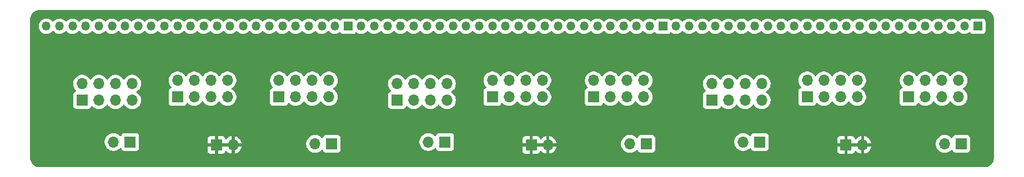
<source format=gbr>
%TF.GenerationSoftware,KiCad,Pcbnew,9.0.0*%
%TF.CreationDate,2025-09-02T16:05:32+12:00*%
%TF.ProjectId,conversion board,636f6e76-6572-4736-996f-6e20626f6172,rev?*%
%TF.SameCoordinates,Original*%
%TF.FileFunction,Copper,L2,Bot*%
%TF.FilePolarity,Positive*%
%FSLAX46Y46*%
G04 Gerber Fmt 4.6, Leading zero omitted, Abs format (unit mm)*
G04 Created by KiCad (PCBNEW 9.0.0) date 2025-09-02 16:05:32*
%MOMM*%
%LPD*%
G01*
G04 APERTURE LIST*
%TA.AperFunction,ComponentPad*%
%ADD10R,1.700000X1.700000*%
%TD*%
%TA.AperFunction,ComponentPad*%
%ADD11O,1.700000X1.700000*%
%TD*%
%TA.AperFunction,ComponentPad*%
%ADD12R,1.350000X1.350000*%
%TD*%
%TA.AperFunction,ComponentPad*%
%ADD13O,1.350000X1.350000*%
%TD*%
G04 APERTURE END LIST*
D10*
%TO.P,J10,1,P1*%
%TO.N,Net-(J10-P1)*%
X218500000Y-70500000D03*
D11*
%TO.P,J10,2,P2*%
%TO.N,Net-(J10-P2)*%
X215960000Y-70500000D03*
%TD*%
%TO.P,J9,8,Pin_8*%
%TO.N,Net-(J10-P1)*%
X218080000Y-60790000D03*
%TO.P,J9,7,Pin_7*%
%TO.N,Net-(J10-P2)*%
X218080000Y-63330000D03*
%TO.P,J9,6,Pin_6*%
%TO.N,Net-(J8-Pin_2)*%
X215540000Y-60790000D03*
%TO.P,J9,5,Pin_5*%
%TO.N,Net-(J8-Pin_7)*%
X215540000Y-63330000D03*
%TO.P,J9,4,Pin_4*%
%TO.N,Net-(J8-Pin_3)*%
X213000000Y-60790000D03*
%TO.P,J9,3,Pin_3*%
%TO.N,Net-(J8-Pin_6)*%
X213000000Y-63330000D03*
%TO.P,J9,2,Pin_2*%
%TO.N,Net-(J8-Pin_4)*%
X210460000Y-60790000D03*
D10*
%TO.P,J9,1,Pin_1*%
%TO.N,Net-(J8-Pin_5)*%
X210460000Y-63330000D03*
%TD*%
%TO.P,J11,1,Pin_1*%
%TO.N,Net-(J11-Pin_1)*%
X195000000Y-63330000D03*
D11*
%TO.P,J11,2,Pin_2*%
%TO.N,Net-(J11-Pin_2)*%
X195000000Y-60790000D03*
%TO.P,J11,3,Pin_3*%
%TO.N,Net-(J11-Pin_3)*%
X197540000Y-63330000D03*
%TO.P,J11,4,Pin_4*%
%TO.N,Net-(J11-Pin_4)*%
X197540000Y-60790000D03*
%TO.P,J11,5,Pin_5*%
%TO.N,Net-(J11-Pin_5)*%
X200080000Y-63330000D03*
%TO.P,J11,6,Pin_6*%
%TO.N,Net-(J11-Pin_6)*%
X200080000Y-60790000D03*
%TO.P,J11,7,Pin_7*%
%TO.N,Net-(J11-Pin_7)*%
X202620000Y-63330000D03*
%TO.P,J11,8,Pin_8*%
%TO.N,Net-(J11-Pin_8)*%
X202620000Y-60790000D03*
%TD*%
D12*
%TO.P,J8,1,Pin_1*%
%TO.N,Net-(J10-P1)*%
X221000000Y-52500000D03*
D13*
%TO.P,J8,2,Pin_2*%
%TO.N,Net-(J8-Pin_2)*%
X219000000Y-52500000D03*
%TO.P,J8,3,Pin_3*%
%TO.N,Net-(J8-Pin_3)*%
X217000000Y-52500000D03*
%TO.P,J8,4,Pin_4*%
%TO.N,Net-(J8-Pin_4)*%
X215000000Y-52500000D03*
%TO.P,J8,5,Pin_5*%
%TO.N,Net-(J8-Pin_5)*%
X213000000Y-52500000D03*
%TO.P,J8,6,Pin_6*%
%TO.N,Net-(J8-Pin_6)*%
X211000000Y-52500000D03*
%TO.P,J8,7,Pin_7*%
%TO.N,Net-(J8-Pin_7)*%
X209000000Y-52500000D03*
%TO.P,J8,8,Pin_8*%
%TO.N,Net-(J10-P2)*%
X207000000Y-52500000D03*
%TO.P,J8,9,Pin_9*%
%TO.N,Net-(J11-Pin_8)*%
X205000000Y-52500000D03*
%TO.P,J8,10,Pin_10*%
%TO.N,Net-(J11-Pin_6)*%
X203000000Y-52500000D03*
%TO.P,J8,11,Pin_11*%
%TO.N,Net-(J11-Pin_4)*%
X201000000Y-52500000D03*
%TO.P,J8,12,Pin_12*%
%TO.N,Net-(J11-Pin_2)*%
X199000000Y-52500000D03*
%TO.P,J8,13,Pin_13*%
%TO.N,Net-(J11-Pin_1)*%
X197000000Y-52500000D03*
%TO.P,J8,14,Pin_14*%
%TO.N,Net-(J11-Pin_3)*%
X195000000Y-52500000D03*
%TO.P,J8,15,Pin_15*%
%TO.N,Net-(J11-Pin_5)*%
X193000000Y-52500000D03*
%TO.P,J8,16,Pin_16*%
%TO.N,Net-(J11-Pin_7)*%
X191000000Y-52500000D03*
%TO.P,J8,17,Pin_17*%
%TO.N,Net-(J12-Pin_8)*%
X189000000Y-52500000D03*
%TO.P,J8,18,Pin_18*%
%TO.N,Net-(J12-Pin_6)*%
X187000000Y-52500000D03*
%TO.P,J8,19,Pin_19*%
%TO.N,Net-(J12-Pin_4)*%
X185000000Y-52500000D03*
%TO.P,J8,20,Pin_20*%
%TO.N,Net-(J12-Pin_2)*%
X183000000Y-52500000D03*
%TO.P,J8,21,Pin_21*%
%TO.N,Net-(J12-Pin_1)*%
X181000000Y-52500000D03*
%TO.P,J8,22,Pin_22*%
%TO.N,Net-(J12-Pin_3)*%
X179000000Y-52500000D03*
%TO.P,J8,23,Pin_23*%
%TO.N,Net-(J12-Pin_5)*%
X177000000Y-52500000D03*
%TO.P,J8,24,Pin_24*%
%TO.N,Net-(J12-Pin_7)*%
X175000000Y-52500000D03*
%TD*%
D11*
%TO.P,J14,2,P2*%
%TO.N,Net-(J12-Pin_7)*%
X185235000Y-70225000D03*
D10*
%TO.P,J14,1,P1*%
%TO.N,Net-(J12-Pin_8)*%
X187775000Y-70225000D03*
%TD*%
D11*
%TO.P,J12,8,Pin_8*%
%TO.N,Net-(J12-Pin_8)*%
X188080000Y-61290000D03*
%TO.P,J12,7,Pin_7*%
%TO.N,Net-(J12-Pin_7)*%
X188080000Y-63830000D03*
%TO.P,J12,6,Pin_6*%
%TO.N,Net-(J12-Pin_6)*%
X185540000Y-61290000D03*
%TO.P,J12,5,Pin_5*%
%TO.N,Net-(J12-Pin_5)*%
X185540000Y-63830000D03*
%TO.P,J12,4,Pin_4*%
%TO.N,Net-(J12-Pin_4)*%
X183000000Y-61290000D03*
%TO.P,J12,3,Pin_3*%
%TO.N,Net-(J12-Pin_3)*%
X183000000Y-63830000D03*
%TO.P,J12,2,Pin_2*%
%TO.N,Net-(J12-Pin_2)*%
X180460000Y-61290000D03*
D10*
%TO.P,J12,1,Pin_1*%
%TO.N,Net-(J12-Pin_1)*%
X180460000Y-63830000D03*
%TD*%
D11*
%TO.P,J13,2,P2*%
%TO.N,GND*%
X203460000Y-70665000D03*
D10*
%TO.P,J13,1,P1*%
X200920000Y-70665000D03*
%TD*%
D12*
%TO.P,J15,1,Pin_1*%
%TO.N,Net-(J15-Pin_1)*%
X173000000Y-52500000D03*
D13*
%TO.P,J15,2,Pin_2*%
%TO.N,Net-(J15-Pin_2)*%
X171000000Y-52500000D03*
%TO.P,J15,3,Pin_3*%
%TO.N,Net-(J15-Pin_3)*%
X169000000Y-52500000D03*
%TO.P,J15,4,Pin_4*%
%TO.N,Net-(J15-Pin_4)*%
X167000000Y-52500000D03*
%TO.P,J15,5,Pin_5*%
%TO.N,Net-(J15-Pin_5)*%
X165000000Y-52500000D03*
%TO.P,J15,6,Pin_6*%
%TO.N,Net-(J15-Pin_6)*%
X163000000Y-52500000D03*
%TO.P,J15,7,Pin_7*%
%TO.N,Net-(J15-Pin_7)*%
X161000000Y-52500000D03*
%TO.P,J15,8,Pin_8*%
%TO.N,Net-(J15-Pin_8)*%
X159000000Y-52500000D03*
%TO.P,J15,9,Pin_9*%
%TO.N,Net-(J15-Pin_9)*%
X157000000Y-52500000D03*
%TO.P,J15,10,Pin_10*%
%TO.N,Net-(J15-Pin_10)*%
X155000000Y-52500000D03*
%TO.P,J15,11,Pin_11*%
%TO.N,Net-(J15-Pin_11)*%
X153000000Y-52500000D03*
%TO.P,J15,12,Pin_12*%
%TO.N,Net-(J15-Pin_12)*%
X151000000Y-52500000D03*
%TO.P,J15,13,Pin_13*%
%TO.N,Net-(J15-Pin_13)*%
X149000000Y-52500000D03*
%TO.P,J15,14,Pin_14*%
%TO.N,Net-(J15-Pin_14)*%
X147000000Y-52500000D03*
%TO.P,J15,15,Pin_15*%
%TO.N,Net-(J15-Pin_15)*%
X145000000Y-52500000D03*
%TO.P,J15,16,Pin_16*%
%TO.N,Net-(J15-Pin_16)*%
X143000000Y-52500000D03*
%TO.P,J15,17,Pin_17*%
%TO.N,Net-(J15-Pin_17)*%
X141000000Y-52500000D03*
%TO.P,J15,18,Pin_18*%
%TO.N,Net-(J15-Pin_18)*%
X139000000Y-52500000D03*
%TO.P,J15,19,Pin_19*%
%TO.N,Net-(J15-Pin_19)*%
X137000000Y-52500000D03*
%TO.P,J15,20,Pin_20*%
%TO.N,Net-(J15-Pin_20)*%
X135000000Y-52500000D03*
%TO.P,J15,21,Pin_21*%
%TO.N,Net-(J15-Pin_21)*%
X133000000Y-52500000D03*
%TO.P,J15,22,Pin_22*%
%TO.N,Net-(J15-Pin_22)*%
X131000000Y-52500000D03*
%TO.P,J15,23,Pin_23*%
%TO.N,Net-(J15-Pin_23)*%
X129000000Y-52500000D03*
%TO.P,J15,24,Pin_24*%
%TO.N,Net-(J15-Pin_24)*%
X127000000Y-52500000D03*
%TD*%
D10*
%TO.P,J16,1,Pin_1*%
%TO.N,Net-(J15-Pin_5)*%
X162460000Y-63330000D03*
D11*
%TO.P,J16,2,Pin_2*%
%TO.N,Net-(J15-Pin_4)*%
X162460000Y-60790000D03*
%TO.P,J16,3,Pin_3*%
%TO.N,Net-(J15-Pin_6)*%
X165000000Y-63330000D03*
%TO.P,J16,4,Pin_4*%
%TO.N,Net-(J15-Pin_3)*%
X165000000Y-60790000D03*
%TO.P,J16,5,Pin_5*%
%TO.N,Net-(J15-Pin_7)*%
X167540000Y-63330000D03*
%TO.P,J16,6,Pin_6*%
%TO.N,Net-(J15-Pin_2)*%
X167540000Y-60790000D03*
%TO.P,J16,7,Pin_7*%
%TO.N,Net-(J15-Pin_8)*%
X170080000Y-63330000D03*
%TO.P,J16,8,Pin_8*%
%TO.N,Net-(J15-Pin_1)*%
X170080000Y-60790000D03*
%TD*%
D10*
%TO.P,J18,1,Pin_1*%
%TO.N,Net-(J15-Pin_13)*%
X147000000Y-63330000D03*
D11*
%TO.P,J18,2,Pin_2*%
%TO.N,Net-(J15-Pin_12)*%
X147000000Y-60790000D03*
%TO.P,J18,3,Pin_3*%
%TO.N,Net-(J15-Pin_14)*%
X149540000Y-63330000D03*
%TO.P,J18,4,Pin_4*%
%TO.N,Net-(J15-Pin_11)*%
X149540000Y-60790000D03*
%TO.P,J18,5,Pin_5*%
%TO.N,Net-(J15-Pin_15)*%
X152080000Y-63330000D03*
%TO.P,J18,6,Pin_6*%
%TO.N,Net-(J15-Pin_10)*%
X152080000Y-60790000D03*
%TO.P,J18,7,Pin_7*%
%TO.N,Net-(J15-Pin_16)*%
X154620000Y-63330000D03*
%TO.P,J18,8,Pin_8*%
%TO.N,Net-(J15-Pin_9)*%
X154620000Y-60790000D03*
%TD*%
D10*
%TO.P,J17,1,P1*%
%TO.N,Net-(J15-Pin_1)*%
X170500000Y-70500000D03*
D11*
%TO.P,J17,2,P2*%
%TO.N,Net-(J15-Pin_8)*%
X167960000Y-70500000D03*
%TD*%
D10*
%TO.P,J20,1,P1*%
%TO.N,GND*%
X152920000Y-70665000D03*
D11*
%TO.P,J20,2,P2*%
X155460000Y-70665000D03*
%TD*%
D10*
%TO.P,J3,1,Pin_1*%
%TO.N,Net-(J1-Pin_13)*%
X99000000Y-63330000D03*
D11*
%TO.P,J3,2,Pin_2*%
%TO.N,Net-(J1-Pin_12)*%
X99000000Y-60790000D03*
%TO.P,J3,3,Pin_3*%
%TO.N,Net-(J1-Pin_14)*%
X101540000Y-63330000D03*
%TO.P,J3,4,Pin_4*%
%TO.N,Net-(J1-Pin_11)*%
X101540000Y-60790000D03*
%TO.P,J3,5,Pin_5*%
%TO.N,Net-(J1-Pin_15)*%
X104080000Y-63330000D03*
%TO.P,J3,6,Pin_6*%
%TO.N,Net-(J1-Pin_10)*%
X104080000Y-60790000D03*
%TO.P,J3,7,Pin_7*%
%TO.N,Net-(J1-Pin_16)*%
X106620000Y-63330000D03*
%TO.P,J3,8,Pin_8*%
%TO.N,Net-(J1-Pin_9)*%
X106620000Y-60790000D03*
%TD*%
D10*
%TO.P,J5,1,P1*%
%TO.N,Net-(J1-Pin_1)*%
X122500000Y-70500000D03*
D11*
%TO.P,J5,2,P2*%
%TO.N,Net-(J1-Pin_8)*%
X119960000Y-70500000D03*
%TD*%
D10*
%TO.P,J6,1,P1*%
%TO.N,Net-(J1-Pin_17)*%
X91775000Y-70225000D03*
D11*
%TO.P,J6,2,P2*%
%TO.N,Net-(J1-Pin_24)*%
X89235000Y-70225000D03*
%TD*%
D10*
%TO.P,J4,1,Pin_1*%
%TO.N,Net-(J1-Pin_21)*%
X84460000Y-63830000D03*
D11*
%TO.P,J4,2,Pin_2*%
%TO.N,Net-(J1-Pin_20)*%
X84460000Y-61290000D03*
%TO.P,J4,3,Pin_3*%
%TO.N,Net-(J1-Pin_22)*%
X87000000Y-63830000D03*
%TO.P,J4,4,Pin_4*%
%TO.N,Net-(J1-Pin_19)*%
X87000000Y-61290000D03*
%TO.P,J4,5,Pin_5*%
%TO.N,Net-(J1-Pin_23)*%
X89540000Y-63830000D03*
%TO.P,J4,6,Pin_6*%
%TO.N,Net-(J1-Pin_18)*%
X89540000Y-61290000D03*
%TO.P,J4,7,Pin_7*%
%TO.N,Net-(J1-Pin_24)*%
X92080000Y-63830000D03*
%TO.P,J4,8,Pin_8*%
%TO.N,Net-(J1-Pin_17)*%
X92080000Y-61290000D03*
%TD*%
D10*
%TO.P,J2,1,Pin_1*%
%TO.N,Net-(J1-Pin_5)*%
X114460000Y-63330000D03*
D11*
%TO.P,J2,2,Pin_2*%
%TO.N,Net-(J1-Pin_4)*%
X114460000Y-60790000D03*
%TO.P,J2,3,Pin_3*%
%TO.N,Net-(J1-Pin_6)*%
X117000000Y-63330000D03*
%TO.P,J2,4,Pin_4*%
%TO.N,Net-(J1-Pin_3)*%
X117000000Y-60790000D03*
%TO.P,J2,5,Pin_5*%
%TO.N,Net-(J1-Pin_7)*%
X119540000Y-63330000D03*
%TO.P,J2,6,Pin_6*%
%TO.N,Net-(J1-Pin_2)*%
X119540000Y-60790000D03*
%TO.P,J2,7,Pin_7*%
%TO.N,Net-(J1-Pin_8)*%
X122080000Y-63330000D03*
%TO.P,J2,8,Pin_8*%
%TO.N,Net-(J1-Pin_1)*%
X122080000Y-60790000D03*
%TD*%
D12*
%TO.P,J1,1,Pin_1*%
%TO.N,Net-(J1-Pin_1)*%
X125000000Y-52500000D03*
D13*
%TO.P,J1,2,Pin_2*%
%TO.N,Net-(J1-Pin_2)*%
X123000000Y-52500000D03*
%TO.P,J1,3,Pin_3*%
%TO.N,Net-(J1-Pin_3)*%
X121000000Y-52500000D03*
%TO.P,J1,4,Pin_4*%
%TO.N,Net-(J1-Pin_4)*%
X119000000Y-52500000D03*
%TO.P,J1,5,Pin_5*%
%TO.N,Net-(J1-Pin_5)*%
X117000000Y-52500000D03*
%TO.P,J1,6,Pin_6*%
%TO.N,Net-(J1-Pin_6)*%
X115000000Y-52500000D03*
%TO.P,J1,7,Pin_7*%
%TO.N,Net-(J1-Pin_7)*%
X113000000Y-52500000D03*
%TO.P,J1,8,Pin_8*%
%TO.N,Net-(J1-Pin_8)*%
X111000000Y-52500000D03*
%TO.P,J1,9,Pin_9*%
%TO.N,Net-(J1-Pin_9)*%
X109000000Y-52500000D03*
%TO.P,J1,10,Pin_10*%
%TO.N,Net-(J1-Pin_10)*%
X107000000Y-52500000D03*
%TO.P,J1,11,Pin_11*%
%TO.N,Net-(J1-Pin_11)*%
X105000000Y-52500000D03*
%TO.P,J1,12,Pin_12*%
%TO.N,Net-(J1-Pin_12)*%
X103000000Y-52500000D03*
%TO.P,J1,13,Pin_13*%
%TO.N,Net-(J1-Pin_13)*%
X101000000Y-52500000D03*
%TO.P,J1,14,Pin_14*%
%TO.N,Net-(J1-Pin_14)*%
X99000000Y-52500000D03*
%TO.P,J1,15,Pin_15*%
%TO.N,Net-(J1-Pin_15)*%
X97000000Y-52500000D03*
%TO.P,J1,16,Pin_16*%
%TO.N,Net-(J1-Pin_16)*%
X95000000Y-52500000D03*
%TO.P,J1,17,Pin_17*%
%TO.N,Net-(J1-Pin_17)*%
X93000000Y-52500000D03*
%TO.P,J1,18,Pin_18*%
%TO.N,Net-(J1-Pin_18)*%
X91000000Y-52500000D03*
%TO.P,J1,19,Pin_19*%
%TO.N,Net-(J1-Pin_19)*%
X89000000Y-52500000D03*
%TO.P,J1,20,Pin_20*%
%TO.N,Net-(J1-Pin_20)*%
X87000000Y-52500000D03*
%TO.P,J1,21,Pin_21*%
%TO.N,Net-(J1-Pin_21)*%
X85000000Y-52500000D03*
%TO.P,J1,22,Pin_22*%
%TO.N,Net-(J1-Pin_22)*%
X83000000Y-52500000D03*
%TO.P,J1,23,Pin_23*%
%TO.N,Net-(J1-Pin_23)*%
X81000000Y-52500000D03*
%TO.P,J1,24,Pin_24*%
%TO.N,Net-(J1-Pin_24)*%
X79000000Y-52500000D03*
%TD*%
D11*
%TO.P,J7,2,P2*%
%TO.N,GND*%
X107460000Y-70665000D03*
D10*
%TO.P,J7,1,P1*%
X104920000Y-70665000D03*
%TD*%
%TO.P,J19,1,Pin_1*%
%TO.N,Net-(J15-Pin_21)*%
X132460000Y-63830000D03*
D11*
%TO.P,J19,2,Pin_2*%
%TO.N,Net-(J15-Pin_20)*%
X132460000Y-61290000D03*
%TO.P,J19,3,Pin_3*%
%TO.N,Net-(J15-Pin_22)*%
X135000000Y-63830000D03*
%TO.P,J19,4,Pin_4*%
%TO.N,Net-(J15-Pin_19)*%
X135000000Y-61290000D03*
%TO.P,J19,5,Pin_5*%
%TO.N,Net-(J15-Pin_23)*%
X137540000Y-63830000D03*
%TO.P,J19,6,Pin_6*%
%TO.N,Net-(J15-Pin_18)*%
X137540000Y-61290000D03*
%TO.P,J19,7,Pin_7*%
%TO.N,Net-(J15-Pin_24)*%
X140080000Y-63830000D03*
%TO.P,J19,8,Pin_8*%
%TO.N,Net-(J15-Pin_17)*%
X140080000Y-61290000D03*
%TD*%
D10*
%TO.P,J21,1,P1*%
%TO.N,Net-(J15-Pin_17)*%
X139775000Y-70225000D03*
D11*
%TO.P,J21,2,P2*%
%TO.N,Net-(J15-Pin_24)*%
X137235000Y-70225000D03*
%TD*%
%TA.AperFunction,Conductor*%
%TO.N,GND*%
G36*
X106994075Y-70472007D02*
G01*
X106960000Y-70599174D01*
X106960000Y-70730826D01*
X106994075Y-70857993D01*
X107026988Y-70915000D01*
X105353012Y-70915000D01*
X105385925Y-70857993D01*
X105420000Y-70730826D01*
X105420000Y-70599174D01*
X105385925Y-70472007D01*
X105353012Y-70415000D01*
X107026988Y-70415000D01*
X106994075Y-70472007D01*
G37*
%TD.AperFunction*%
%TA.AperFunction,Conductor*%
G36*
X154994075Y-70472007D02*
G01*
X154960000Y-70599174D01*
X154960000Y-70730826D01*
X154994075Y-70857993D01*
X155026988Y-70915000D01*
X153353012Y-70915000D01*
X153385925Y-70857993D01*
X153420000Y-70730826D01*
X153420000Y-70599174D01*
X153385925Y-70472007D01*
X153353012Y-70415000D01*
X155026988Y-70415000D01*
X154994075Y-70472007D01*
G37*
%TD.AperFunction*%
%TA.AperFunction,Conductor*%
G36*
X202994075Y-70472007D02*
G01*
X202960000Y-70599174D01*
X202960000Y-70730826D01*
X202994075Y-70857993D01*
X203026988Y-70915000D01*
X201353012Y-70915000D01*
X201385925Y-70857993D01*
X201420000Y-70730826D01*
X201420000Y-70599174D01*
X201385925Y-70472007D01*
X201353012Y-70415000D01*
X203026988Y-70415000D01*
X202994075Y-70472007D01*
G37*
%TD.AperFunction*%
%TA.AperFunction,Conductor*%
G36*
X222004418Y-50000816D02*
G01*
X222204561Y-50015130D01*
X222222063Y-50017647D01*
X222413797Y-50059355D01*
X222430755Y-50064334D01*
X222614609Y-50132909D01*
X222630701Y-50140259D01*
X222802904Y-50234288D01*
X222817784Y-50243849D01*
X222974867Y-50361441D01*
X222988237Y-50373027D01*
X223126972Y-50511762D01*
X223138558Y-50525132D01*
X223256146Y-50682210D01*
X223265711Y-50697095D01*
X223359740Y-50869298D01*
X223367090Y-50885390D01*
X223435662Y-51069236D01*
X223440646Y-51086212D01*
X223482351Y-51277931D01*
X223484869Y-51295442D01*
X223493107Y-51410619D01*
X223499115Y-51494624D01*
X223499184Y-51495580D01*
X223499500Y-51504427D01*
X223499500Y-72512286D01*
X223499499Y-72512304D01*
X223499499Y-72581364D01*
X223499183Y-72590209D01*
X223484871Y-72790346D01*
X223482353Y-72807858D01*
X223482353Y-72807859D01*
X223440647Y-72999582D01*
X223435663Y-73016557D01*
X223367093Y-73200402D01*
X223359743Y-73216495D01*
X223265711Y-73388704D01*
X223256149Y-73403583D01*
X223138567Y-73560655D01*
X223126982Y-73574026D01*
X222988237Y-73712772D01*
X222974866Y-73724358D01*
X222817791Y-73841944D01*
X222802907Y-73851509D01*
X222630703Y-73945540D01*
X222614610Y-73952890D01*
X222430765Y-74021461D01*
X222413789Y-74026445D01*
X222222068Y-74068151D01*
X222204557Y-74070669D01*
X222021668Y-74083750D01*
X222004613Y-74084970D01*
X221995768Y-74085286D01*
X78004428Y-74085286D01*
X77995582Y-74084970D01*
X77973252Y-74083372D01*
X77795443Y-74070655D01*
X77777932Y-74068137D01*
X77586214Y-74026432D01*
X77569238Y-74021448D01*
X77385394Y-73952877D01*
X77369301Y-73945527D01*
X77197099Y-73851497D01*
X77182215Y-73841932D01*
X77025142Y-73724348D01*
X77011771Y-73712762D01*
X76873027Y-73574017D01*
X76861442Y-73560646D01*
X76743863Y-73403578D01*
X76734299Y-73388697D01*
X76640265Y-73216483D01*
X76632916Y-73200390D01*
X76564349Y-73016552D01*
X76559365Y-72999577D01*
X76517658Y-72807850D01*
X76515142Y-72790351D01*
X76500816Y-72590012D01*
X76500500Y-72581167D01*
X76500501Y-72519897D01*
X76500500Y-72519893D01*
X76500500Y-70118713D01*
X87884500Y-70118713D01*
X87884500Y-70331286D01*
X87917753Y-70541239D01*
X87983444Y-70743414D01*
X88079951Y-70932820D01*
X88204890Y-71104786D01*
X88355213Y-71255109D01*
X88527179Y-71380048D01*
X88527181Y-71380049D01*
X88527184Y-71380051D01*
X88716588Y-71476557D01*
X88918757Y-71542246D01*
X89128713Y-71575500D01*
X89128714Y-71575500D01*
X89341286Y-71575500D01*
X89341287Y-71575500D01*
X89551243Y-71542246D01*
X89753412Y-71476557D01*
X89942816Y-71380051D01*
X90114792Y-71255104D01*
X90228329Y-71141566D01*
X90289648Y-71108084D01*
X90359340Y-71113068D01*
X90415274Y-71154939D01*
X90432189Y-71185917D01*
X90481202Y-71317328D01*
X90481206Y-71317335D01*
X90567452Y-71432544D01*
X90567455Y-71432547D01*
X90682664Y-71518793D01*
X90682671Y-71518797D01*
X90817517Y-71569091D01*
X90817516Y-71569091D01*
X90824444Y-71569835D01*
X90877127Y-71575500D01*
X92672872Y-71575499D01*
X92732483Y-71569091D01*
X92867331Y-71518796D01*
X92982546Y-71432546D01*
X93068796Y-71317331D01*
X93119091Y-71182483D01*
X93125500Y-71122873D01*
X93125499Y-69767155D01*
X103570000Y-69767155D01*
X103570000Y-70415000D01*
X104486988Y-70415000D01*
X104454075Y-70472007D01*
X104420000Y-70599174D01*
X104420000Y-70730826D01*
X104454075Y-70857993D01*
X104486988Y-70915000D01*
X103570000Y-70915000D01*
X103570000Y-71562844D01*
X103576401Y-71622372D01*
X103576403Y-71622379D01*
X103626645Y-71757086D01*
X103626649Y-71757093D01*
X103712809Y-71872187D01*
X103712812Y-71872190D01*
X103827906Y-71958350D01*
X103827913Y-71958354D01*
X103962620Y-72008596D01*
X103962627Y-72008598D01*
X104022155Y-72014999D01*
X104022172Y-72015000D01*
X104670000Y-72015000D01*
X104670000Y-71098012D01*
X104727007Y-71130925D01*
X104854174Y-71165000D01*
X104985826Y-71165000D01*
X105112993Y-71130925D01*
X105170000Y-71098012D01*
X105170000Y-72015000D01*
X105817828Y-72015000D01*
X105817844Y-72014999D01*
X105877372Y-72008598D01*
X105877379Y-72008596D01*
X106012086Y-71958354D01*
X106012093Y-71958350D01*
X106127187Y-71872190D01*
X106127190Y-71872187D01*
X106213350Y-71757093D01*
X106213354Y-71757086D01*
X106262614Y-71625013D01*
X106304485Y-71569079D01*
X106369949Y-71544662D01*
X106438222Y-71559513D01*
X106466477Y-71580665D01*
X106580535Y-71694723D01*
X106580540Y-71694727D01*
X106752442Y-71819620D01*
X106941782Y-71916095D01*
X107143871Y-71981757D01*
X107210000Y-71992231D01*
X107210000Y-71098012D01*
X107267007Y-71130925D01*
X107394174Y-71165000D01*
X107525826Y-71165000D01*
X107652993Y-71130925D01*
X107710000Y-71098012D01*
X107710000Y-71992230D01*
X107776126Y-71981757D01*
X107776129Y-71981757D01*
X107978217Y-71916095D01*
X108167557Y-71819620D01*
X108339459Y-71694727D01*
X108339464Y-71694723D01*
X108489723Y-71544464D01*
X108489727Y-71544459D01*
X108614620Y-71372557D01*
X108711095Y-71183217D01*
X108776757Y-70981129D01*
X108776757Y-70981126D01*
X108787231Y-70915000D01*
X107893012Y-70915000D01*
X107925925Y-70857993D01*
X107960000Y-70730826D01*
X107960000Y-70599174D01*
X107925925Y-70472007D01*
X107893012Y-70415000D01*
X108787231Y-70415000D01*
X108786160Y-70408240D01*
X108786160Y-70408238D01*
X108783860Y-70393713D01*
X118609500Y-70393713D01*
X118609500Y-70606286D01*
X118631218Y-70743412D01*
X118642754Y-70816243D01*
X118680632Y-70932820D01*
X118708444Y-71018414D01*
X118804951Y-71207820D01*
X118929890Y-71379786D01*
X119080213Y-71530109D01*
X119252179Y-71655048D01*
X119252181Y-71655049D01*
X119252184Y-71655051D01*
X119441588Y-71751557D01*
X119643757Y-71817246D01*
X119853713Y-71850500D01*
X119853714Y-71850500D01*
X120066286Y-71850500D01*
X120066287Y-71850500D01*
X120276243Y-71817246D01*
X120478412Y-71751557D01*
X120667816Y-71655051D01*
X120799314Y-71559513D01*
X120839784Y-71530110D01*
X120839784Y-71530109D01*
X120839792Y-71530104D01*
X120953329Y-71416566D01*
X121014648Y-71383084D01*
X121084340Y-71388068D01*
X121140274Y-71429939D01*
X121157189Y-71460917D01*
X121206202Y-71592328D01*
X121206206Y-71592335D01*
X121292452Y-71707544D01*
X121292455Y-71707547D01*
X121407664Y-71793793D01*
X121407671Y-71793797D01*
X121542517Y-71844091D01*
X121542516Y-71844091D01*
X121549444Y-71844835D01*
X121602127Y-71850500D01*
X123397872Y-71850499D01*
X123457483Y-71844091D01*
X123592331Y-71793796D01*
X123707546Y-71707546D01*
X123793796Y-71592331D01*
X123844091Y-71457483D01*
X123850500Y-71397873D01*
X123850499Y-70118713D01*
X135884500Y-70118713D01*
X135884500Y-70331286D01*
X135917753Y-70541239D01*
X135983444Y-70743414D01*
X136079951Y-70932820D01*
X136204890Y-71104786D01*
X136355213Y-71255109D01*
X136527179Y-71380048D01*
X136527181Y-71380049D01*
X136527184Y-71380051D01*
X136716588Y-71476557D01*
X136918757Y-71542246D01*
X137128713Y-71575500D01*
X137128714Y-71575500D01*
X137341286Y-71575500D01*
X137341287Y-71575500D01*
X137551243Y-71542246D01*
X137753412Y-71476557D01*
X137942816Y-71380051D01*
X138114792Y-71255104D01*
X138228329Y-71141566D01*
X138289648Y-71108084D01*
X138359340Y-71113068D01*
X138415274Y-71154939D01*
X138432189Y-71185917D01*
X138481202Y-71317328D01*
X138481206Y-71317335D01*
X138567452Y-71432544D01*
X138567455Y-71432547D01*
X138682664Y-71518793D01*
X138682671Y-71518797D01*
X138817517Y-71569091D01*
X138817516Y-71569091D01*
X138824444Y-71569835D01*
X138877127Y-71575500D01*
X140672872Y-71575499D01*
X140732483Y-71569091D01*
X140867331Y-71518796D01*
X140982546Y-71432546D01*
X141068796Y-71317331D01*
X141119091Y-71182483D01*
X141125500Y-71122873D01*
X141125499Y-69767155D01*
X151570000Y-69767155D01*
X151570000Y-70415000D01*
X152486988Y-70415000D01*
X152454075Y-70472007D01*
X152420000Y-70599174D01*
X152420000Y-70730826D01*
X152454075Y-70857993D01*
X152486988Y-70915000D01*
X151570000Y-70915000D01*
X151570000Y-71562844D01*
X151576401Y-71622372D01*
X151576403Y-71622379D01*
X151626645Y-71757086D01*
X151626649Y-71757093D01*
X151712809Y-71872187D01*
X151712812Y-71872190D01*
X151827906Y-71958350D01*
X151827913Y-71958354D01*
X151962620Y-72008596D01*
X151962627Y-72008598D01*
X152022155Y-72014999D01*
X152022172Y-72015000D01*
X152670000Y-72015000D01*
X152670000Y-71098012D01*
X152727007Y-71130925D01*
X152854174Y-71165000D01*
X152985826Y-71165000D01*
X153112993Y-71130925D01*
X153170000Y-71098012D01*
X153170000Y-72015000D01*
X153817828Y-72015000D01*
X153817844Y-72014999D01*
X153877372Y-72008598D01*
X153877379Y-72008596D01*
X154012086Y-71958354D01*
X154012093Y-71958350D01*
X154127187Y-71872190D01*
X154127190Y-71872187D01*
X154213350Y-71757093D01*
X154213354Y-71757086D01*
X154262614Y-71625013D01*
X154304485Y-71569079D01*
X154369949Y-71544662D01*
X154438222Y-71559513D01*
X154466477Y-71580665D01*
X154580535Y-71694723D01*
X154580540Y-71694727D01*
X154752442Y-71819620D01*
X154941782Y-71916095D01*
X155143871Y-71981757D01*
X155210000Y-71992231D01*
X155210000Y-71098012D01*
X155267007Y-71130925D01*
X155394174Y-71165000D01*
X155525826Y-71165000D01*
X155652993Y-71130925D01*
X155710000Y-71098012D01*
X155710000Y-71992230D01*
X155776126Y-71981757D01*
X155776129Y-71981757D01*
X155978217Y-71916095D01*
X156167557Y-71819620D01*
X156339459Y-71694727D01*
X156339464Y-71694723D01*
X156489723Y-71544464D01*
X156489727Y-71544459D01*
X156614620Y-71372557D01*
X156711095Y-71183217D01*
X156776757Y-70981129D01*
X156776757Y-70981126D01*
X156787231Y-70915000D01*
X155893012Y-70915000D01*
X155925925Y-70857993D01*
X155960000Y-70730826D01*
X155960000Y-70599174D01*
X155925925Y-70472007D01*
X155893012Y-70415000D01*
X156787231Y-70415000D01*
X156786160Y-70408240D01*
X156786160Y-70408238D01*
X156783860Y-70393713D01*
X166609500Y-70393713D01*
X166609500Y-70606286D01*
X166631218Y-70743412D01*
X166642754Y-70816243D01*
X166680632Y-70932820D01*
X166708444Y-71018414D01*
X166804951Y-71207820D01*
X166929890Y-71379786D01*
X167080213Y-71530109D01*
X167252179Y-71655048D01*
X167252181Y-71655049D01*
X167252184Y-71655051D01*
X167441588Y-71751557D01*
X167643757Y-71817246D01*
X167853713Y-71850500D01*
X167853714Y-71850500D01*
X168066286Y-71850500D01*
X168066287Y-71850500D01*
X168276243Y-71817246D01*
X168478412Y-71751557D01*
X168667816Y-71655051D01*
X168799314Y-71559513D01*
X168839784Y-71530110D01*
X168839784Y-71530109D01*
X168839792Y-71530104D01*
X168953329Y-71416566D01*
X169014648Y-71383084D01*
X169084340Y-71388068D01*
X169140274Y-71429939D01*
X169157189Y-71460917D01*
X169206202Y-71592328D01*
X169206206Y-71592335D01*
X169292452Y-71707544D01*
X169292455Y-71707547D01*
X169407664Y-71793793D01*
X169407671Y-71793797D01*
X169542517Y-71844091D01*
X169542516Y-71844091D01*
X169549444Y-71844835D01*
X169602127Y-71850500D01*
X171397872Y-71850499D01*
X171457483Y-71844091D01*
X171592331Y-71793796D01*
X171707546Y-71707546D01*
X171793796Y-71592331D01*
X171844091Y-71457483D01*
X171850500Y-71397873D01*
X171850499Y-70118713D01*
X183884500Y-70118713D01*
X183884500Y-70331286D01*
X183917753Y-70541239D01*
X183983444Y-70743414D01*
X184079951Y-70932820D01*
X184204890Y-71104786D01*
X184355213Y-71255109D01*
X184527179Y-71380048D01*
X184527181Y-71380049D01*
X184527184Y-71380051D01*
X184716588Y-71476557D01*
X184918757Y-71542246D01*
X185128713Y-71575500D01*
X185128714Y-71575500D01*
X185341286Y-71575500D01*
X185341287Y-71575500D01*
X185551243Y-71542246D01*
X185753412Y-71476557D01*
X185942816Y-71380051D01*
X186114792Y-71255104D01*
X186228329Y-71141566D01*
X186289648Y-71108084D01*
X186359340Y-71113068D01*
X186415274Y-71154939D01*
X186432189Y-71185917D01*
X186481202Y-71317328D01*
X186481206Y-71317335D01*
X186567452Y-71432544D01*
X186567455Y-71432547D01*
X186682664Y-71518793D01*
X186682671Y-71518797D01*
X186817517Y-71569091D01*
X186817516Y-71569091D01*
X186824444Y-71569835D01*
X186877127Y-71575500D01*
X188672872Y-71575499D01*
X188732483Y-71569091D01*
X188867331Y-71518796D01*
X188982546Y-71432546D01*
X189068796Y-71317331D01*
X189119091Y-71182483D01*
X189125500Y-71122873D01*
X189125499Y-69767155D01*
X199570000Y-69767155D01*
X199570000Y-70415000D01*
X200486988Y-70415000D01*
X200454075Y-70472007D01*
X200420000Y-70599174D01*
X200420000Y-70730826D01*
X200454075Y-70857993D01*
X200486988Y-70915000D01*
X199570000Y-70915000D01*
X199570000Y-71562844D01*
X199576401Y-71622372D01*
X199576403Y-71622379D01*
X199626645Y-71757086D01*
X199626649Y-71757093D01*
X199712809Y-71872187D01*
X199712812Y-71872190D01*
X199827906Y-71958350D01*
X199827913Y-71958354D01*
X199962620Y-72008596D01*
X199962627Y-72008598D01*
X200022155Y-72014999D01*
X200022172Y-72015000D01*
X200670000Y-72015000D01*
X200670000Y-71098012D01*
X200727007Y-71130925D01*
X200854174Y-71165000D01*
X200985826Y-71165000D01*
X201112993Y-71130925D01*
X201170000Y-71098012D01*
X201170000Y-72015000D01*
X201817828Y-72015000D01*
X201817844Y-72014999D01*
X201877372Y-72008598D01*
X201877379Y-72008596D01*
X202012086Y-71958354D01*
X202012093Y-71958350D01*
X202127187Y-71872190D01*
X202127190Y-71872187D01*
X202213350Y-71757093D01*
X202213354Y-71757086D01*
X202262614Y-71625013D01*
X202304485Y-71569079D01*
X202369949Y-71544662D01*
X202438222Y-71559513D01*
X202466477Y-71580665D01*
X202580535Y-71694723D01*
X202580540Y-71694727D01*
X202752442Y-71819620D01*
X202941782Y-71916095D01*
X203143871Y-71981757D01*
X203210000Y-71992231D01*
X203210000Y-71098012D01*
X203267007Y-71130925D01*
X203394174Y-71165000D01*
X203525826Y-71165000D01*
X203652993Y-71130925D01*
X203710000Y-71098012D01*
X203710000Y-71992230D01*
X203776126Y-71981757D01*
X203776129Y-71981757D01*
X203978217Y-71916095D01*
X204167557Y-71819620D01*
X204339459Y-71694727D01*
X204339464Y-71694723D01*
X204489723Y-71544464D01*
X204489727Y-71544459D01*
X204614620Y-71372557D01*
X204711095Y-71183217D01*
X204776757Y-70981129D01*
X204776757Y-70981126D01*
X204787231Y-70915000D01*
X203893012Y-70915000D01*
X203925925Y-70857993D01*
X203960000Y-70730826D01*
X203960000Y-70599174D01*
X203925925Y-70472007D01*
X203893012Y-70415000D01*
X204787231Y-70415000D01*
X204786160Y-70408240D01*
X204786160Y-70408238D01*
X204783860Y-70393713D01*
X214609500Y-70393713D01*
X214609500Y-70606286D01*
X214631218Y-70743412D01*
X214642754Y-70816243D01*
X214680632Y-70932820D01*
X214708444Y-71018414D01*
X214804951Y-71207820D01*
X214929890Y-71379786D01*
X215080213Y-71530109D01*
X215252179Y-71655048D01*
X215252181Y-71655049D01*
X215252184Y-71655051D01*
X215441588Y-71751557D01*
X215643757Y-71817246D01*
X215853713Y-71850500D01*
X215853714Y-71850500D01*
X216066286Y-71850500D01*
X216066287Y-71850500D01*
X216276243Y-71817246D01*
X216478412Y-71751557D01*
X216667816Y-71655051D01*
X216799314Y-71559513D01*
X216839784Y-71530110D01*
X216839784Y-71530109D01*
X216839792Y-71530104D01*
X216953329Y-71416566D01*
X217014648Y-71383084D01*
X217084340Y-71388068D01*
X217140274Y-71429939D01*
X217157189Y-71460917D01*
X217206202Y-71592328D01*
X217206206Y-71592335D01*
X217292452Y-71707544D01*
X217292455Y-71707547D01*
X217407664Y-71793793D01*
X217407671Y-71793797D01*
X217542517Y-71844091D01*
X217542516Y-71844091D01*
X217549444Y-71844835D01*
X217602127Y-71850500D01*
X219397872Y-71850499D01*
X219457483Y-71844091D01*
X219592331Y-71793796D01*
X219707546Y-71707546D01*
X219793796Y-71592331D01*
X219844091Y-71457483D01*
X219850500Y-71397873D01*
X219850499Y-69602128D01*
X219844091Y-69542517D01*
X219842810Y-69539083D01*
X219793797Y-69407671D01*
X219793793Y-69407664D01*
X219707547Y-69292455D01*
X219707544Y-69292452D01*
X219592335Y-69206206D01*
X219592328Y-69206202D01*
X219457482Y-69155908D01*
X219457483Y-69155908D01*
X219397883Y-69149501D01*
X219397881Y-69149500D01*
X219397873Y-69149500D01*
X219397864Y-69149500D01*
X217602129Y-69149500D01*
X217602123Y-69149501D01*
X217542516Y-69155908D01*
X217407671Y-69206202D01*
X217407664Y-69206206D01*
X217292455Y-69292452D01*
X217292452Y-69292455D01*
X217206206Y-69407664D01*
X217206203Y-69407669D01*
X217157189Y-69539083D01*
X217115317Y-69595016D01*
X217049853Y-69619433D01*
X216981580Y-69604581D01*
X216953326Y-69583430D01*
X216839786Y-69469890D01*
X216667820Y-69344951D01*
X216478414Y-69248444D01*
X216478413Y-69248443D01*
X216478412Y-69248443D01*
X216276243Y-69182754D01*
X216276241Y-69182753D01*
X216276240Y-69182753D01*
X216114957Y-69157208D01*
X216066287Y-69149500D01*
X215853713Y-69149500D01*
X215805042Y-69157208D01*
X215643760Y-69182753D01*
X215441585Y-69248444D01*
X215252179Y-69344951D01*
X215080213Y-69469890D01*
X214929890Y-69620213D01*
X214804951Y-69792179D01*
X214708444Y-69981585D01*
X214642753Y-70183760D01*
X214609500Y-70393713D01*
X204783860Y-70393713D01*
X204776758Y-70348874D01*
X204776757Y-70348870D01*
X204711095Y-70146782D01*
X204614620Y-69957442D01*
X204489727Y-69785540D01*
X204489723Y-69785535D01*
X204339464Y-69635276D01*
X204339459Y-69635272D01*
X204167557Y-69510379D01*
X203978215Y-69413903D01*
X203776124Y-69348241D01*
X203710000Y-69337768D01*
X203710000Y-70231988D01*
X203652993Y-70199075D01*
X203525826Y-70165000D01*
X203394174Y-70165000D01*
X203267007Y-70199075D01*
X203210000Y-70231988D01*
X203210000Y-69337768D01*
X203209999Y-69337768D01*
X203143875Y-69348241D01*
X202941784Y-69413903D01*
X202752442Y-69510379D01*
X202580541Y-69635271D01*
X202466477Y-69749335D01*
X202405154Y-69782819D01*
X202335462Y-69777835D01*
X202279529Y-69735963D01*
X202262614Y-69704986D01*
X202213354Y-69572913D01*
X202213350Y-69572906D01*
X202127190Y-69457812D01*
X202127187Y-69457809D01*
X202012093Y-69371649D01*
X202012086Y-69371645D01*
X201877379Y-69321403D01*
X201877372Y-69321401D01*
X201817844Y-69315000D01*
X201170000Y-69315000D01*
X201170000Y-70231988D01*
X201112993Y-70199075D01*
X200985826Y-70165000D01*
X200854174Y-70165000D01*
X200727007Y-70199075D01*
X200670000Y-70231988D01*
X200670000Y-69315000D01*
X200022155Y-69315000D01*
X199962627Y-69321401D01*
X199962620Y-69321403D01*
X199827913Y-69371645D01*
X199827906Y-69371649D01*
X199712812Y-69457809D01*
X199712809Y-69457812D01*
X199626649Y-69572906D01*
X199626645Y-69572913D01*
X199576403Y-69707620D01*
X199576401Y-69707627D01*
X199570000Y-69767155D01*
X189125499Y-69767155D01*
X189125499Y-69327128D01*
X189119091Y-69267517D01*
X189117810Y-69264083D01*
X189068797Y-69132671D01*
X189068793Y-69132664D01*
X188982547Y-69017455D01*
X188982544Y-69017452D01*
X188867335Y-68931206D01*
X188867328Y-68931202D01*
X188732482Y-68880908D01*
X188732483Y-68880908D01*
X188672883Y-68874501D01*
X188672881Y-68874500D01*
X188672873Y-68874500D01*
X188672864Y-68874500D01*
X186877129Y-68874500D01*
X186877123Y-68874501D01*
X186817516Y-68880908D01*
X186682671Y-68931202D01*
X186682664Y-68931206D01*
X186567455Y-69017452D01*
X186567452Y-69017455D01*
X186481206Y-69132664D01*
X186481203Y-69132669D01*
X186432189Y-69264083D01*
X186390317Y-69320016D01*
X186324853Y-69344433D01*
X186256580Y-69329581D01*
X186228326Y-69308430D01*
X186114786Y-69194890D01*
X185942820Y-69069951D01*
X185753414Y-68973444D01*
X185753413Y-68973443D01*
X185753412Y-68973443D01*
X185551243Y-68907754D01*
X185551241Y-68907753D01*
X185551240Y-68907753D01*
X185389957Y-68882208D01*
X185341287Y-68874500D01*
X185128713Y-68874500D01*
X185080042Y-68882208D01*
X184918760Y-68907753D01*
X184716585Y-68973444D01*
X184527179Y-69069951D01*
X184355213Y-69194890D01*
X184204890Y-69345213D01*
X184079951Y-69517179D01*
X183983444Y-69706585D01*
X183983443Y-69706587D01*
X183983443Y-69706588D01*
X183960293Y-69777835D01*
X183917753Y-69908760D01*
X183884500Y-70118713D01*
X171850499Y-70118713D01*
X171850499Y-69602128D01*
X171844091Y-69542517D01*
X171842810Y-69539083D01*
X171793797Y-69407671D01*
X171793793Y-69407664D01*
X171707547Y-69292455D01*
X171707544Y-69292452D01*
X171592335Y-69206206D01*
X171592328Y-69206202D01*
X171457482Y-69155908D01*
X171457483Y-69155908D01*
X171397883Y-69149501D01*
X171397881Y-69149500D01*
X171397873Y-69149500D01*
X171397864Y-69149500D01*
X169602129Y-69149500D01*
X169602123Y-69149501D01*
X169542516Y-69155908D01*
X169407671Y-69206202D01*
X169407664Y-69206206D01*
X169292455Y-69292452D01*
X169292452Y-69292455D01*
X169206206Y-69407664D01*
X169206203Y-69407669D01*
X169157189Y-69539083D01*
X169115317Y-69595016D01*
X169049853Y-69619433D01*
X168981580Y-69604581D01*
X168953326Y-69583430D01*
X168839786Y-69469890D01*
X168667820Y-69344951D01*
X168478414Y-69248444D01*
X168478413Y-69248443D01*
X168478412Y-69248443D01*
X168276243Y-69182754D01*
X168276241Y-69182753D01*
X168276240Y-69182753D01*
X168114957Y-69157208D01*
X168066287Y-69149500D01*
X167853713Y-69149500D01*
X167805042Y-69157208D01*
X167643760Y-69182753D01*
X167441585Y-69248444D01*
X167252179Y-69344951D01*
X167080213Y-69469890D01*
X166929890Y-69620213D01*
X166804951Y-69792179D01*
X166708444Y-69981585D01*
X166642753Y-70183760D01*
X166609500Y-70393713D01*
X156783860Y-70393713D01*
X156776758Y-70348874D01*
X156776757Y-70348870D01*
X156711095Y-70146782D01*
X156614620Y-69957442D01*
X156489727Y-69785540D01*
X156489723Y-69785535D01*
X156339464Y-69635276D01*
X156339459Y-69635272D01*
X156167557Y-69510379D01*
X155978215Y-69413903D01*
X155776124Y-69348241D01*
X155710000Y-69337768D01*
X155710000Y-70231988D01*
X155652993Y-70199075D01*
X155525826Y-70165000D01*
X155394174Y-70165000D01*
X155267007Y-70199075D01*
X155210000Y-70231988D01*
X155210000Y-69337768D01*
X155209999Y-69337768D01*
X155143875Y-69348241D01*
X154941784Y-69413903D01*
X154752442Y-69510379D01*
X154580541Y-69635271D01*
X154466477Y-69749335D01*
X154405154Y-69782819D01*
X154335462Y-69777835D01*
X154279529Y-69735963D01*
X154262614Y-69704986D01*
X154213354Y-69572913D01*
X154213350Y-69572906D01*
X154127190Y-69457812D01*
X154127187Y-69457809D01*
X154012093Y-69371649D01*
X154012086Y-69371645D01*
X153877379Y-69321403D01*
X153877372Y-69321401D01*
X153817844Y-69315000D01*
X153170000Y-69315000D01*
X153170000Y-70231988D01*
X153112993Y-70199075D01*
X152985826Y-70165000D01*
X152854174Y-70165000D01*
X152727007Y-70199075D01*
X152670000Y-70231988D01*
X152670000Y-69315000D01*
X152022155Y-69315000D01*
X151962627Y-69321401D01*
X151962620Y-69321403D01*
X151827913Y-69371645D01*
X151827906Y-69371649D01*
X151712812Y-69457809D01*
X151712809Y-69457812D01*
X151626649Y-69572906D01*
X151626645Y-69572913D01*
X151576403Y-69707620D01*
X151576401Y-69707627D01*
X151570000Y-69767155D01*
X141125499Y-69767155D01*
X141125499Y-69327128D01*
X141119091Y-69267517D01*
X141117810Y-69264083D01*
X141068797Y-69132671D01*
X141068793Y-69132664D01*
X140982547Y-69017455D01*
X140982544Y-69017452D01*
X140867335Y-68931206D01*
X140867328Y-68931202D01*
X140732482Y-68880908D01*
X140732483Y-68880908D01*
X140672883Y-68874501D01*
X140672881Y-68874500D01*
X140672873Y-68874500D01*
X140672864Y-68874500D01*
X138877129Y-68874500D01*
X138877123Y-68874501D01*
X138817516Y-68880908D01*
X138682671Y-68931202D01*
X138682664Y-68931206D01*
X138567455Y-69017452D01*
X138567452Y-69017455D01*
X138481206Y-69132664D01*
X138481203Y-69132669D01*
X138432189Y-69264083D01*
X138390317Y-69320016D01*
X138324853Y-69344433D01*
X138256580Y-69329581D01*
X138228326Y-69308430D01*
X138114786Y-69194890D01*
X137942820Y-69069951D01*
X137753414Y-68973444D01*
X137753413Y-68973443D01*
X137753412Y-68973443D01*
X137551243Y-68907754D01*
X137551241Y-68907753D01*
X137551240Y-68907753D01*
X137389957Y-68882208D01*
X137341287Y-68874500D01*
X137128713Y-68874500D01*
X137080042Y-68882208D01*
X136918760Y-68907753D01*
X136716585Y-68973444D01*
X136527179Y-69069951D01*
X136355213Y-69194890D01*
X136204890Y-69345213D01*
X136079951Y-69517179D01*
X135983444Y-69706585D01*
X135983443Y-69706587D01*
X135983443Y-69706588D01*
X135960293Y-69777835D01*
X135917753Y-69908760D01*
X135884500Y-70118713D01*
X123850499Y-70118713D01*
X123850499Y-69602128D01*
X123844091Y-69542517D01*
X123842810Y-69539083D01*
X123793797Y-69407671D01*
X123793793Y-69407664D01*
X123707547Y-69292455D01*
X123707544Y-69292452D01*
X123592335Y-69206206D01*
X123592328Y-69206202D01*
X123457482Y-69155908D01*
X123457483Y-69155908D01*
X123397883Y-69149501D01*
X123397881Y-69149500D01*
X123397873Y-69149500D01*
X123397864Y-69149500D01*
X121602129Y-69149500D01*
X121602123Y-69149501D01*
X121542516Y-69155908D01*
X121407671Y-69206202D01*
X121407664Y-69206206D01*
X121292455Y-69292452D01*
X121292452Y-69292455D01*
X121206206Y-69407664D01*
X121206203Y-69407669D01*
X121157189Y-69539083D01*
X121115317Y-69595016D01*
X121049853Y-69619433D01*
X120981580Y-69604581D01*
X120953326Y-69583430D01*
X120839786Y-69469890D01*
X120667820Y-69344951D01*
X120478414Y-69248444D01*
X120478413Y-69248443D01*
X120478412Y-69248443D01*
X120276243Y-69182754D01*
X120276241Y-69182753D01*
X120276240Y-69182753D01*
X120114957Y-69157208D01*
X120066287Y-69149500D01*
X119853713Y-69149500D01*
X119805042Y-69157208D01*
X119643760Y-69182753D01*
X119441585Y-69248444D01*
X119252179Y-69344951D01*
X119080213Y-69469890D01*
X118929890Y-69620213D01*
X118804951Y-69792179D01*
X118708444Y-69981585D01*
X118642753Y-70183760D01*
X118609500Y-70393713D01*
X108783860Y-70393713D01*
X108776758Y-70348874D01*
X108776757Y-70348870D01*
X108711095Y-70146782D01*
X108614620Y-69957442D01*
X108489727Y-69785540D01*
X108489723Y-69785535D01*
X108339464Y-69635276D01*
X108339459Y-69635272D01*
X108167557Y-69510379D01*
X107978215Y-69413903D01*
X107776124Y-69348241D01*
X107710000Y-69337768D01*
X107710000Y-70231988D01*
X107652993Y-70199075D01*
X107525826Y-70165000D01*
X107394174Y-70165000D01*
X107267007Y-70199075D01*
X107210000Y-70231988D01*
X107210000Y-69337768D01*
X107209999Y-69337768D01*
X107143875Y-69348241D01*
X106941784Y-69413903D01*
X106752442Y-69510379D01*
X106580541Y-69635271D01*
X106466477Y-69749335D01*
X106405154Y-69782819D01*
X106335462Y-69777835D01*
X106279529Y-69735963D01*
X106262614Y-69704986D01*
X106213354Y-69572913D01*
X106213350Y-69572906D01*
X106127190Y-69457812D01*
X106127187Y-69457809D01*
X106012093Y-69371649D01*
X106012086Y-69371645D01*
X105877379Y-69321403D01*
X105877372Y-69321401D01*
X105817844Y-69315000D01*
X105170000Y-69315000D01*
X105170000Y-70231988D01*
X105112993Y-70199075D01*
X104985826Y-70165000D01*
X104854174Y-70165000D01*
X104727007Y-70199075D01*
X104670000Y-70231988D01*
X104670000Y-69315000D01*
X104022155Y-69315000D01*
X103962627Y-69321401D01*
X103962620Y-69321403D01*
X103827913Y-69371645D01*
X103827906Y-69371649D01*
X103712812Y-69457809D01*
X103712809Y-69457812D01*
X103626649Y-69572906D01*
X103626645Y-69572913D01*
X103576403Y-69707620D01*
X103576401Y-69707627D01*
X103570000Y-69767155D01*
X93125499Y-69767155D01*
X93125499Y-69327128D01*
X93119091Y-69267517D01*
X93117810Y-69264083D01*
X93068797Y-69132671D01*
X93068793Y-69132664D01*
X92982547Y-69017455D01*
X92982544Y-69017452D01*
X92867335Y-68931206D01*
X92867328Y-68931202D01*
X92732482Y-68880908D01*
X92732483Y-68880908D01*
X92672883Y-68874501D01*
X92672881Y-68874500D01*
X92672873Y-68874500D01*
X92672864Y-68874500D01*
X90877129Y-68874500D01*
X90877123Y-68874501D01*
X90817516Y-68880908D01*
X90682671Y-68931202D01*
X90682664Y-68931206D01*
X90567455Y-69017452D01*
X90567452Y-69017455D01*
X90481206Y-69132664D01*
X90481203Y-69132669D01*
X90432189Y-69264083D01*
X90390317Y-69320016D01*
X90324853Y-69344433D01*
X90256580Y-69329581D01*
X90228326Y-69308430D01*
X90114786Y-69194890D01*
X89942820Y-69069951D01*
X89753414Y-68973444D01*
X89753413Y-68973443D01*
X89753412Y-68973443D01*
X89551243Y-68907754D01*
X89551241Y-68907753D01*
X89551240Y-68907753D01*
X89389957Y-68882208D01*
X89341287Y-68874500D01*
X89128713Y-68874500D01*
X89080042Y-68882208D01*
X88918760Y-68907753D01*
X88716585Y-68973444D01*
X88527179Y-69069951D01*
X88355213Y-69194890D01*
X88204890Y-69345213D01*
X88079951Y-69517179D01*
X87983444Y-69706585D01*
X87983443Y-69706587D01*
X87983443Y-69706588D01*
X87960293Y-69777835D01*
X87917753Y-69908760D01*
X87884500Y-70118713D01*
X76500500Y-70118713D01*
X76500500Y-61183713D01*
X83109500Y-61183713D01*
X83109500Y-61396287D01*
X83142754Y-61606243D01*
X83163402Y-61669792D01*
X83208444Y-61808414D01*
X83304951Y-61997820D01*
X83429890Y-62169786D01*
X83543430Y-62283326D01*
X83576915Y-62344649D01*
X83571931Y-62414341D01*
X83530059Y-62470274D01*
X83499083Y-62487189D01*
X83367669Y-62536203D01*
X83367664Y-62536206D01*
X83252455Y-62622452D01*
X83252452Y-62622455D01*
X83166206Y-62737664D01*
X83166202Y-62737671D01*
X83115908Y-62872517D01*
X83109501Y-62932116D01*
X83109500Y-62932135D01*
X83109500Y-64727870D01*
X83109501Y-64727876D01*
X83115908Y-64787483D01*
X83166202Y-64922328D01*
X83166206Y-64922335D01*
X83252452Y-65037544D01*
X83252455Y-65037547D01*
X83367664Y-65123793D01*
X83367671Y-65123797D01*
X83502517Y-65174091D01*
X83502516Y-65174091D01*
X83509444Y-65174835D01*
X83562127Y-65180500D01*
X85357872Y-65180499D01*
X85417483Y-65174091D01*
X85552331Y-65123796D01*
X85667546Y-65037546D01*
X85753796Y-64922331D01*
X85802810Y-64790916D01*
X85844681Y-64734984D01*
X85910145Y-64710566D01*
X85978418Y-64725417D01*
X86006673Y-64746569D01*
X86120213Y-64860109D01*
X86292179Y-64985048D01*
X86292181Y-64985049D01*
X86292184Y-64985051D01*
X86481588Y-65081557D01*
X86683757Y-65147246D01*
X86893713Y-65180500D01*
X86893714Y-65180500D01*
X87106286Y-65180500D01*
X87106287Y-65180500D01*
X87316243Y-65147246D01*
X87518412Y-65081557D01*
X87707816Y-64985051D01*
X87794138Y-64922335D01*
X87879786Y-64860109D01*
X87879788Y-64860106D01*
X87879792Y-64860104D01*
X88030104Y-64709792D01*
X88030106Y-64709788D01*
X88030109Y-64709786D01*
X88155048Y-64537820D01*
X88155047Y-64537820D01*
X88155051Y-64537816D01*
X88159514Y-64529054D01*
X88207488Y-64478259D01*
X88275308Y-64461463D01*
X88341444Y-64483999D01*
X88380486Y-64529056D01*
X88384951Y-64537820D01*
X88509890Y-64709786D01*
X88660213Y-64860109D01*
X88832179Y-64985048D01*
X88832181Y-64985049D01*
X88832184Y-64985051D01*
X89021588Y-65081557D01*
X89223757Y-65147246D01*
X89433713Y-65180500D01*
X89433714Y-65180500D01*
X89646286Y-65180500D01*
X89646287Y-65180500D01*
X89856243Y-65147246D01*
X90058412Y-65081557D01*
X90247816Y-64985051D01*
X90334138Y-64922335D01*
X90419786Y-64860109D01*
X90419788Y-64860106D01*
X90419792Y-64860104D01*
X90570104Y-64709792D01*
X90570106Y-64709788D01*
X90570109Y-64709786D01*
X90695048Y-64537820D01*
X90695047Y-64537820D01*
X90695051Y-64537816D01*
X90699514Y-64529054D01*
X90747488Y-64478259D01*
X90815308Y-64461463D01*
X90881444Y-64483999D01*
X90920486Y-64529056D01*
X90924951Y-64537820D01*
X91049890Y-64709786D01*
X91200213Y-64860109D01*
X91372179Y-64985048D01*
X91372181Y-64985049D01*
X91372184Y-64985051D01*
X91561588Y-65081557D01*
X91763757Y-65147246D01*
X91973713Y-65180500D01*
X91973714Y-65180500D01*
X92186286Y-65180500D01*
X92186287Y-65180500D01*
X92396243Y-65147246D01*
X92598412Y-65081557D01*
X92787816Y-64985051D01*
X92874138Y-64922335D01*
X92959786Y-64860109D01*
X92959788Y-64860106D01*
X92959792Y-64860104D01*
X93110104Y-64709792D01*
X93110106Y-64709788D01*
X93110109Y-64709786D01*
X93235048Y-64537820D01*
X93235047Y-64537820D01*
X93235051Y-64537816D01*
X93331557Y-64348412D01*
X93397246Y-64146243D01*
X93430500Y-63936287D01*
X93430500Y-63723713D01*
X93397246Y-63513757D01*
X93331557Y-63311588D01*
X93235051Y-63122184D01*
X93235049Y-63122181D01*
X93235048Y-63122179D01*
X93110109Y-62950213D01*
X92959786Y-62799890D01*
X92787820Y-62674951D01*
X92787115Y-62674591D01*
X92779054Y-62670485D01*
X92728259Y-62622512D01*
X92711463Y-62554692D01*
X92733999Y-62488556D01*
X92779054Y-62449515D01*
X92787816Y-62445051D01*
X92877554Y-62379853D01*
X92959786Y-62320109D01*
X92959788Y-62320106D01*
X92959792Y-62320104D01*
X93110104Y-62169792D01*
X93110106Y-62169788D01*
X93110109Y-62169786D01*
X93235048Y-61997820D01*
X93235047Y-61997820D01*
X93235051Y-61997816D01*
X93331557Y-61808412D01*
X93397246Y-61606243D01*
X93430500Y-61396287D01*
X93430500Y-61183713D01*
X93397246Y-60973757D01*
X93331557Y-60771588D01*
X93286783Y-60683713D01*
X97649500Y-60683713D01*
X97649500Y-60896287D01*
X97682754Y-61106243D01*
X97693892Y-61140523D01*
X97748444Y-61308414D01*
X97844951Y-61497820D01*
X97969890Y-61669786D01*
X98083430Y-61783326D01*
X98116915Y-61844649D01*
X98111931Y-61914341D01*
X98070059Y-61970274D01*
X98039083Y-61987189D01*
X97907669Y-62036203D01*
X97907664Y-62036206D01*
X97792455Y-62122452D01*
X97792452Y-62122455D01*
X97706206Y-62237664D01*
X97706202Y-62237671D01*
X97655908Y-62372517D01*
X97649501Y-62432116D01*
X97649500Y-62432135D01*
X97649500Y-64227870D01*
X97649501Y-64227876D01*
X97655908Y-64287483D01*
X97706202Y-64422328D01*
X97706206Y-64422335D01*
X97792452Y-64537544D01*
X97792455Y-64537547D01*
X97907664Y-64623793D01*
X97907671Y-64623797D01*
X98042517Y-64674091D01*
X98042516Y-64674091D01*
X98049444Y-64674835D01*
X98102127Y-64680500D01*
X99897872Y-64680499D01*
X99957483Y-64674091D01*
X100092331Y-64623796D01*
X100207546Y-64537546D01*
X100293796Y-64422331D01*
X100342810Y-64290916D01*
X100384681Y-64234984D01*
X100450145Y-64210566D01*
X100518418Y-64225417D01*
X100546673Y-64246569D01*
X100660213Y-64360109D01*
X100832179Y-64485048D01*
X100832181Y-64485049D01*
X100832184Y-64485051D01*
X101021588Y-64581557D01*
X101223757Y-64647246D01*
X101433713Y-64680500D01*
X101433714Y-64680500D01*
X101646286Y-64680500D01*
X101646287Y-64680500D01*
X101856243Y-64647246D01*
X102058412Y-64581557D01*
X102247816Y-64485051D01*
X102334138Y-64422335D01*
X102419786Y-64360109D01*
X102419788Y-64360106D01*
X102419792Y-64360104D01*
X102570104Y-64209792D01*
X102570106Y-64209788D01*
X102570109Y-64209786D01*
X102695048Y-64037820D01*
X102695047Y-64037820D01*
X102695051Y-64037816D01*
X102699514Y-64029054D01*
X102747488Y-63978259D01*
X102815308Y-63961463D01*
X102881444Y-63983999D01*
X102920486Y-64029056D01*
X102924951Y-64037820D01*
X103049890Y-64209786D01*
X103200213Y-64360109D01*
X103372179Y-64485048D01*
X103372181Y-64485049D01*
X103372184Y-64485051D01*
X103561588Y-64581557D01*
X103763757Y-64647246D01*
X103973713Y-64680500D01*
X103973714Y-64680500D01*
X104186286Y-64680500D01*
X104186287Y-64680500D01*
X104396243Y-64647246D01*
X104598412Y-64581557D01*
X104787816Y-64485051D01*
X104874138Y-64422335D01*
X104959786Y-64360109D01*
X104959788Y-64360106D01*
X104959792Y-64360104D01*
X105110104Y-64209792D01*
X105110106Y-64209788D01*
X105110109Y-64209786D01*
X105235048Y-64037820D01*
X105235047Y-64037820D01*
X105235051Y-64037816D01*
X105239514Y-64029054D01*
X105287488Y-63978259D01*
X105355308Y-63961463D01*
X105421444Y-63983999D01*
X105460486Y-64029056D01*
X105464951Y-64037820D01*
X105589890Y-64209786D01*
X105740213Y-64360109D01*
X105912179Y-64485048D01*
X105912181Y-64485049D01*
X105912184Y-64485051D01*
X106101588Y-64581557D01*
X106303757Y-64647246D01*
X106513713Y-64680500D01*
X106513714Y-64680500D01*
X106726286Y-64680500D01*
X106726287Y-64680500D01*
X106936243Y-64647246D01*
X107138412Y-64581557D01*
X107327816Y-64485051D01*
X107414138Y-64422335D01*
X107499786Y-64360109D01*
X107499788Y-64360106D01*
X107499792Y-64360104D01*
X107650104Y-64209792D01*
X107650106Y-64209788D01*
X107650109Y-64209786D01*
X107775048Y-64037820D01*
X107775047Y-64037820D01*
X107775051Y-64037816D01*
X107871557Y-63848412D01*
X107937246Y-63646243D01*
X107970500Y-63436287D01*
X107970500Y-63223713D01*
X107937246Y-63013757D01*
X107871557Y-62811588D01*
X107775051Y-62622184D01*
X107775049Y-62622181D01*
X107775048Y-62622179D01*
X107650109Y-62450213D01*
X107499786Y-62299890D01*
X107327820Y-62174951D01*
X107327115Y-62174591D01*
X107319054Y-62170485D01*
X107268259Y-62122512D01*
X107251463Y-62054692D01*
X107273999Y-61988556D01*
X107319054Y-61949515D01*
X107327816Y-61945051D01*
X107417554Y-61879853D01*
X107499786Y-61820109D01*
X107499788Y-61820106D01*
X107499792Y-61820104D01*
X107650104Y-61669792D01*
X107650106Y-61669788D01*
X107650109Y-61669786D01*
X107775048Y-61497820D01*
X107775047Y-61497820D01*
X107775051Y-61497816D01*
X107871557Y-61308412D01*
X107937246Y-61106243D01*
X107970500Y-60896287D01*
X107970500Y-60683713D01*
X113109500Y-60683713D01*
X113109500Y-60896287D01*
X113142754Y-61106243D01*
X113153892Y-61140523D01*
X113208444Y-61308414D01*
X113304951Y-61497820D01*
X113429890Y-61669786D01*
X113543430Y-61783326D01*
X113576915Y-61844649D01*
X113571931Y-61914341D01*
X113530059Y-61970274D01*
X113499083Y-61987189D01*
X113367669Y-62036203D01*
X113367664Y-62036206D01*
X113252455Y-62122452D01*
X113252452Y-62122455D01*
X113166206Y-62237664D01*
X113166202Y-62237671D01*
X113115908Y-62372517D01*
X113109501Y-62432116D01*
X113109500Y-62432135D01*
X113109500Y-64227870D01*
X113109501Y-64227876D01*
X113115908Y-64287483D01*
X113166202Y-64422328D01*
X113166206Y-64422335D01*
X113252452Y-64537544D01*
X113252455Y-64537547D01*
X113367664Y-64623793D01*
X113367671Y-64623797D01*
X113502517Y-64674091D01*
X113502516Y-64674091D01*
X113509444Y-64674835D01*
X113562127Y-64680500D01*
X115357872Y-64680499D01*
X115417483Y-64674091D01*
X115552331Y-64623796D01*
X115667546Y-64537546D01*
X115753796Y-64422331D01*
X115802810Y-64290916D01*
X115844681Y-64234984D01*
X115910145Y-64210566D01*
X115978418Y-64225417D01*
X116006673Y-64246569D01*
X116120213Y-64360109D01*
X116292179Y-64485048D01*
X116292181Y-64485049D01*
X116292184Y-64485051D01*
X116481588Y-64581557D01*
X116683757Y-64647246D01*
X116893713Y-64680500D01*
X116893714Y-64680500D01*
X117106286Y-64680500D01*
X117106287Y-64680500D01*
X117316243Y-64647246D01*
X117518412Y-64581557D01*
X117707816Y-64485051D01*
X117794138Y-64422335D01*
X117879786Y-64360109D01*
X117879788Y-64360106D01*
X117879792Y-64360104D01*
X118030104Y-64209792D01*
X118030106Y-64209788D01*
X118030109Y-64209786D01*
X118155048Y-64037820D01*
X118155047Y-64037820D01*
X118155051Y-64037816D01*
X118159514Y-64029054D01*
X118207488Y-63978259D01*
X118275308Y-63961463D01*
X118341444Y-63983999D01*
X118380486Y-64029056D01*
X118384951Y-64037820D01*
X118509890Y-64209786D01*
X118660213Y-64360109D01*
X118832179Y-64485048D01*
X118832181Y-64485049D01*
X118832184Y-64485051D01*
X119021588Y-64581557D01*
X119223757Y-64647246D01*
X119433713Y-64680500D01*
X119433714Y-64680500D01*
X119646286Y-64680500D01*
X119646287Y-64680500D01*
X119856243Y-64647246D01*
X120058412Y-64581557D01*
X120247816Y-64485051D01*
X120334138Y-64422335D01*
X120419786Y-64360109D01*
X120419788Y-64360106D01*
X120419792Y-64360104D01*
X120570104Y-64209792D01*
X120570106Y-64209788D01*
X120570109Y-64209786D01*
X120695048Y-64037820D01*
X120695047Y-64037820D01*
X120695051Y-64037816D01*
X120699514Y-64029054D01*
X120747488Y-63978259D01*
X120815308Y-63961463D01*
X120881444Y-63983999D01*
X120920486Y-64029056D01*
X120924951Y-64037820D01*
X121049890Y-64209786D01*
X121200213Y-64360109D01*
X121372179Y-64485048D01*
X121372181Y-64485049D01*
X121372184Y-64485051D01*
X121561588Y-64581557D01*
X121763757Y-64647246D01*
X121973713Y-64680500D01*
X121973714Y-64680500D01*
X122186286Y-64680500D01*
X122186287Y-64680500D01*
X122396243Y-64647246D01*
X122598412Y-64581557D01*
X122787816Y-64485051D01*
X122874138Y-64422335D01*
X122959786Y-64360109D01*
X122959788Y-64360106D01*
X122959792Y-64360104D01*
X123110104Y-64209792D01*
X123110106Y-64209788D01*
X123110109Y-64209786D01*
X123235048Y-64037820D01*
X123235047Y-64037820D01*
X123235051Y-64037816D01*
X123331557Y-63848412D01*
X123397246Y-63646243D01*
X123430500Y-63436287D01*
X123430500Y-63223713D01*
X123397246Y-63013757D01*
X123331557Y-62811588D01*
X123235051Y-62622184D01*
X123235049Y-62622181D01*
X123235048Y-62622179D01*
X123110109Y-62450213D01*
X122959786Y-62299890D01*
X122787820Y-62174951D01*
X122787115Y-62174591D01*
X122779054Y-62170485D01*
X122728259Y-62122512D01*
X122711463Y-62054692D01*
X122733999Y-61988556D01*
X122779054Y-61949515D01*
X122787816Y-61945051D01*
X122877554Y-61879853D01*
X122959786Y-61820109D01*
X122959788Y-61820106D01*
X122959792Y-61820104D01*
X123110104Y-61669792D01*
X123110106Y-61669788D01*
X123110109Y-61669786D01*
X123235048Y-61497820D01*
X123235047Y-61497820D01*
X123235051Y-61497816D01*
X123331557Y-61308412D01*
X123372074Y-61183713D01*
X131109500Y-61183713D01*
X131109500Y-61396287D01*
X131142754Y-61606243D01*
X131163402Y-61669792D01*
X131208444Y-61808414D01*
X131304951Y-61997820D01*
X131429890Y-62169786D01*
X131543430Y-62283326D01*
X131576915Y-62344649D01*
X131571931Y-62414341D01*
X131530059Y-62470274D01*
X131499083Y-62487189D01*
X131367669Y-62536203D01*
X131367664Y-62536206D01*
X131252455Y-62622452D01*
X131252452Y-62622455D01*
X131166206Y-62737664D01*
X131166202Y-62737671D01*
X131115908Y-62872517D01*
X131109501Y-62932116D01*
X131109500Y-62932135D01*
X131109500Y-64727870D01*
X131109501Y-64727876D01*
X131115908Y-64787483D01*
X131166202Y-64922328D01*
X131166206Y-64922335D01*
X131252452Y-65037544D01*
X131252455Y-65037547D01*
X131367664Y-65123793D01*
X131367671Y-65123797D01*
X131502517Y-65174091D01*
X131502516Y-65174091D01*
X131509444Y-65174835D01*
X131562127Y-65180500D01*
X133357872Y-65180499D01*
X133417483Y-65174091D01*
X133552331Y-65123796D01*
X133667546Y-65037546D01*
X133753796Y-64922331D01*
X133802810Y-64790916D01*
X133844681Y-64734984D01*
X133910145Y-64710566D01*
X133978418Y-64725417D01*
X134006673Y-64746569D01*
X134120213Y-64860109D01*
X134292179Y-64985048D01*
X134292181Y-64985049D01*
X134292184Y-64985051D01*
X134481588Y-65081557D01*
X134683757Y-65147246D01*
X134893713Y-65180500D01*
X134893714Y-65180500D01*
X135106286Y-65180500D01*
X135106287Y-65180500D01*
X135316243Y-65147246D01*
X135518412Y-65081557D01*
X135707816Y-64985051D01*
X135794138Y-64922335D01*
X135879786Y-64860109D01*
X135879788Y-64860106D01*
X135879792Y-64860104D01*
X136030104Y-64709792D01*
X136030106Y-64709788D01*
X136030109Y-64709786D01*
X136155048Y-64537820D01*
X136155047Y-64537820D01*
X136155051Y-64537816D01*
X136159514Y-64529054D01*
X136207488Y-64478259D01*
X136275308Y-64461463D01*
X136341444Y-64483999D01*
X136380486Y-64529056D01*
X136384951Y-64537820D01*
X136509890Y-64709786D01*
X136660213Y-64860109D01*
X136832179Y-64985048D01*
X136832181Y-64985049D01*
X136832184Y-64985051D01*
X137021588Y-65081557D01*
X137223757Y-65147246D01*
X137433713Y-65180500D01*
X137433714Y-65180500D01*
X137646286Y-65180500D01*
X137646287Y-65180500D01*
X137856243Y-65147246D01*
X138058412Y-65081557D01*
X138247816Y-64985051D01*
X138334138Y-64922335D01*
X138419786Y-64860109D01*
X138419788Y-64860106D01*
X138419792Y-64860104D01*
X138570104Y-64709792D01*
X138570106Y-64709788D01*
X138570109Y-64709786D01*
X138695048Y-64537820D01*
X138695047Y-64537820D01*
X138695051Y-64537816D01*
X138699514Y-64529054D01*
X138747488Y-64478259D01*
X138815308Y-64461463D01*
X138881444Y-64483999D01*
X138920486Y-64529056D01*
X138924951Y-64537820D01*
X139049890Y-64709786D01*
X139200213Y-64860109D01*
X139372179Y-64985048D01*
X139372181Y-64985049D01*
X139372184Y-64985051D01*
X139561588Y-65081557D01*
X139763757Y-65147246D01*
X139973713Y-65180500D01*
X139973714Y-65180500D01*
X140186286Y-65180500D01*
X140186287Y-65180500D01*
X140396243Y-65147246D01*
X140598412Y-65081557D01*
X140787816Y-64985051D01*
X140874138Y-64922335D01*
X140959786Y-64860109D01*
X140959788Y-64860106D01*
X140959792Y-64860104D01*
X141110104Y-64709792D01*
X141110106Y-64709788D01*
X141110109Y-64709786D01*
X141235048Y-64537820D01*
X141235047Y-64537820D01*
X141235051Y-64537816D01*
X141331557Y-64348412D01*
X141397246Y-64146243D01*
X141430500Y-63936287D01*
X141430500Y-63723713D01*
X141397246Y-63513757D01*
X141331557Y-63311588D01*
X141235051Y-63122184D01*
X141235049Y-63122181D01*
X141235048Y-63122179D01*
X141110109Y-62950213D01*
X140959786Y-62799890D01*
X140787820Y-62674951D01*
X140787115Y-62674591D01*
X140779054Y-62670485D01*
X140728259Y-62622512D01*
X140711463Y-62554692D01*
X140733999Y-62488556D01*
X140779054Y-62449515D01*
X140787816Y-62445051D01*
X140877554Y-62379853D01*
X140959786Y-62320109D01*
X140959788Y-62320106D01*
X140959792Y-62320104D01*
X141110104Y-62169792D01*
X141110106Y-62169788D01*
X141110109Y-62169786D01*
X141235048Y-61997820D01*
X141235047Y-61997820D01*
X141235051Y-61997816D01*
X141331557Y-61808412D01*
X141397246Y-61606243D01*
X141430500Y-61396287D01*
X141430500Y-61183713D01*
X141397246Y-60973757D01*
X141331557Y-60771588D01*
X141286783Y-60683713D01*
X145649500Y-60683713D01*
X145649500Y-60896287D01*
X145682754Y-61106243D01*
X145693892Y-61140523D01*
X145748444Y-61308414D01*
X145844951Y-61497820D01*
X145969890Y-61669786D01*
X146083430Y-61783326D01*
X146116915Y-61844649D01*
X146111931Y-61914341D01*
X146070059Y-61970274D01*
X146039083Y-61987189D01*
X145907669Y-62036203D01*
X145907664Y-62036206D01*
X145792455Y-62122452D01*
X145792452Y-62122455D01*
X145706206Y-62237664D01*
X145706202Y-62237671D01*
X145655908Y-62372517D01*
X145649501Y-62432116D01*
X145649500Y-62432135D01*
X145649500Y-64227870D01*
X145649501Y-64227876D01*
X145655908Y-64287483D01*
X145706202Y-64422328D01*
X145706206Y-64422335D01*
X145792452Y-64537544D01*
X145792455Y-64537547D01*
X145907664Y-64623793D01*
X145907671Y-64623797D01*
X146042517Y-64674091D01*
X146042516Y-64674091D01*
X146049444Y-64674835D01*
X146102127Y-64680500D01*
X147897872Y-64680499D01*
X147957483Y-64674091D01*
X148092331Y-64623796D01*
X148207546Y-64537546D01*
X148293796Y-64422331D01*
X148342810Y-64290916D01*
X148384681Y-64234984D01*
X148450145Y-64210566D01*
X148518418Y-64225417D01*
X148546673Y-64246569D01*
X148660213Y-64360109D01*
X148832179Y-64485048D01*
X148832181Y-64485049D01*
X148832184Y-64485051D01*
X149021588Y-64581557D01*
X149223757Y-64647246D01*
X149433713Y-64680500D01*
X149433714Y-64680500D01*
X149646286Y-64680500D01*
X149646287Y-64680500D01*
X149856243Y-64647246D01*
X150058412Y-64581557D01*
X150247816Y-64485051D01*
X150334138Y-64422335D01*
X150419786Y-64360109D01*
X150419788Y-64360106D01*
X150419792Y-64360104D01*
X150570104Y-64209792D01*
X150570106Y-64209788D01*
X150570109Y-64209786D01*
X150695048Y-64037820D01*
X150695047Y-64037820D01*
X150695051Y-64037816D01*
X150699514Y-64029054D01*
X150747488Y-63978259D01*
X150815308Y-63961463D01*
X150881444Y-63983999D01*
X150920486Y-64029056D01*
X150924951Y-64037820D01*
X151049890Y-64209786D01*
X151200213Y-64360109D01*
X151372179Y-64485048D01*
X151372181Y-64485049D01*
X151372184Y-64485051D01*
X151561588Y-64581557D01*
X151763757Y-64647246D01*
X151973713Y-64680500D01*
X151973714Y-64680500D01*
X152186286Y-64680500D01*
X152186287Y-64680500D01*
X152396243Y-64647246D01*
X152598412Y-64581557D01*
X152787816Y-64485051D01*
X152874138Y-64422335D01*
X152959786Y-64360109D01*
X152959788Y-64360106D01*
X152959792Y-64360104D01*
X153110104Y-64209792D01*
X153110106Y-64209788D01*
X153110109Y-64209786D01*
X153235048Y-64037820D01*
X153235047Y-64037820D01*
X153235051Y-64037816D01*
X153239514Y-64029054D01*
X153287488Y-63978259D01*
X153355308Y-63961463D01*
X153421444Y-63983999D01*
X153460486Y-64029056D01*
X153464951Y-64037820D01*
X153589890Y-64209786D01*
X153740213Y-64360109D01*
X153912179Y-64485048D01*
X153912181Y-64485049D01*
X153912184Y-64485051D01*
X154101588Y-64581557D01*
X154303757Y-64647246D01*
X154513713Y-64680500D01*
X154513714Y-64680500D01*
X154726286Y-64680500D01*
X154726287Y-64680500D01*
X154936243Y-64647246D01*
X155138412Y-64581557D01*
X155327816Y-64485051D01*
X155414138Y-64422335D01*
X155499786Y-64360109D01*
X155499788Y-64360106D01*
X155499792Y-64360104D01*
X155650104Y-64209792D01*
X155650106Y-64209788D01*
X155650109Y-64209786D01*
X155775048Y-64037820D01*
X155775047Y-64037820D01*
X155775051Y-64037816D01*
X155871557Y-63848412D01*
X155937246Y-63646243D01*
X155970500Y-63436287D01*
X155970500Y-63223713D01*
X155937246Y-63013757D01*
X155871557Y-62811588D01*
X155775051Y-62622184D01*
X155775049Y-62622181D01*
X155775048Y-62622179D01*
X155650109Y-62450213D01*
X155499786Y-62299890D01*
X155327820Y-62174951D01*
X155327115Y-62174591D01*
X155319054Y-62170485D01*
X155268259Y-62122512D01*
X155251463Y-62054692D01*
X155273999Y-61988556D01*
X155319054Y-61949515D01*
X155327816Y-61945051D01*
X155417554Y-61879853D01*
X155499786Y-61820109D01*
X155499788Y-61820106D01*
X155499792Y-61820104D01*
X155650104Y-61669792D01*
X155650106Y-61669788D01*
X155650109Y-61669786D01*
X155775048Y-61497820D01*
X155775047Y-61497820D01*
X155775051Y-61497816D01*
X155871557Y-61308412D01*
X155937246Y-61106243D01*
X155970500Y-60896287D01*
X155970500Y-60683713D01*
X161109500Y-60683713D01*
X161109500Y-60896287D01*
X161142754Y-61106243D01*
X161153892Y-61140523D01*
X161208444Y-61308414D01*
X161304951Y-61497820D01*
X161429890Y-61669786D01*
X161543430Y-61783326D01*
X161576915Y-61844649D01*
X161571931Y-61914341D01*
X161530059Y-61970274D01*
X161499083Y-61987189D01*
X161367669Y-62036203D01*
X161367664Y-62036206D01*
X161252455Y-62122452D01*
X161252452Y-62122455D01*
X161166206Y-62237664D01*
X161166202Y-62237671D01*
X161115908Y-62372517D01*
X161109501Y-62432116D01*
X161109500Y-62432135D01*
X161109500Y-64227870D01*
X161109501Y-64227876D01*
X161115908Y-64287483D01*
X161166202Y-64422328D01*
X161166206Y-64422335D01*
X161252452Y-64537544D01*
X161252455Y-64537547D01*
X161367664Y-64623793D01*
X161367671Y-64623797D01*
X161502517Y-64674091D01*
X161502516Y-64674091D01*
X161509444Y-64674835D01*
X161562127Y-64680500D01*
X163357872Y-64680499D01*
X163417483Y-64674091D01*
X163552331Y-64623796D01*
X163667546Y-64537546D01*
X163753796Y-64422331D01*
X163802810Y-64290916D01*
X163844681Y-64234984D01*
X163910145Y-64210566D01*
X163978418Y-64225417D01*
X164006673Y-64246569D01*
X164120213Y-64360109D01*
X164292179Y-64485048D01*
X164292181Y-64485049D01*
X164292184Y-64485051D01*
X164481588Y-64581557D01*
X164683757Y-64647246D01*
X164893713Y-64680500D01*
X164893714Y-64680500D01*
X165106286Y-64680500D01*
X165106287Y-64680500D01*
X165316243Y-64647246D01*
X165518412Y-64581557D01*
X165707816Y-64485051D01*
X165794138Y-64422335D01*
X165879786Y-64360109D01*
X165879788Y-64360106D01*
X165879792Y-64360104D01*
X166030104Y-64209792D01*
X166030106Y-64209788D01*
X166030109Y-64209786D01*
X166155048Y-64037820D01*
X166155047Y-64037820D01*
X166155051Y-64037816D01*
X166159514Y-64029054D01*
X166207488Y-63978259D01*
X166275308Y-63961463D01*
X166341444Y-63983999D01*
X166380486Y-64029056D01*
X166384951Y-64037820D01*
X166509890Y-64209786D01*
X166660213Y-64360109D01*
X166832179Y-64485048D01*
X166832181Y-64485049D01*
X166832184Y-64485051D01*
X167021588Y-64581557D01*
X167223757Y-64647246D01*
X167433713Y-64680500D01*
X167433714Y-64680500D01*
X167646286Y-64680500D01*
X167646287Y-64680500D01*
X167856243Y-64647246D01*
X168058412Y-64581557D01*
X168247816Y-64485051D01*
X168334138Y-64422335D01*
X168419786Y-64360109D01*
X168419788Y-64360106D01*
X168419792Y-64360104D01*
X168570104Y-64209792D01*
X168570106Y-64209788D01*
X168570109Y-64209786D01*
X168695048Y-64037820D01*
X168695047Y-64037820D01*
X168695051Y-64037816D01*
X168699514Y-64029054D01*
X168747488Y-63978259D01*
X168815308Y-63961463D01*
X168881444Y-63983999D01*
X168920486Y-64029056D01*
X168924951Y-64037820D01*
X169049890Y-64209786D01*
X169200213Y-64360109D01*
X169372179Y-64485048D01*
X169372181Y-64485049D01*
X169372184Y-64485051D01*
X169561588Y-64581557D01*
X169763757Y-64647246D01*
X169973713Y-64680500D01*
X169973714Y-64680500D01*
X170186286Y-64680500D01*
X170186287Y-64680500D01*
X170396243Y-64647246D01*
X170598412Y-64581557D01*
X170787816Y-64485051D01*
X170874138Y-64422335D01*
X170959786Y-64360109D01*
X170959788Y-64360106D01*
X170959792Y-64360104D01*
X171110104Y-64209792D01*
X171110106Y-64209788D01*
X171110109Y-64209786D01*
X171235048Y-64037820D01*
X171235047Y-64037820D01*
X171235051Y-64037816D01*
X171331557Y-63848412D01*
X171397246Y-63646243D01*
X171430500Y-63436287D01*
X171430500Y-63223713D01*
X171397246Y-63013757D01*
X171331557Y-62811588D01*
X171235051Y-62622184D01*
X171235049Y-62622181D01*
X171235048Y-62622179D01*
X171110109Y-62450213D01*
X170959786Y-62299890D01*
X170787820Y-62174951D01*
X170787115Y-62174591D01*
X170779054Y-62170485D01*
X170728259Y-62122512D01*
X170711463Y-62054692D01*
X170733999Y-61988556D01*
X170779054Y-61949515D01*
X170787816Y-61945051D01*
X170877554Y-61879853D01*
X170959786Y-61820109D01*
X170959788Y-61820106D01*
X170959792Y-61820104D01*
X171110104Y-61669792D01*
X171110106Y-61669788D01*
X171110109Y-61669786D01*
X171235048Y-61497820D01*
X171235047Y-61497820D01*
X171235051Y-61497816D01*
X171331557Y-61308412D01*
X171372074Y-61183713D01*
X179109500Y-61183713D01*
X179109500Y-61396287D01*
X179142754Y-61606243D01*
X179163402Y-61669792D01*
X179208444Y-61808414D01*
X179304951Y-61997820D01*
X179429890Y-62169786D01*
X179543430Y-62283326D01*
X179576915Y-62344649D01*
X179571931Y-62414341D01*
X179530059Y-62470274D01*
X179499083Y-62487189D01*
X179367669Y-62536203D01*
X179367664Y-62536206D01*
X179252455Y-62622452D01*
X179252452Y-62622455D01*
X179166206Y-62737664D01*
X179166202Y-62737671D01*
X179115908Y-62872517D01*
X179109501Y-62932116D01*
X179109500Y-62932135D01*
X179109500Y-64727870D01*
X179109501Y-64727876D01*
X179115908Y-64787483D01*
X179166202Y-64922328D01*
X179166206Y-64922335D01*
X179252452Y-65037544D01*
X179252455Y-65037547D01*
X179367664Y-65123793D01*
X179367671Y-65123797D01*
X179502517Y-65174091D01*
X179502516Y-65174091D01*
X179509444Y-65174835D01*
X179562127Y-65180500D01*
X181357872Y-65180499D01*
X181417483Y-65174091D01*
X181552331Y-65123796D01*
X181667546Y-65037546D01*
X181753796Y-64922331D01*
X181802810Y-64790916D01*
X181844681Y-64734984D01*
X181910145Y-64710566D01*
X181978418Y-64725417D01*
X182006673Y-64746569D01*
X182120213Y-64860109D01*
X182292179Y-64985048D01*
X182292181Y-64985049D01*
X182292184Y-64985051D01*
X182481588Y-65081557D01*
X182683757Y-65147246D01*
X182893713Y-65180500D01*
X182893714Y-65180500D01*
X183106286Y-65180500D01*
X183106287Y-65180500D01*
X183316243Y-65147246D01*
X183518412Y-65081557D01*
X183707816Y-64985051D01*
X183794138Y-64922335D01*
X183879786Y-64860109D01*
X183879788Y-64860106D01*
X183879792Y-64860104D01*
X184030104Y-64709792D01*
X184030106Y-64709788D01*
X184030109Y-64709786D01*
X184155048Y-64537820D01*
X184155047Y-64537820D01*
X184155051Y-64537816D01*
X184159514Y-64529054D01*
X184207488Y-64478259D01*
X184275308Y-64461463D01*
X184341444Y-64483999D01*
X184380486Y-64529056D01*
X184384951Y-64537820D01*
X184509890Y-64709786D01*
X184660213Y-64860109D01*
X184832179Y-64985048D01*
X184832181Y-64985049D01*
X184832184Y-64985051D01*
X185021588Y-65081557D01*
X185223757Y-65147246D01*
X185433713Y-65180500D01*
X185433714Y-65180500D01*
X185646286Y-65180500D01*
X185646287Y-65180500D01*
X185856243Y-65147246D01*
X186058412Y-65081557D01*
X186247816Y-64985051D01*
X186334138Y-64922335D01*
X186419786Y-64860109D01*
X186419788Y-64860106D01*
X186419792Y-64860104D01*
X186570104Y-64709792D01*
X186570106Y-64709788D01*
X186570109Y-64709786D01*
X186695048Y-64537820D01*
X186695047Y-64537820D01*
X186695051Y-64537816D01*
X186699514Y-64529054D01*
X186747488Y-64478259D01*
X186815308Y-64461463D01*
X186881444Y-64483999D01*
X186920486Y-64529056D01*
X186924951Y-64537820D01*
X187049890Y-64709786D01*
X187200213Y-64860109D01*
X187372179Y-64985048D01*
X187372181Y-64985049D01*
X187372184Y-64985051D01*
X187561588Y-65081557D01*
X187763757Y-65147246D01*
X187973713Y-65180500D01*
X187973714Y-65180500D01*
X188186286Y-65180500D01*
X188186287Y-65180500D01*
X188396243Y-65147246D01*
X188598412Y-65081557D01*
X188787816Y-64985051D01*
X188874138Y-64922335D01*
X188959786Y-64860109D01*
X188959788Y-64860106D01*
X188959792Y-64860104D01*
X189110104Y-64709792D01*
X189110106Y-64709788D01*
X189110109Y-64709786D01*
X189235048Y-64537820D01*
X189235047Y-64537820D01*
X189235051Y-64537816D01*
X189331557Y-64348412D01*
X189397246Y-64146243D01*
X189430500Y-63936287D01*
X189430500Y-63723713D01*
X189397246Y-63513757D01*
X189331557Y-63311588D01*
X189235051Y-63122184D01*
X189235049Y-63122181D01*
X189235048Y-63122179D01*
X189110109Y-62950213D01*
X188959786Y-62799890D01*
X188787820Y-62674951D01*
X188787115Y-62674591D01*
X188779054Y-62670485D01*
X188728259Y-62622512D01*
X188711463Y-62554692D01*
X188733999Y-62488556D01*
X188779054Y-62449515D01*
X188787816Y-62445051D01*
X188877554Y-62379853D01*
X188959786Y-62320109D01*
X188959788Y-62320106D01*
X188959792Y-62320104D01*
X189110104Y-62169792D01*
X189110106Y-62169788D01*
X189110109Y-62169786D01*
X189235048Y-61997820D01*
X189235047Y-61997820D01*
X189235051Y-61997816D01*
X189331557Y-61808412D01*
X189397246Y-61606243D01*
X189430500Y-61396287D01*
X189430500Y-61183713D01*
X189397246Y-60973757D01*
X189331557Y-60771588D01*
X189286783Y-60683713D01*
X193649500Y-60683713D01*
X193649500Y-60896287D01*
X193682754Y-61106243D01*
X193693892Y-61140523D01*
X193748444Y-61308414D01*
X193844951Y-61497820D01*
X193969890Y-61669786D01*
X194083430Y-61783326D01*
X194116915Y-61844649D01*
X194111931Y-61914341D01*
X194070059Y-61970274D01*
X194039083Y-61987189D01*
X193907669Y-62036203D01*
X193907664Y-62036206D01*
X193792455Y-62122452D01*
X193792452Y-62122455D01*
X193706206Y-62237664D01*
X193706202Y-62237671D01*
X193655908Y-62372517D01*
X193649501Y-62432116D01*
X193649500Y-62432135D01*
X193649500Y-64227870D01*
X193649501Y-64227876D01*
X193655908Y-64287483D01*
X193706202Y-64422328D01*
X193706206Y-64422335D01*
X193792452Y-64537544D01*
X193792455Y-64537547D01*
X193907664Y-64623793D01*
X193907671Y-64623797D01*
X194042517Y-64674091D01*
X194042516Y-64674091D01*
X194049444Y-64674835D01*
X194102127Y-64680500D01*
X195897872Y-64680499D01*
X195957483Y-64674091D01*
X196092331Y-64623796D01*
X196207546Y-64537546D01*
X196293796Y-64422331D01*
X196342810Y-64290916D01*
X196384681Y-64234984D01*
X196450145Y-64210566D01*
X196518418Y-64225417D01*
X196546673Y-64246569D01*
X196660213Y-64360109D01*
X196832179Y-64485048D01*
X196832181Y-64485049D01*
X196832184Y-64485051D01*
X197021588Y-64581557D01*
X197223757Y-64647246D01*
X197433713Y-64680500D01*
X197433714Y-64680500D01*
X197646286Y-64680500D01*
X197646287Y-64680500D01*
X197856243Y-64647246D01*
X198058412Y-64581557D01*
X198247816Y-64485051D01*
X198334138Y-64422335D01*
X198419786Y-64360109D01*
X198419788Y-64360106D01*
X198419792Y-64360104D01*
X198570104Y-64209792D01*
X198570106Y-64209788D01*
X198570109Y-64209786D01*
X198695048Y-64037820D01*
X198695047Y-64037820D01*
X198695051Y-64037816D01*
X198699514Y-64029054D01*
X198747488Y-63978259D01*
X198815308Y-63961463D01*
X198881444Y-63983999D01*
X198920486Y-64029056D01*
X198924951Y-64037820D01*
X199049890Y-64209786D01*
X199200213Y-64360109D01*
X199372179Y-64485048D01*
X199372181Y-64485049D01*
X199372184Y-64485051D01*
X199561588Y-64581557D01*
X199763757Y-64647246D01*
X199973713Y-64680500D01*
X199973714Y-64680500D01*
X200186286Y-64680500D01*
X200186287Y-64680500D01*
X200396243Y-64647246D01*
X200598412Y-64581557D01*
X200787816Y-64485051D01*
X200874138Y-64422335D01*
X200959786Y-64360109D01*
X200959788Y-64360106D01*
X200959792Y-64360104D01*
X201110104Y-64209792D01*
X201110106Y-64209788D01*
X201110109Y-64209786D01*
X201235048Y-64037820D01*
X201235047Y-64037820D01*
X201235051Y-64037816D01*
X201239514Y-64029054D01*
X201287488Y-63978259D01*
X201355308Y-63961463D01*
X201421444Y-63983999D01*
X201460486Y-64029056D01*
X201464951Y-64037820D01*
X201589890Y-64209786D01*
X201740213Y-64360109D01*
X201912179Y-64485048D01*
X201912181Y-64485049D01*
X201912184Y-64485051D01*
X202101588Y-64581557D01*
X202303757Y-64647246D01*
X202513713Y-64680500D01*
X202513714Y-64680500D01*
X202726286Y-64680500D01*
X202726287Y-64680500D01*
X202936243Y-64647246D01*
X203138412Y-64581557D01*
X203327816Y-64485051D01*
X203414138Y-64422335D01*
X203499786Y-64360109D01*
X203499788Y-64360106D01*
X203499792Y-64360104D01*
X203650104Y-64209792D01*
X203650106Y-64209788D01*
X203650109Y-64209786D01*
X203775048Y-64037820D01*
X203775047Y-64037820D01*
X203775051Y-64037816D01*
X203871557Y-63848412D01*
X203937246Y-63646243D01*
X203970500Y-63436287D01*
X203970500Y-63223713D01*
X203937246Y-63013757D01*
X203871557Y-62811588D01*
X203775051Y-62622184D01*
X203775049Y-62622181D01*
X203775048Y-62622179D01*
X203650109Y-62450213D01*
X203499786Y-62299890D01*
X203327820Y-62174951D01*
X203327115Y-62174591D01*
X203319054Y-62170485D01*
X203268259Y-62122512D01*
X203251463Y-62054692D01*
X203273999Y-61988556D01*
X203319054Y-61949515D01*
X203327816Y-61945051D01*
X203417554Y-61879853D01*
X203499786Y-61820109D01*
X203499788Y-61820106D01*
X203499792Y-61820104D01*
X203650104Y-61669792D01*
X203650106Y-61669788D01*
X203650109Y-61669786D01*
X203775048Y-61497820D01*
X203775047Y-61497820D01*
X203775051Y-61497816D01*
X203871557Y-61308412D01*
X203937246Y-61106243D01*
X203970500Y-60896287D01*
X203970500Y-60683713D01*
X209109500Y-60683713D01*
X209109500Y-60896287D01*
X209142754Y-61106243D01*
X209153892Y-61140523D01*
X209208444Y-61308414D01*
X209304951Y-61497820D01*
X209429890Y-61669786D01*
X209543430Y-61783326D01*
X209576915Y-61844649D01*
X209571931Y-61914341D01*
X209530059Y-61970274D01*
X209499083Y-61987189D01*
X209367669Y-62036203D01*
X209367664Y-62036206D01*
X209252455Y-62122452D01*
X209252452Y-62122455D01*
X209166206Y-62237664D01*
X209166202Y-62237671D01*
X209115908Y-62372517D01*
X209109501Y-62432116D01*
X209109500Y-62432135D01*
X209109500Y-64227870D01*
X209109501Y-64227876D01*
X209115908Y-64287483D01*
X209166202Y-64422328D01*
X209166206Y-64422335D01*
X209252452Y-64537544D01*
X209252455Y-64537547D01*
X209367664Y-64623793D01*
X209367671Y-64623797D01*
X209502517Y-64674091D01*
X209502516Y-64674091D01*
X209509444Y-64674835D01*
X209562127Y-64680500D01*
X211357872Y-64680499D01*
X211417483Y-64674091D01*
X211552331Y-64623796D01*
X211667546Y-64537546D01*
X211753796Y-64422331D01*
X211802810Y-64290916D01*
X211844681Y-64234984D01*
X211910145Y-64210566D01*
X211978418Y-64225417D01*
X212006673Y-64246569D01*
X212120213Y-64360109D01*
X212292179Y-64485048D01*
X212292181Y-64485049D01*
X212292184Y-64485051D01*
X212481588Y-64581557D01*
X212683757Y-64647246D01*
X212893713Y-64680500D01*
X212893714Y-64680500D01*
X213106286Y-64680500D01*
X213106287Y-64680500D01*
X213316243Y-64647246D01*
X213518412Y-64581557D01*
X213707816Y-64485051D01*
X213794138Y-64422335D01*
X213879786Y-64360109D01*
X213879788Y-64360106D01*
X213879792Y-64360104D01*
X214030104Y-64209792D01*
X214030106Y-64209788D01*
X214030109Y-64209786D01*
X214155048Y-64037820D01*
X214155047Y-64037820D01*
X214155051Y-64037816D01*
X214159514Y-64029054D01*
X214207488Y-63978259D01*
X214275308Y-63961463D01*
X214341444Y-63983999D01*
X214380486Y-64029056D01*
X214384951Y-64037820D01*
X214509890Y-64209786D01*
X214660213Y-64360109D01*
X214832179Y-64485048D01*
X214832181Y-64485049D01*
X214832184Y-64485051D01*
X215021588Y-64581557D01*
X215223757Y-64647246D01*
X215433713Y-64680500D01*
X215433714Y-64680500D01*
X215646286Y-64680500D01*
X215646287Y-64680500D01*
X215856243Y-64647246D01*
X216058412Y-64581557D01*
X216247816Y-64485051D01*
X216334138Y-64422335D01*
X216419786Y-64360109D01*
X216419788Y-64360106D01*
X216419792Y-64360104D01*
X216570104Y-64209792D01*
X216570106Y-64209788D01*
X216570109Y-64209786D01*
X216695048Y-64037820D01*
X216695047Y-64037820D01*
X216695051Y-64037816D01*
X216699514Y-64029054D01*
X216747488Y-63978259D01*
X216815308Y-63961463D01*
X216881444Y-63983999D01*
X216920486Y-64029056D01*
X216924951Y-64037820D01*
X217049890Y-64209786D01*
X217200213Y-64360109D01*
X217372179Y-64485048D01*
X217372181Y-64485049D01*
X217372184Y-64485051D01*
X217561588Y-64581557D01*
X217763757Y-64647246D01*
X217973713Y-64680500D01*
X217973714Y-64680500D01*
X218186286Y-64680500D01*
X218186287Y-64680500D01*
X218396243Y-64647246D01*
X218598412Y-64581557D01*
X218787816Y-64485051D01*
X218874138Y-64422335D01*
X218959786Y-64360109D01*
X218959788Y-64360106D01*
X218959792Y-64360104D01*
X219110104Y-64209792D01*
X219110106Y-64209788D01*
X219110109Y-64209786D01*
X219235048Y-64037820D01*
X219235047Y-64037820D01*
X219235051Y-64037816D01*
X219331557Y-63848412D01*
X219397246Y-63646243D01*
X219430500Y-63436287D01*
X219430500Y-63223713D01*
X219397246Y-63013757D01*
X219331557Y-62811588D01*
X219235051Y-62622184D01*
X219235049Y-62622181D01*
X219235048Y-62622179D01*
X219110109Y-62450213D01*
X218959786Y-62299890D01*
X218787820Y-62174951D01*
X218787115Y-62174591D01*
X218779054Y-62170485D01*
X218728259Y-62122512D01*
X218711463Y-62054692D01*
X218733999Y-61988556D01*
X218779054Y-61949515D01*
X218787816Y-61945051D01*
X218877554Y-61879853D01*
X218959786Y-61820109D01*
X218959788Y-61820106D01*
X218959792Y-61820104D01*
X219110104Y-61669792D01*
X219110106Y-61669788D01*
X219110109Y-61669786D01*
X219235048Y-61497820D01*
X219235047Y-61497820D01*
X219235051Y-61497816D01*
X219331557Y-61308412D01*
X219397246Y-61106243D01*
X219430500Y-60896287D01*
X219430500Y-60683713D01*
X219397246Y-60473757D01*
X219331557Y-60271588D01*
X219235051Y-60082184D01*
X219235049Y-60082181D01*
X219235048Y-60082179D01*
X219110109Y-59910213D01*
X218959786Y-59759890D01*
X218787820Y-59634951D01*
X218598414Y-59538444D01*
X218598413Y-59538443D01*
X218598412Y-59538443D01*
X218396243Y-59472754D01*
X218396241Y-59472753D01*
X218396240Y-59472753D01*
X218234957Y-59447208D01*
X218186287Y-59439500D01*
X217973713Y-59439500D01*
X217925042Y-59447208D01*
X217763760Y-59472753D01*
X217561585Y-59538444D01*
X217372179Y-59634951D01*
X217200213Y-59759890D01*
X217049890Y-59910213D01*
X216924949Y-60082182D01*
X216920484Y-60090946D01*
X216872509Y-60141742D01*
X216804688Y-60158536D01*
X216738553Y-60135998D01*
X216699516Y-60090946D01*
X216695050Y-60082182D01*
X216570109Y-59910213D01*
X216419786Y-59759890D01*
X216247820Y-59634951D01*
X216058414Y-59538444D01*
X216058413Y-59538443D01*
X216058412Y-59538443D01*
X215856243Y-59472754D01*
X215856241Y-59472753D01*
X215856240Y-59472753D01*
X215694957Y-59447208D01*
X215646287Y-59439500D01*
X215433713Y-59439500D01*
X215385042Y-59447208D01*
X215223760Y-59472753D01*
X215021585Y-59538444D01*
X214832179Y-59634951D01*
X214660213Y-59759890D01*
X214509890Y-59910213D01*
X214384949Y-60082182D01*
X214380484Y-60090946D01*
X214332509Y-60141742D01*
X214264688Y-60158536D01*
X214198553Y-60135998D01*
X214159516Y-60090946D01*
X214155050Y-60082182D01*
X214030109Y-59910213D01*
X213879786Y-59759890D01*
X213707820Y-59634951D01*
X213518414Y-59538444D01*
X213518413Y-59538443D01*
X213518412Y-59538443D01*
X213316243Y-59472754D01*
X213316241Y-59472753D01*
X213316240Y-59472753D01*
X213154957Y-59447208D01*
X213106287Y-59439500D01*
X212893713Y-59439500D01*
X212845042Y-59447208D01*
X212683760Y-59472753D01*
X212481585Y-59538444D01*
X212292179Y-59634951D01*
X212120213Y-59759890D01*
X211969890Y-59910213D01*
X211844949Y-60082182D01*
X211840484Y-60090946D01*
X211792509Y-60141742D01*
X211724688Y-60158536D01*
X211658553Y-60135998D01*
X211619516Y-60090946D01*
X211615050Y-60082182D01*
X211490109Y-59910213D01*
X211339786Y-59759890D01*
X211167820Y-59634951D01*
X210978414Y-59538444D01*
X210978413Y-59538443D01*
X210978412Y-59538443D01*
X210776243Y-59472754D01*
X210776241Y-59472753D01*
X210776240Y-59472753D01*
X210614957Y-59447208D01*
X210566287Y-59439500D01*
X210353713Y-59439500D01*
X210305042Y-59447208D01*
X210143760Y-59472753D01*
X209941585Y-59538444D01*
X209752179Y-59634951D01*
X209580213Y-59759890D01*
X209429890Y-59910213D01*
X209304951Y-60082179D01*
X209208444Y-60271585D01*
X209142753Y-60473760D01*
X209113488Y-60658536D01*
X209109500Y-60683713D01*
X203970500Y-60683713D01*
X203937246Y-60473757D01*
X203871557Y-60271588D01*
X203775051Y-60082184D01*
X203775049Y-60082181D01*
X203775048Y-60082179D01*
X203650109Y-59910213D01*
X203499786Y-59759890D01*
X203327820Y-59634951D01*
X203138414Y-59538444D01*
X203138413Y-59538443D01*
X203138412Y-59538443D01*
X202936243Y-59472754D01*
X202936241Y-59472753D01*
X202936240Y-59472753D01*
X202774957Y-59447208D01*
X202726287Y-59439500D01*
X202513713Y-59439500D01*
X202465042Y-59447208D01*
X202303760Y-59472753D01*
X202101585Y-59538444D01*
X201912179Y-59634951D01*
X201740213Y-59759890D01*
X201589890Y-59910213D01*
X201464949Y-60082182D01*
X201460484Y-60090946D01*
X201412509Y-60141742D01*
X201344688Y-60158536D01*
X201278553Y-60135998D01*
X201239516Y-60090946D01*
X201235050Y-60082182D01*
X201110109Y-59910213D01*
X200959786Y-59759890D01*
X200787820Y-59634951D01*
X200598414Y-59538444D01*
X200598413Y-59538443D01*
X200598412Y-59538443D01*
X200396243Y-59472754D01*
X200396241Y-59472753D01*
X200396240Y-59472753D01*
X200234957Y-59447208D01*
X200186287Y-59439500D01*
X199973713Y-59439500D01*
X199925042Y-59447208D01*
X199763760Y-59472753D01*
X199561585Y-59538444D01*
X199372179Y-59634951D01*
X199200213Y-59759890D01*
X199049890Y-59910213D01*
X198924949Y-60082182D01*
X198920484Y-60090946D01*
X198872509Y-60141742D01*
X198804688Y-60158536D01*
X198738553Y-60135998D01*
X198699516Y-60090946D01*
X198695050Y-60082182D01*
X198570109Y-59910213D01*
X198419786Y-59759890D01*
X198247820Y-59634951D01*
X198058414Y-59538444D01*
X198058413Y-59538443D01*
X198058412Y-59538443D01*
X197856243Y-59472754D01*
X197856241Y-59472753D01*
X197856240Y-59472753D01*
X197694957Y-59447208D01*
X197646287Y-59439500D01*
X197433713Y-59439500D01*
X197385042Y-59447208D01*
X197223760Y-59472753D01*
X197021585Y-59538444D01*
X196832179Y-59634951D01*
X196660213Y-59759890D01*
X196509890Y-59910213D01*
X196384949Y-60082182D01*
X196380484Y-60090946D01*
X196332509Y-60141742D01*
X196264688Y-60158536D01*
X196198553Y-60135998D01*
X196159516Y-60090946D01*
X196155050Y-60082182D01*
X196030109Y-59910213D01*
X195879786Y-59759890D01*
X195707820Y-59634951D01*
X195518414Y-59538444D01*
X195518413Y-59538443D01*
X195518412Y-59538443D01*
X195316243Y-59472754D01*
X195316241Y-59472753D01*
X195316240Y-59472753D01*
X195154957Y-59447208D01*
X195106287Y-59439500D01*
X194893713Y-59439500D01*
X194845042Y-59447208D01*
X194683760Y-59472753D01*
X194481585Y-59538444D01*
X194292179Y-59634951D01*
X194120213Y-59759890D01*
X193969890Y-59910213D01*
X193844951Y-60082179D01*
X193748444Y-60271585D01*
X193682753Y-60473760D01*
X193653488Y-60658536D01*
X193649500Y-60683713D01*
X189286783Y-60683713D01*
X189235051Y-60582184D01*
X189227023Y-60571134D01*
X189110109Y-60410213D01*
X188959786Y-60259890D01*
X188787820Y-60134951D01*
X188598414Y-60038444D01*
X188598413Y-60038443D01*
X188598412Y-60038443D01*
X188396243Y-59972754D01*
X188396241Y-59972753D01*
X188396240Y-59972753D01*
X188234957Y-59947208D01*
X188186287Y-59939500D01*
X187973713Y-59939500D01*
X187925042Y-59947208D01*
X187763760Y-59972753D01*
X187561585Y-60038444D01*
X187372179Y-60134951D01*
X187200213Y-60259890D01*
X187049890Y-60410213D01*
X186924949Y-60582182D01*
X186920484Y-60590946D01*
X186872509Y-60641742D01*
X186804688Y-60658536D01*
X186738553Y-60635998D01*
X186699516Y-60590946D01*
X186695050Y-60582182D01*
X186570109Y-60410213D01*
X186419786Y-60259890D01*
X186247820Y-60134951D01*
X186058414Y-60038444D01*
X186058413Y-60038443D01*
X186058412Y-60038443D01*
X185856243Y-59972754D01*
X185856241Y-59972753D01*
X185856240Y-59972753D01*
X185694957Y-59947208D01*
X185646287Y-59939500D01*
X185433713Y-59939500D01*
X185385042Y-59947208D01*
X185223760Y-59972753D01*
X185021585Y-60038444D01*
X184832179Y-60134951D01*
X184660213Y-60259890D01*
X184509890Y-60410213D01*
X184384949Y-60582182D01*
X184380484Y-60590946D01*
X184332509Y-60641742D01*
X184264688Y-60658536D01*
X184198553Y-60635998D01*
X184159516Y-60590946D01*
X184155050Y-60582182D01*
X184030109Y-60410213D01*
X183879786Y-60259890D01*
X183707820Y-60134951D01*
X183518414Y-60038444D01*
X183518413Y-60038443D01*
X183518412Y-60038443D01*
X183316243Y-59972754D01*
X183316241Y-59972753D01*
X183316240Y-59972753D01*
X183154957Y-59947208D01*
X183106287Y-59939500D01*
X182893713Y-59939500D01*
X182845042Y-59947208D01*
X182683760Y-59972753D01*
X182481585Y-60038444D01*
X182292179Y-60134951D01*
X182120213Y-60259890D01*
X181969890Y-60410213D01*
X181844949Y-60582182D01*
X181840484Y-60590946D01*
X181792509Y-60641742D01*
X181724688Y-60658536D01*
X181658553Y-60635998D01*
X181619516Y-60590946D01*
X181615050Y-60582182D01*
X181490109Y-60410213D01*
X181339786Y-60259890D01*
X181167820Y-60134951D01*
X180978414Y-60038444D01*
X180978413Y-60038443D01*
X180978412Y-60038443D01*
X180776243Y-59972754D01*
X180776241Y-59972753D01*
X180776240Y-59972753D01*
X180614957Y-59947208D01*
X180566287Y-59939500D01*
X180353713Y-59939500D01*
X180305042Y-59947208D01*
X180143760Y-59972753D01*
X179941585Y-60038444D01*
X179752179Y-60134951D01*
X179580213Y-60259890D01*
X179429890Y-60410213D01*
X179304951Y-60582179D01*
X179208444Y-60771585D01*
X179142753Y-60973760D01*
X179121771Y-61106237D01*
X179109500Y-61183713D01*
X171372074Y-61183713D01*
X171397246Y-61106243D01*
X171430500Y-60896287D01*
X171430500Y-60683713D01*
X171397246Y-60473757D01*
X171331557Y-60271588D01*
X171235051Y-60082184D01*
X171235049Y-60082181D01*
X171235048Y-60082179D01*
X171110109Y-59910213D01*
X170959786Y-59759890D01*
X170787820Y-59634951D01*
X170598414Y-59538444D01*
X170598413Y-59538443D01*
X170598412Y-59538443D01*
X170396243Y-59472754D01*
X170396241Y-59472753D01*
X170396240Y-59472753D01*
X170234957Y-59447208D01*
X170186287Y-59439500D01*
X169973713Y-59439500D01*
X169925042Y-59447208D01*
X169763760Y-59472753D01*
X169561585Y-59538444D01*
X169372179Y-59634951D01*
X169200213Y-59759890D01*
X169049890Y-59910213D01*
X168924949Y-60082182D01*
X168920484Y-60090946D01*
X168872509Y-60141742D01*
X168804688Y-60158536D01*
X168738553Y-60135998D01*
X168699516Y-60090946D01*
X168695050Y-60082182D01*
X168570109Y-59910213D01*
X168419786Y-59759890D01*
X168247820Y-59634951D01*
X168058414Y-59538444D01*
X168058413Y-59538443D01*
X168058412Y-59538443D01*
X167856243Y-59472754D01*
X167856241Y-59472753D01*
X167856240Y-59472753D01*
X167694957Y-59447208D01*
X167646287Y-59439500D01*
X167433713Y-59439500D01*
X167385042Y-59447208D01*
X167223760Y-59472753D01*
X167021585Y-59538444D01*
X166832179Y-59634951D01*
X166660213Y-59759890D01*
X166509890Y-59910213D01*
X166384949Y-60082182D01*
X166380484Y-60090946D01*
X166332509Y-60141742D01*
X166264688Y-60158536D01*
X166198553Y-60135998D01*
X166159516Y-60090946D01*
X166155050Y-60082182D01*
X166030109Y-59910213D01*
X165879786Y-59759890D01*
X165707820Y-59634951D01*
X165518414Y-59538444D01*
X165518413Y-59538443D01*
X165518412Y-59538443D01*
X165316243Y-59472754D01*
X165316241Y-59472753D01*
X165316240Y-59472753D01*
X165154957Y-59447208D01*
X165106287Y-59439500D01*
X164893713Y-59439500D01*
X164845042Y-59447208D01*
X164683760Y-59472753D01*
X164481585Y-59538444D01*
X164292179Y-59634951D01*
X164120213Y-59759890D01*
X163969890Y-59910213D01*
X163844949Y-60082182D01*
X163840484Y-60090946D01*
X163792509Y-60141742D01*
X163724688Y-60158536D01*
X163658553Y-60135998D01*
X163619516Y-60090946D01*
X163615050Y-60082182D01*
X163490109Y-59910213D01*
X163339786Y-59759890D01*
X163167820Y-59634951D01*
X162978414Y-59538444D01*
X162978413Y-59538443D01*
X162978412Y-59538443D01*
X162776243Y-59472754D01*
X162776241Y-59472753D01*
X162776240Y-59472753D01*
X162614957Y-59447208D01*
X162566287Y-59439500D01*
X162353713Y-59439500D01*
X162305042Y-59447208D01*
X162143760Y-59472753D01*
X161941585Y-59538444D01*
X161752179Y-59634951D01*
X161580213Y-59759890D01*
X161429890Y-59910213D01*
X161304951Y-60082179D01*
X161208444Y-60271585D01*
X161142753Y-60473760D01*
X161113488Y-60658536D01*
X161109500Y-60683713D01*
X155970500Y-60683713D01*
X155937246Y-60473757D01*
X155871557Y-60271588D01*
X155775051Y-60082184D01*
X155775049Y-60082181D01*
X155775048Y-60082179D01*
X155650109Y-59910213D01*
X155499786Y-59759890D01*
X155327820Y-59634951D01*
X155138414Y-59538444D01*
X155138413Y-59538443D01*
X155138412Y-59538443D01*
X154936243Y-59472754D01*
X154936241Y-59472753D01*
X154936240Y-59472753D01*
X154774957Y-59447208D01*
X154726287Y-59439500D01*
X154513713Y-59439500D01*
X154465042Y-59447208D01*
X154303760Y-59472753D01*
X154101585Y-59538444D01*
X153912179Y-59634951D01*
X153740213Y-59759890D01*
X153589890Y-59910213D01*
X153464949Y-60082182D01*
X153460484Y-60090946D01*
X153412509Y-60141742D01*
X153344688Y-60158536D01*
X153278553Y-60135998D01*
X153239516Y-60090946D01*
X153235050Y-60082182D01*
X153110109Y-59910213D01*
X152959786Y-59759890D01*
X152787820Y-59634951D01*
X152598414Y-59538444D01*
X152598413Y-59538443D01*
X152598412Y-59538443D01*
X152396243Y-59472754D01*
X152396241Y-59472753D01*
X152396240Y-59472753D01*
X152234957Y-59447208D01*
X152186287Y-59439500D01*
X151973713Y-59439500D01*
X151925042Y-59447208D01*
X151763760Y-59472753D01*
X151561585Y-59538444D01*
X151372179Y-59634951D01*
X151200213Y-59759890D01*
X151049890Y-59910213D01*
X150924949Y-60082182D01*
X150920484Y-60090946D01*
X150872509Y-60141742D01*
X150804688Y-60158536D01*
X150738553Y-60135998D01*
X150699516Y-60090946D01*
X150695050Y-60082182D01*
X150570109Y-59910213D01*
X150419786Y-59759890D01*
X150247820Y-59634951D01*
X150058414Y-59538444D01*
X150058413Y-59538443D01*
X150058412Y-59538443D01*
X149856243Y-59472754D01*
X149856241Y-59472753D01*
X149856240Y-59472753D01*
X149694957Y-59447208D01*
X149646287Y-59439500D01*
X149433713Y-59439500D01*
X149385042Y-59447208D01*
X149223760Y-59472753D01*
X149021585Y-59538444D01*
X148832179Y-59634951D01*
X148660213Y-59759890D01*
X148509890Y-59910213D01*
X148384949Y-60082182D01*
X148380484Y-60090946D01*
X148332509Y-60141742D01*
X148264688Y-60158536D01*
X148198553Y-60135998D01*
X148159516Y-60090946D01*
X148155050Y-60082182D01*
X148030109Y-59910213D01*
X147879786Y-59759890D01*
X147707820Y-59634951D01*
X147518414Y-59538444D01*
X147518413Y-59538443D01*
X147518412Y-59538443D01*
X147316243Y-59472754D01*
X147316241Y-59472753D01*
X147316240Y-59472753D01*
X147154957Y-59447208D01*
X147106287Y-59439500D01*
X146893713Y-59439500D01*
X146845042Y-59447208D01*
X146683760Y-59472753D01*
X146481585Y-59538444D01*
X146292179Y-59634951D01*
X146120213Y-59759890D01*
X145969890Y-59910213D01*
X145844951Y-60082179D01*
X145748444Y-60271585D01*
X145682753Y-60473760D01*
X145653488Y-60658536D01*
X145649500Y-60683713D01*
X141286783Y-60683713D01*
X141235051Y-60582184D01*
X141227023Y-60571134D01*
X141110109Y-60410213D01*
X140959786Y-60259890D01*
X140787820Y-60134951D01*
X140598414Y-60038444D01*
X140598413Y-60038443D01*
X140598412Y-60038443D01*
X140396243Y-59972754D01*
X140396241Y-59972753D01*
X140396240Y-59972753D01*
X140234957Y-59947208D01*
X140186287Y-59939500D01*
X139973713Y-59939500D01*
X139925042Y-59947208D01*
X139763760Y-59972753D01*
X139561585Y-60038444D01*
X139372179Y-60134951D01*
X139200213Y-60259890D01*
X139049890Y-60410213D01*
X138924949Y-60582182D01*
X138920484Y-60590946D01*
X138872509Y-60641742D01*
X138804688Y-60658536D01*
X138738553Y-60635998D01*
X138699516Y-60590946D01*
X138695050Y-60582182D01*
X138570109Y-60410213D01*
X138419786Y-60259890D01*
X138247820Y-60134951D01*
X138058414Y-60038444D01*
X138058413Y-60038443D01*
X138058412Y-60038443D01*
X137856243Y-59972754D01*
X137856241Y-59972753D01*
X137856240Y-59972753D01*
X137694957Y-59947208D01*
X137646287Y-59939500D01*
X137433713Y-59939500D01*
X137385042Y-59947208D01*
X137223760Y-59972753D01*
X137021585Y-60038444D01*
X136832179Y-60134951D01*
X136660213Y-60259890D01*
X136509890Y-60410213D01*
X136384949Y-60582182D01*
X136380484Y-60590946D01*
X136332509Y-60641742D01*
X136264688Y-60658536D01*
X136198553Y-60635998D01*
X136159516Y-60590946D01*
X136155050Y-60582182D01*
X136030109Y-60410213D01*
X135879786Y-60259890D01*
X135707820Y-60134951D01*
X135518414Y-60038444D01*
X135518413Y-60038443D01*
X135518412Y-60038443D01*
X135316243Y-59972754D01*
X135316241Y-59972753D01*
X135316240Y-59972753D01*
X135154957Y-59947208D01*
X135106287Y-59939500D01*
X134893713Y-59939500D01*
X134845042Y-59947208D01*
X134683760Y-59972753D01*
X134481585Y-60038444D01*
X134292179Y-60134951D01*
X134120213Y-60259890D01*
X133969890Y-60410213D01*
X133844949Y-60582182D01*
X133840484Y-60590946D01*
X133792509Y-60641742D01*
X133724688Y-60658536D01*
X133658553Y-60635998D01*
X133619516Y-60590946D01*
X133615050Y-60582182D01*
X133490109Y-60410213D01*
X133339786Y-60259890D01*
X133167820Y-60134951D01*
X132978414Y-60038444D01*
X132978413Y-60038443D01*
X132978412Y-60038443D01*
X132776243Y-59972754D01*
X132776241Y-59972753D01*
X132776240Y-59972753D01*
X132614957Y-59947208D01*
X132566287Y-59939500D01*
X132353713Y-59939500D01*
X132305042Y-59947208D01*
X132143760Y-59972753D01*
X131941585Y-60038444D01*
X131752179Y-60134951D01*
X131580213Y-60259890D01*
X131429890Y-60410213D01*
X131304951Y-60582179D01*
X131208444Y-60771585D01*
X131142753Y-60973760D01*
X131121771Y-61106237D01*
X131109500Y-61183713D01*
X123372074Y-61183713D01*
X123397246Y-61106243D01*
X123430500Y-60896287D01*
X123430500Y-60683713D01*
X123397246Y-60473757D01*
X123331557Y-60271588D01*
X123235051Y-60082184D01*
X123235049Y-60082181D01*
X123235048Y-60082179D01*
X123110109Y-59910213D01*
X122959786Y-59759890D01*
X122787820Y-59634951D01*
X122598414Y-59538444D01*
X122598413Y-59538443D01*
X122598412Y-59538443D01*
X122396243Y-59472754D01*
X122396241Y-59472753D01*
X122396240Y-59472753D01*
X122234957Y-59447208D01*
X122186287Y-59439500D01*
X121973713Y-59439500D01*
X121925042Y-59447208D01*
X121763760Y-59472753D01*
X121561585Y-59538444D01*
X121372179Y-59634951D01*
X121200213Y-59759890D01*
X121049890Y-59910213D01*
X120924949Y-60082182D01*
X120920484Y-60090946D01*
X120872509Y-60141742D01*
X120804688Y-60158536D01*
X120738553Y-60135998D01*
X120699516Y-60090946D01*
X120695050Y-60082182D01*
X120570109Y-59910213D01*
X120419786Y-59759890D01*
X120247820Y-59634951D01*
X120058414Y-59538444D01*
X120058413Y-59538443D01*
X120058412Y-59538443D01*
X119856243Y-59472754D01*
X119856241Y-59472753D01*
X119856240Y-59472753D01*
X119694957Y-59447208D01*
X119646287Y-59439500D01*
X119433713Y-59439500D01*
X119385042Y-59447208D01*
X119223760Y-59472753D01*
X119021585Y-59538444D01*
X118832179Y-59634951D01*
X118660213Y-59759890D01*
X118509890Y-59910213D01*
X118384949Y-60082182D01*
X118380484Y-60090946D01*
X118332509Y-60141742D01*
X118264688Y-60158536D01*
X118198553Y-60135998D01*
X118159516Y-60090946D01*
X118155050Y-60082182D01*
X118030109Y-59910213D01*
X117879786Y-59759890D01*
X117707820Y-59634951D01*
X117518414Y-59538444D01*
X117518413Y-59538443D01*
X117518412Y-59538443D01*
X117316243Y-59472754D01*
X117316241Y-59472753D01*
X117316240Y-59472753D01*
X117154957Y-59447208D01*
X117106287Y-59439500D01*
X116893713Y-59439500D01*
X116845042Y-59447208D01*
X116683760Y-59472753D01*
X116481585Y-59538444D01*
X116292179Y-59634951D01*
X116120213Y-59759890D01*
X115969890Y-59910213D01*
X115844949Y-60082182D01*
X115840484Y-60090946D01*
X115792509Y-60141742D01*
X115724688Y-60158536D01*
X115658553Y-60135998D01*
X115619516Y-60090946D01*
X115615050Y-60082182D01*
X115490109Y-59910213D01*
X115339786Y-59759890D01*
X115167820Y-59634951D01*
X114978414Y-59538444D01*
X114978413Y-59538443D01*
X114978412Y-59538443D01*
X114776243Y-59472754D01*
X114776241Y-59472753D01*
X114776240Y-59472753D01*
X114614957Y-59447208D01*
X114566287Y-59439500D01*
X114353713Y-59439500D01*
X114305042Y-59447208D01*
X114143760Y-59472753D01*
X113941585Y-59538444D01*
X113752179Y-59634951D01*
X113580213Y-59759890D01*
X113429890Y-59910213D01*
X113304951Y-60082179D01*
X113208444Y-60271585D01*
X113142753Y-60473760D01*
X113113488Y-60658536D01*
X113109500Y-60683713D01*
X107970500Y-60683713D01*
X107937246Y-60473757D01*
X107871557Y-60271588D01*
X107775051Y-60082184D01*
X107775049Y-60082181D01*
X107775048Y-60082179D01*
X107650109Y-59910213D01*
X107499786Y-59759890D01*
X107327820Y-59634951D01*
X107138414Y-59538444D01*
X107138413Y-59538443D01*
X107138412Y-59538443D01*
X106936243Y-59472754D01*
X106936241Y-59472753D01*
X106936240Y-59472753D01*
X106774957Y-59447208D01*
X106726287Y-59439500D01*
X106513713Y-59439500D01*
X106465042Y-59447208D01*
X106303760Y-59472753D01*
X106101585Y-59538444D01*
X105912179Y-59634951D01*
X105740213Y-59759890D01*
X105589890Y-59910213D01*
X105464949Y-60082182D01*
X105460484Y-60090946D01*
X105412509Y-60141742D01*
X105344688Y-60158536D01*
X105278553Y-60135998D01*
X105239516Y-60090946D01*
X105235050Y-60082182D01*
X105110109Y-59910213D01*
X104959786Y-59759890D01*
X104787820Y-59634951D01*
X104598414Y-59538444D01*
X104598413Y-59538443D01*
X104598412Y-59538443D01*
X104396243Y-59472754D01*
X104396241Y-59472753D01*
X104396240Y-59472753D01*
X104234957Y-59447208D01*
X104186287Y-59439500D01*
X103973713Y-59439500D01*
X103925042Y-59447208D01*
X103763760Y-59472753D01*
X103561585Y-59538444D01*
X103372179Y-59634951D01*
X103200213Y-59759890D01*
X103049890Y-59910213D01*
X102924949Y-60082182D01*
X102920484Y-60090946D01*
X102872509Y-60141742D01*
X102804688Y-60158536D01*
X102738553Y-60135998D01*
X102699516Y-60090946D01*
X102695050Y-60082182D01*
X102570109Y-59910213D01*
X102419786Y-59759890D01*
X102247820Y-59634951D01*
X102058414Y-59538444D01*
X102058413Y-59538443D01*
X102058412Y-59538443D01*
X101856243Y-59472754D01*
X101856241Y-59472753D01*
X101856240Y-59472753D01*
X101694957Y-59447208D01*
X101646287Y-59439500D01*
X101433713Y-59439500D01*
X101385042Y-59447208D01*
X101223760Y-59472753D01*
X101021585Y-59538444D01*
X100832179Y-59634951D01*
X100660213Y-59759890D01*
X100509890Y-59910213D01*
X100384949Y-60082182D01*
X100380484Y-60090946D01*
X100332509Y-60141742D01*
X100264688Y-60158536D01*
X100198553Y-60135998D01*
X100159516Y-60090946D01*
X100155050Y-60082182D01*
X100030109Y-59910213D01*
X99879786Y-59759890D01*
X99707820Y-59634951D01*
X99518414Y-59538444D01*
X99518413Y-59538443D01*
X99518412Y-59538443D01*
X99316243Y-59472754D01*
X99316241Y-59472753D01*
X99316240Y-59472753D01*
X99154957Y-59447208D01*
X99106287Y-59439500D01*
X98893713Y-59439500D01*
X98845042Y-59447208D01*
X98683760Y-59472753D01*
X98481585Y-59538444D01*
X98292179Y-59634951D01*
X98120213Y-59759890D01*
X97969890Y-59910213D01*
X97844951Y-60082179D01*
X97748444Y-60271585D01*
X97682753Y-60473760D01*
X97653488Y-60658536D01*
X97649500Y-60683713D01*
X93286783Y-60683713D01*
X93235051Y-60582184D01*
X93227023Y-60571134D01*
X93110109Y-60410213D01*
X92959786Y-60259890D01*
X92787820Y-60134951D01*
X92598414Y-60038444D01*
X92598413Y-60038443D01*
X92598412Y-60038443D01*
X92396243Y-59972754D01*
X92396241Y-59972753D01*
X92396240Y-59972753D01*
X92234957Y-59947208D01*
X92186287Y-59939500D01*
X91973713Y-59939500D01*
X91925042Y-59947208D01*
X91763760Y-59972753D01*
X91561585Y-60038444D01*
X91372179Y-60134951D01*
X91200213Y-60259890D01*
X91049890Y-60410213D01*
X90924949Y-60582182D01*
X90920484Y-60590946D01*
X90872509Y-60641742D01*
X90804688Y-60658536D01*
X90738553Y-60635998D01*
X90699516Y-60590946D01*
X90695050Y-60582182D01*
X90570109Y-60410213D01*
X90419786Y-60259890D01*
X90247820Y-60134951D01*
X90058414Y-60038444D01*
X90058413Y-60038443D01*
X90058412Y-60038443D01*
X89856243Y-59972754D01*
X89856241Y-59972753D01*
X89856240Y-59972753D01*
X89694957Y-59947208D01*
X89646287Y-59939500D01*
X89433713Y-59939500D01*
X89385042Y-59947208D01*
X89223760Y-59972753D01*
X89021585Y-60038444D01*
X88832179Y-60134951D01*
X88660213Y-60259890D01*
X88509890Y-60410213D01*
X88384949Y-60582182D01*
X88380484Y-60590946D01*
X88332509Y-60641742D01*
X88264688Y-60658536D01*
X88198553Y-60635998D01*
X88159516Y-60590946D01*
X88155050Y-60582182D01*
X88030109Y-60410213D01*
X87879786Y-60259890D01*
X87707820Y-60134951D01*
X87518414Y-60038444D01*
X87518413Y-60038443D01*
X87518412Y-60038443D01*
X87316243Y-59972754D01*
X87316241Y-59972753D01*
X87316240Y-59972753D01*
X87154957Y-59947208D01*
X87106287Y-59939500D01*
X86893713Y-59939500D01*
X86845042Y-59947208D01*
X86683760Y-59972753D01*
X86481585Y-60038444D01*
X86292179Y-60134951D01*
X86120213Y-60259890D01*
X85969890Y-60410213D01*
X85844949Y-60582182D01*
X85840484Y-60590946D01*
X85792509Y-60641742D01*
X85724688Y-60658536D01*
X85658553Y-60635998D01*
X85619516Y-60590946D01*
X85615050Y-60582182D01*
X85490109Y-60410213D01*
X85339786Y-60259890D01*
X85167820Y-60134951D01*
X84978414Y-60038444D01*
X84978413Y-60038443D01*
X84978412Y-60038443D01*
X84776243Y-59972754D01*
X84776241Y-59972753D01*
X84776240Y-59972753D01*
X84614957Y-59947208D01*
X84566287Y-59939500D01*
X84353713Y-59939500D01*
X84305042Y-59947208D01*
X84143760Y-59972753D01*
X83941585Y-60038444D01*
X83752179Y-60134951D01*
X83580213Y-60259890D01*
X83429890Y-60410213D01*
X83304951Y-60582179D01*
X83208444Y-60771585D01*
X83142753Y-60973760D01*
X83121771Y-61106237D01*
X83109500Y-61183713D01*
X76500500Y-61183713D01*
X76500500Y-52407486D01*
X77824500Y-52407486D01*
X77824500Y-52592513D01*
X77853445Y-52775265D01*
X77910619Y-52951232D01*
X77910620Y-52951235D01*
X77994622Y-53116096D01*
X78103379Y-53265787D01*
X78234213Y-53396621D01*
X78383904Y-53505378D01*
X78437224Y-53532546D01*
X78548764Y-53589379D01*
X78548767Y-53589380D01*
X78636750Y-53617967D01*
X78724736Y-53646555D01*
X78907486Y-53675500D01*
X78907487Y-53675500D01*
X79092513Y-53675500D01*
X79092514Y-53675500D01*
X79275264Y-53646555D01*
X79451235Y-53589379D01*
X79616096Y-53505378D01*
X79765787Y-53396621D01*
X79896621Y-53265787D01*
X79899680Y-53261576D01*
X79955006Y-53218909D01*
X80024619Y-53212926D01*
X80086415Y-53245529D01*
X80100315Y-53261570D01*
X80103379Y-53265787D01*
X80234213Y-53396621D01*
X80383904Y-53505378D01*
X80437224Y-53532546D01*
X80548764Y-53589379D01*
X80548767Y-53589380D01*
X80636750Y-53617967D01*
X80724736Y-53646555D01*
X80907486Y-53675500D01*
X80907487Y-53675500D01*
X81092513Y-53675500D01*
X81092514Y-53675500D01*
X81275264Y-53646555D01*
X81451235Y-53589379D01*
X81616096Y-53505378D01*
X81765787Y-53396621D01*
X81896621Y-53265787D01*
X81899680Y-53261576D01*
X81955006Y-53218909D01*
X82024619Y-53212926D01*
X82086415Y-53245529D01*
X82100315Y-53261570D01*
X82103379Y-53265787D01*
X82234213Y-53396621D01*
X82383904Y-53505378D01*
X82437224Y-53532546D01*
X82548764Y-53589379D01*
X82548767Y-53589380D01*
X82636750Y-53617967D01*
X82724736Y-53646555D01*
X82907486Y-53675500D01*
X82907487Y-53675500D01*
X83092513Y-53675500D01*
X83092514Y-53675500D01*
X83275264Y-53646555D01*
X83451235Y-53589379D01*
X83616096Y-53505378D01*
X83765787Y-53396621D01*
X83896621Y-53265787D01*
X83899680Y-53261576D01*
X83955006Y-53218909D01*
X84024619Y-53212926D01*
X84086415Y-53245529D01*
X84100315Y-53261570D01*
X84103379Y-53265787D01*
X84234213Y-53396621D01*
X84383904Y-53505378D01*
X84437224Y-53532546D01*
X84548764Y-53589379D01*
X84548767Y-53589380D01*
X84636750Y-53617967D01*
X84724736Y-53646555D01*
X84907486Y-53675500D01*
X84907487Y-53675500D01*
X85092513Y-53675500D01*
X85092514Y-53675500D01*
X85275264Y-53646555D01*
X85451235Y-53589379D01*
X85616096Y-53505378D01*
X85765787Y-53396621D01*
X85896621Y-53265787D01*
X85899680Y-53261576D01*
X85955006Y-53218909D01*
X86024619Y-53212926D01*
X86086415Y-53245529D01*
X86100315Y-53261570D01*
X86103379Y-53265787D01*
X86234213Y-53396621D01*
X86383904Y-53505378D01*
X86437224Y-53532546D01*
X86548764Y-53589379D01*
X86548767Y-53589380D01*
X86636750Y-53617967D01*
X86724736Y-53646555D01*
X86907486Y-53675500D01*
X86907487Y-53675500D01*
X87092513Y-53675500D01*
X87092514Y-53675500D01*
X87275264Y-53646555D01*
X87451235Y-53589379D01*
X87616096Y-53505378D01*
X87765787Y-53396621D01*
X87896621Y-53265787D01*
X87899680Y-53261576D01*
X87955006Y-53218909D01*
X88024619Y-53212926D01*
X88086415Y-53245529D01*
X88100315Y-53261570D01*
X88103379Y-53265787D01*
X88234213Y-53396621D01*
X88383904Y-53505378D01*
X88437224Y-53532546D01*
X88548764Y-53589379D01*
X88548767Y-53589380D01*
X88636750Y-53617967D01*
X88724736Y-53646555D01*
X88907486Y-53675500D01*
X88907487Y-53675500D01*
X89092513Y-53675500D01*
X89092514Y-53675500D01*
X89275264Y-53646555D01*
X89451235Y-53589379D01*
X89616096Y-53505378D01*
X89765787Y-53396621D01*
X89896621Y-53265787D01*
X89899680Y-53261576D01*
X89955006Y-53218909D01*
X90024619Y-53212926D01*
X90086415Y-53245529D01*
X90100315Y-53261570D01*
X90103379Y-53265787D01*
X90234213Y-53396621D01*
X90383904Y-53505378D01*
X90437224Y-53532546D01*
X90548764Y-53589379D01*
X90548767Y-53589380D01*
X90636750Y-53617967D01*
X90724736Y-53646555D01*
X90907486Y-53675500D01*
X90907487Y-53675500D01*
X91092513Y-53675500D01*
X91092514Y-53675500D01*
X91275264Y-53646555D01*
X91451235Y-53589379D01*
X91616096Y-53505378D01*
X91765787Y-53396621D01*
X91896621Y-53265787D01*
X91899680Y-53261576D01*
X91955006Y-53218909D01*
X92024619Y-53212926D01*
X92086415Y-53245529D01*
X92100315Y-53261570D01*
X92103379Y-53265787D01*
X92234213Y-53396621D01*
X92383904Y-53505378D01*
X92437224Y-53532546D01*
X92548764Y-53589379D01*
X92548767Y-53589380D01*
X92636750Y-53617967D01*
X92724736Y-53646555D01*
X92907486Y-53675500D01*
X92907487Y-53675500D01*
X93092513Y-53675500D01*
X93092514Y-53675500D01*
X93275264Y-53646555D01*
X93451235Y-53589379D01*
X93616096Y-53505378D01*
X93765787Y-53396621D01*
X93896621Y-53265787D01*
X93899680Y-53261576D01*
X93955006Y-53218909D01*
X94024619Y-53212926D01*
X94086415Y-53245529D01*
X94100315Y-53261570D01*
X94103379Y-53265787D01*
X94234213Y-53396621D01*
X94383904Y-53505378D01*
X94437224Y-53532546D01*
X94548764Y-53589379D01*
X94548767Y-53589380D01*
X94636750Y-53617967D01*
X94724736Y-53646555D01*
X94907486Y-53675500D01*
X94907487Y-53675500D01*
X95092513Y-53675500D01*
X95092514Y-53675500D01*
X95275264Y-53646555D01*
X95451235Y-53589379D01*
X95616096Y-53505378D01*
X95765787Y-53396621D01*
X95896621Y-53265787D01*
X95899680Y-53261576D01*
X95955006Y-53218909D01*
X96024619Y-53212926D01*
X96086415Y-53245529D01*
X96100315Y-53261570D01*
X96103379Y-53265787D01*
X96234213Y-53396621D01*
X96383904Y-53505378D01*
X96437224Y-53532546D01*
X96548764Y-53589379D01*
X96548767Y-53589380D01*
X96636750Y-53617967D01*
X96724736Y-53646555D01*
X96907486Y-53675500D01*
X96907487Y-53675500D01*
X97092513Y-53675500D01*
X97092514Y-53675500D01*
X97275264Y-53646555D01*
X97451235Y-53589379D01*
X97616096Y-53505378D01*
X97765787Y-53396621D01*
X97896621Y-53265787D01*
X97899680Y-53261576D01*
X97955006Y-53218909D01*
X98024619Y-53212926D01*
X98086415Y-53245529D01*
X98100315Y-53261570D01*
X98103379Y-53265787D01*
X98234213Y-53396621D01*
X98383904Y-53505378D01*
X98437224Y-53532546D01*
X98548764Y-53589379D01*
X98548767Y-53589380D01*
X98636750Y-53617967D01*
X98724736Y-53646555D01*
X98907486Y-53675500D01*
X98907487Y-53675500D01*
X99092513Y-53675500D01*
X99092514Y-53675500D01*
X99275264Y-53646555D01*
X99451235Y-53589379D01*
X99616096Y-53505378D01*
X99765787Y-53396621D01*
X99896621Y-53265787D01*
X99899680Y-53261576D01*
X99955006Y-53218909D01*
X100024619Y-53212926D01*
X100086415Y-53245529D01*
X100100315Y-53261570D01*
X100103379Y-53265787D01*
X100234213Y-53396621D01*
X100383904Y-53505378D01*
X100437224Y-53532546D01*
X100548764Y-53589379D01*
X100548767Y-53589380D01*
X100636750Y-53617967D01*
X100724736Y-53646555D01*
X100907486Y-53675500D01*
X100907487Y-53675500D01*
X101092513Y-53675500D01*
X101092514Y-53675500D01*
X101275264Y-53646555D01*
X101451235Y-53589379D01*
X101616096Y-53505378D01*
X101765787Y-53396621D01*
X101896621Y-53265787D01*
X101899680Y-53261576D01*
X101955006Y-53218909D01*
X102024619Y-53212926D01*
X102086415Y-53245529D01*
X102100315Y-53261570D01*
X102103379Y-53265787D01*
X102234213Y-53396621D01*
X102383904Y-53505378D01*
X102437224Y-53532546D01*
X102548764Y-53589379D01*
X102548767Y-53589380D01*
X102636750Y-53617967D01*
X102724736Y-53646555D01*
X102907486Y-53675500D01*
X102907487Y-53675500D01*
X103092513Y-53675500D01*
X103092514Y-53675500D01*
X103275264Y-53646555D01*
X103451235Y-53589379D01*
X103616096Y-53505378D01*
X103765787Y-53396621D01*
X103896621Y-53265787D01*
X103899680Y-53261576D01*
X103955006Y-53218909D01*
X104024619Y-53212926D01*
X104086415Y-53245529D01*
X104100315Y-53261570D01*
X104103379Y-53265787D01*
X104234213Y-53396621D01*
X104383904Y-53505378D01*
X104437224Y-53532546D01*
X104548764Y-53589379D01*
X104548767Y-53589380D01*
X104636750Y-53617967D01*
X104724736Y-53646555D01*
X104907486Y-53675500D01*
X104907487Y-53675500D01*
X105092513Y-53675500D01*
X105092514Y-53675500D01*
X105275264Y-53646555D01*
X105451235Y-53589379D01*
X105616096Y-53505378D01*
X105765787Y-53396621D01*
X105896621Y-53265787D01*
X105899680Y-53261576D01*
X105955006Y-53218909D01*
X106024619Y-53212926D01*
X106086415Y-53245529D01*
X106100315Y-53261570D01*
X106103379Y-53265787D01*
X106234213Y-53396621D01*
X106383904Y-53505378D01*
X106437224Y-53532546D01*
X106548764Y-53589379D01*
X106548767Y-53589380D01*
X106636750Y-53617967D01*
X106724736Y-53646555D01*
X106907486Y-53675500D01*
X106907487Y-53675500D01*
X107092513Y-53675500D01*
X107092514Y-53675500D01*
X107275264Y-53646555D01*
X107451235Y-53589379D01*
X107616096Y-53505378D01*
X107765787Y-53396621D01*
X107896621Y-53265787D01*
X107899680Y-53261576D01*
X107955006Y-53218909D01*
X108024619Y-53212926D01*
X108086415Y-53245529D01*
X108100315Y-53261570D01*
X108103379Y-53265787D01*
X108234213Y-53396621D01*
X108383904Y-53505378D01*
X108437224Y-53532546D01*
X108548764Y-53589379D01*
X108548767Y-53589380D01*
X108636750Y-53617967D01*
X108724736Y-53646555D01*
X108907486Y-53675500D01*
X108907487Y-53675500D01*
X109092513Y-53675500D01*
X109092514Y-53675500D01*
X109275264Y-53646555D01*
X109451235Y-53589379D01*
X109616096Y-53505378D01*
X109765787Y-53396621D01*
X109896621Y-53265787D01*
X109899680Y-53261576D01*
X109955006Y-53218909D01*
X110024619Y-53212926D01*
X110086415Y-53245529D01*
X110100315Y-53261570D01*
X110103379Y-53265787D01*
X110234213Y-53396621D01*
X110383904Y-53505378D01*
X110437224Y-53532546D01*
X110548764Y-53589379D01*
X110548767Y-53589380D01*
X110636750Y-53617967D01*
X110724736Y-53646555D01*
X110907486Y-53675500D01*
X110907487Y-53675500D01*
X111092513Y-53675500D01*
X111092514Y-53675500D01*
X111275264Y-53646555D01*
X111451235Y-53589379D01*
X111616096Y-53505378D01*
X111765787Y-53396621D01*
X111896621Y-53265787D01*
X111899680Y-53261576D01*
X111955006Y-53218909D01*
X112024619Y-53212926D01*
X112086415Y-53245529D01*
X112100315Y-53261570D01*
X112103379Y-53265787D01*
X112234213Y-53396621D01*
X112383904Y-53505378D01*
X112437224Y-53532546D01*
X112548764Y-53589379D01*
X112548767Y-53589380D01*
X112636750Y-53617967D01*
X112724736Y-53646555D01*
X112907486Y-53675500D01*
X112907487Y-53675500D01*
X113092513Y-53675500D01*
X113092514Y-53675500D01*
X113275264Y-53646555D01*
X113451235Y-53589379D01*
X113616096Y-53505378D01*
X113765787Y-53396621D01*
X113896621Y-53265787D01*
X113899680Y-53261576D01*
X113955006Y-53218909D01*
X114024619Y-53212926D01*
X114086415Y-53245529D01*
X114100315Y-53261570D01*
X114103379Y-53265787D01*
X114234213Y-53396621D01*
X114383904Y-53505378D01*
X114437224Y-53532546D01*
X114548764Y-53589379D01*
X114548767Y-53589380D01*
X114636750Y-53617967D01*
X114724736Y-53646555D01*
X114907486Y-53675500D01*
X114907487Y-53675500D01*
X115092513Y-53675500D01*
X115092514Y-53675500D01*
X115275264Y-53646555D01*
X115451235Y-53589379D01*
X115616096Y-53505378D01*
X115765787Y-53396621D01*
X115896621Y-53265787D01*
X115899680Y-53261576D01*
X115955006Y-53218909D01*
X116024619Y-53212926D01*
X116086415Y-53245529D01*
X116100315Y-53261570D01*
X116103379Y-53265787D01*
X116234213Y-53396621D01*
X116383904Y-53505378D01*
X116437224Y-53532546D01*
X116548764Y-53589379D01*
X116548767Y-53589380D01*
X116636750Y-53617967D01*
X116724736Y-53646555D01*
X116907486Y-53675500D01*
X116907487Y-53675500D01*
X117092513Y-53675500D01*
X117092514Y-53675500D01*
X117275264Y-53646555D01*
X117451235Y-53589379D01*
X117616096Y-53505378D01*
X117765787Y-53396621D01*
X117896621Y-53265787D01*
X117899680Y-53261576D01*
X117955006Y-53218909D01*
X118024619Y-53212926D01*
X118086415Y-53245529D01*
X118100315Y-53261570D01*
X118103379Y-53265787D01*
X118234213Y-53396621D01*
X118383904Y-53505378D01*
X118437224Y-53532546D01*
X118548764Y-53589379D01*
X118548767Y-53589380D01*
X118636750Y-53617967D01*
X118724736Y-53646555D01*
X118907486Y-53675500D01*
X118907487Y-53675500D01*
X119092513Y-53675500D01*
X119092514Y-53675500D01*
X119275264Y-53646555D01*
X119451235Y-53589379D01*
X119616096Y-53505378D01*
X119765787Y-53396621D01*
X119896621Y-53265787D01*
X119899680Y-53261576D01*
X119955006Y-53218909D01*
X120024619Y-53212926D01*
X120086415Y-53245529D01*
X120100315Y-53261570D01*
X120103379Y-53265787D01*
X120234213Y-53396621D01*
X120383904Y-53505378D01*
X120437224Y-53532546D01*
X120548764Y-53589379D01*
X120548767Y-53589380D01*
X120636750Y-53617967D01*
X120724736Y-53646555D01*
X120907486Y-53675500D01*
X120907487Y-53675500D01*
X121092513Y-53675500D01*
X121092514Y-53675500D01*
X121275264Y-53646555D01*
X121451235Y-53589379D01*
X121616096Y-53505378D01*
X121765787Y-53396621D01*
X121896621Y-53265787D01*
X121899680Y-53261576D01*
X121955006Y-53218909D01*
X122024619Y-53212926D01*
X122086415Y-53245529D01*
X122100315Y-53261570D01*
X122103379Y-53265787D01*
X122234213Y-53396621D01*
X122383904Y-53505378D01*
X122437224Y-53532546D01*
X122548764Y-53589379D01*
X122548767Y-53589380D01*
X122636750Y-53617967D01*
X122724736Y-53646555D01*
X122907486Y-53675500D01*
X122907487Y-53675500D01*
X123092513Y-53675500D01*
X123092514Y-53675500D01*
X123275264Y-53646555D01*
X123451235Y-53589379D01*
X123616096Y-53505378D01*
X123731608Y-53421453D01*
X123797412Y-53397974D01*
X123865466Y-53413799D01*
X123903758Y-53447460D01*
X123967455Y-53532547D01*
X124082664Y-53618793D01*
X124082671Y-53618797D01*
X124217517Y-53669091D01*
X124217516Y-53669091D01*
X124224444Y-53669835D01*
X124277127Y-53675500D01*
X125722872Y-53675499D01*
X125782483Y-53669091D01*
X125917331Y-53618796D01*
X126032546Y-53532546D01*
X126096241Y-53447459D01*
X126152174Y-53405590D01*
X126221866Y-53400606D01*
X126268392Y-53421453D01*
X126383904Y-53505378D01*
X126437224Y-53532546D01*
X126548764Y-53589379D01*
X126548767Y-53589380D01*
X126636750Y-53617967D01*
X126724736Y-53646555D01*
X126907486Y-53675500D01*
X126907487Y-53675500D01*
X127092513Y-53675500D01*
X127092514Y-53675500D01*
X127275264Y-53646555D01*
X127451235Y-53589379D01*
X127616096Y-53505378D01*
X127765787Y-53396621D01*
X127896621Y-53265787D01*
X127899680Y-53261576D01*
X127955006Y-53218909D01*
X128024619Y-53212926D01*
X128086415Y-53245529D01*
X128100315Y-53261570D01*
X128103379Y-53265787D01*
X128234213Y-53396621D01*
X128383904Y-53505378D01*
X128437224Y-53532546D01*
X128548764Y-53589379D01*
X128548767Y-53589380D01*
X128636750Y-53617967D01*
X128724736Y-53646555D01*
X128907486Y-53675500D01*
X128907487Y-53675500D01*
X129092513Y-53675500D01*
X129092514Y-53675500D01*
X129275264Y-53646555D01*
X129451235Y-53589379D01*
X129616096Y-53505378D01*
X129765787Y-53396621D01*
X129896621Y-53265787D01*
X129899680Y-53261576D01*
X129955006Y-53218909D01*
X130024619Y-53212926D01*
X130086415Y-53245529D01*
X130100315Y-53261570D01*
X130103379Y-53265787D01*
X130234213Y-53396621D01*
X130383904Y-53505378D01*
X130437224Y-53532546D01*
X130548764Y-53589379D01*
X130548767Y-53589380D01*
X130636750Y-53617967D01*
X130724736Y-53646555D01*
X130907486Y-53675500D01*
X130907487Y-53675500D01*
X131092513Y-53675500D01*
X131092514Y-53675500D01*
X131275264Y-53646555D01*
X131451235Y-53589379D01*
X131616096Y-53505378D01*
X131765787Y-53396621D01*
X131896621Y-53265787D01*
X131899680Y-53261576D01*
X131955006Y-53218909D01*
X132024619Y-53212926D01*
X132086415Y-53245529D01*
X132100315Y-53261570D01*
X132103379Y-53265787D01*
X132234213Y-53396621D01*
X132383904Y-53505378D01*
X132437224Y-53532546D01*
X132548764Y-53589379D01*
X132548767Y-53589380D01*
X132636750Y-53617967D01*
X132724736Y-53646555D01*
X132907486Y-53675500D01*
X132907487Y-53675500D01*
X133092513Y-53675500D01*
X133092514Y-53675500D01*
X133275264Y-53646555D01*
X133451235Y-53589379D01*
X133616096Y-53505378D01*
X133765787Y-53396621D01*
X133896621Y-53265787D01*
X133899680Y-53261576D01*
X133955006Y-53218909D01*
X134024619Y-53212926D01*
X134086415Y-53245529D01*
X134100315Y-53261570D01*
X134103379Y-53265787D01*
X134234213Y-53396621D01*
X134383904Y-53505378D01*
X134437224Y-53532546D01*
X134548764Y-53589379D01*
X134548767Y-53589380D01*
X134636750Y-53617967D01*
X134724736Y-53646555D01*
X134907486Y-53675500D01*
X134907487Y-53675500D01*
X135092513Y-53675500D01*
X135092514Y-53675500D01*
X135275264Y-53646555D01*
X135451235Y-53589379D01*
X135616096Y-53505378D01*
X135765787Y-53396621D01*
X135896621Y-53265787D01*
X135899680Y-53261576D01*
X135955006Y-53218909D01*
X136024619Y-53212926D01*
X136086415Y-53245529D01*
X136100315Y-53261570D01*
X136103379Y-53265787D01*
X136234213Y-53396621D01*
X136383904Y-53505378D01*
X136437224Y-53532546D01*
X136548764Y-53589379D01*
X136548767Y-53589380D01*
X136636750Y-53617967D01*
X136724736Y-53646555D01*
X136907486Y-53675500D01*
X136907487Y-53675500D01*
X137092513Y-53675500D01*
X137092514Y-53675500D01*
X137275264Y-53646555D01*
X137451235Y-53589379D01*
X137616096Y-53505378D01*
X137765787Y-53396621D01*
X137896621Y-53265787D01*
X137899680Y-53261576D01*
X137955006Y-53218909D01*
X138024619Y-53212926D01*
X138086415Y-53245529D01*
X138100315Y-53261570D01*
X138103379Y-53265787D01*
X138234213Y-53396621D01*
X138383904Y-53505378D01*
X138437224Y-53532546D01*
X138548764Y-53589379D01*
X138548767Y-53589380D01*
X138636750Y-53617967D01*
X138724736Y-53646555D01*
X138907486Y-53675500D01*
X138907487Y-53675500D01*
X139092513Y-53675500D01*
X139092514Y-53675500D01*
X139275264Y-53646555D01*
X139451235Y-53589379D01*
X139616096Y-53505378D01*
X139765787Y-53396621D01*
X139896621Y-53265787D01*
X139899680Y-53261576D01*
X139955006Y-53218909D01*
X140024619Y-53212926D01*
X140086415Y-53245529D01*
X140100315Y-53261570D01*
X140103379Y-53265787D01*
X140234213Y-53396621D01*
X140383904Y-53505378D01*
X140437224Y-53532546D01*
X140548764Y-53589379D01*
X140548767Y-53589380D01*
X140636750Y-53617967D01*
X140724736Y-53646555D01*
X140907486Y-53675500D01*
X140907487Y-53675500D01*
X141092513Y-53675500D01*
X141092514Y-53675500D01*
X141275264Y-53646555D01*
X141451235Y-53589379D01*
X141616096Y-53505378D01*
X141765787Y-53396621D01*
X141896621Y-53265787D01*
X141899680Y-53261576D01*
X141955006Y-53218909D01*
X142024619Y-53212926D01*
X142086415Y-53245529D01*
X142100315Y-53261570D01*
X142103379Y-53265787D01*
X142234213Y-53396621D01*
X142383904Y-53505378D01*
X142437224Y-53532546D01*
X142548764Y-53589379D01*
X142548767Y-53589380D01*
X142636750Y-53617967D01*
X142724736Y-53646555D01*
X142907486Y-53675500D01*
X142907487Y-53675500D01*
X143092513Y-53675500D01*
X143092514Y-53675500D01*
X143275264Y-53646555D01*
X143451235Y-53589379D01*
X143616096Y-53505378D01*
X143765787Y-53396621D01*
X143896621Y-53265787D01*
X143899680Y-53261576D01*
X143955006Y-53218909D01*
X144024619Y-53212926D01*
X144086415Y-53245529D01*
X144100315Y-53261570D01*
X144103379Y-53265787D01*
X144234213Y-53396621D01*
X144383904Y-53505378D01*
X144437224Y-53532546D01*
X144548764Y-53589379D01*
X144548767Y-53589380D01*
X144636750Y-53617967D01*
X144724736Y-53646555D01*
X144907486Y-53675500D01*
X144907487Y-53675500D01*
X145092513Y-53675500D01*
X145092514Y-53675500D01*
X145275264Y-53646555D01*
X145451235Y-53589379D01*
X145616096Y-53505378D01*
X145765787Y-53396621D01*
X145896621Y-53265787D01*
X145899680Y-53261576D01*
X145955006Y-53218909D01*
X146024619Y-53212926D01*
X146086415Y-53245529D01*
X146100315Y-53261570D01*
X146103379Y-53265787D01*
X146234213Y-53396621D01*
X146383904Y-53505378D01*
X146437224Y-53532546D01*
X146548764Y-53589379D01*
X146548767Y-53589380D01*
X146636750Y-53617967D01*
X146724736Y-53646555D01*
X146907486Y-53675500D01*
X146907487Y-53675500D01*
X147092513Y-53675500D01*
X147092514Y-53675500D01*
X147275264Y-53646555D01*
X147451235Y-53589379D01*
X147616096Y-53505378D01*
X147765787Y-53396621D01*
X147896621Y-53265787D01*
X147899680Y-53261576D01*
X147955006Y-53218909D01*
X148024619Y-53212926D01*
X148086415Y-53245529D01*
X148100315Y-53261570D01*
X148103379Y-53265787D01*
X148234213Y-53396621D01*
X148383904Y-53505378D01*
X148437224Y-53532546D01*
X148548764Y-53589379D01*
X148548767Y-53589380D01*
X148636750Y-53617967D01*
X148724736Y-53646555D01*
X148907486Y-53675500D01*
X148907487Y-53675500D01*
X149092513Y-53675500D01*
X149092514Y-53675500D01*
X149275264Y-53646555D01*
X149451235Y-53589379D01*
X149616096Y-53505378D01*
X149765787Y-53396621D01*
X149896621Y-53265787D01*
X149899680Y-53261576D01*
X149955006Y-53218909D01*
X150024619Y-53212926D01*
X150086415Y-53245529D01*
X150100315Y-53261570D01*
X150103379Y-53265787D01*
X150234213Y-53396621D01*
X150383904Y-53505378D01*
X150437224Y-53532546D01*
X150548764Y-53589379D01*
X150548767Y-53589380D01*
X150636750Y-53617967D01*
X150724736Y-53646555D01*
X150907486Y-53675500D01*
X150907487Y-53675500D01*
X151092513Y-53675500D01*
X151092514Y-53675500D01*
X151275264Y-53646555D01*
X151451235Y-53589379D01*
X151616096Y-53505378D01*
X151765787Y-53396621D01*
X151896621Y-53265787D01*
X151899680Y-53261576D01*
X151955006Y-53218909D01*
X152024619Y-53212926D01*
X152086415Y-53245529D01*
X152100315Y-53261570D01*
X152103379Y-53265787D01*
X152234213Y-53396621D01*
X152383904Y-53505378D01*
X152437224Y-53532546D01*
X152548764Y-53589379D01*
X152548767Y-53589380D01*
X152636750Y-53617967D01*
X152724736Y-53646555D01*
X152907486Y-53675500D01*
X152907487Y-53675500D01*
X153092513Y-53675500D01*
X153092514Y-53675500D01*
X153275264Y-53646555D01*
X153451235Y-53589379D01*
X153616096Y-53505378D01*
X153765787Y-53396621D01*
X153896621Y-53265787D01*
X153899680Y-53261576D01*
X153955006Y-53218909D01*
X154024619Y-53212926D01*
X154086415Y-53245529D01*
X154100315Y-53261570D01*
X154103379Y-53265787D01*
X154234213Y-53396621D01*
X154383904Y-53505378D01*
X154437224Y-53532546D01*
X154548764Y-53589379D01*
X154548767Y-53589380D01*
X154636750Y-53617967D01*
X154724736Y-53646555D01*
X154907486Y-53675500D01*
X154907487Y-53675500D01*
X155092513Y-53675500D01*
X155092514Y-53675500D01*
X155275264Y-53646555D01*
X155451235Y-53589379D01*
X155616096Y-53505378D01*
X155765787Y-53396621D01*
X155896621Y-53265787D01*
X155899680Y-53261576D01*
X155955006Y-53218909D01*
X156024619Y-53212926D01*
X156086415Y-53245529D01*
X156100315Y-53261570D01*
X156103379Y-53265787D01*
X156234213Y-53396621D01*
X156383904Y-53505378D01*
X156437224Y-53532546D01*
X156548764Y-53589379D01*
X156548767Y-53589380D01*
X156636750Y-53617967D01*
X156724736Y-53646555D01*
X156907486Y-53675500D01*
X156907487Y-53675500D01*
X157092513Y-53675500D01*
X157092514Y-53675500D01*
X157275264Y-53646555D01*
X157451235Y-53589379D01*
X157616096Y-53505378D01*
X157765787Y-53396621D01*
X157896621Y-53265787D01*
X157899680Y-53261576D01*
X157955006Y-53218909D01*
X158024619Y-53212926D01*
X158086415Y-53245529D01*
X158100315Y-53261570D01*
X158103379Y-53265787D01*
X158234213Y-53396621D01*
X158383904Y-53505378D01*
X158437224Y-53532546D01*
X158548764Y-53589379D01*
X158548767Y-53589380D01*
X158636750Y-53617967D01*
X158724736Y-53646555D01*
X158907486Y-53675500D01*
X158907487Y-53675500D01*
X159092513Y-53675500D01*
X159092514Y-53675500D01*
X159275264Y-53646555D01*
X159451235Y-53589379D01*
X159616096Y-53505378D01*
X159765787Y-53396621D01*
X159896621Y-53265787D01*
X159899680Y-53261576D01*
X159955006Y-53218909D01*
X160024619Y-53212926D01*
X160086415Y-53245529D01*
X160100315Y-53261570D01*
X160103379Y-53265787D01*
X160234213Y-53396621D01*
X160383904Y-53505378D01*
X160437224Y-53532546D01*
X160548764Y-53589379D01*
X160548767Y-53589380D01*
X160636750Y-53617967D01*
X160724736Y-53646555D01*
X160907486Y-53675500D01*
X160907487Y-53675500D01*
X161092513Y-53675500D01*
X161092514Y-53675500D01*
X161275264Y-53646555D01*
X161451235Y-53589379D01*
X161616096Y-53505378D01*
X161765787Y-53396621D01*
X161896621Y-53265787D01*
X161899680Y-53261576D01*
X161955006Y-53218909D01*
X162024619Y-53212926D01*
X162086415Y-53245529D01*
X162100315Y-53261570D01*
X162103379Y-53265787D01*
X162234213Y-53396621D01*
X162383904Y-53505378D01*
X162437224Y-53532546D01*
X162548764Y-53589379D01*
X162548767Y-53589380D01*
X162636750Y-53617967D01*
X162724736Y-53646555D01*
X162907486Y-53675500D01*
X162907487Y-53675500D01*
X163092513Y-53675500D01*
X163092514Y-53675500D01*
X163275264Y-53646555D01*
X163451235Y-53589379D01*
X163616096Y-53505378D01*
X163765787Y-53396621D01*
X163896621Y-53265787D01*
X163899680Y-53261576D01*
X163955006Y-53218909D01*
X164024619Y-53212926D01*
X164086415Y-53245529D01*
X164100315Y-53261570D01*
X164103379Y-53265787D01*
X164234213Y-53396621D01*
X164383904Y-53505378D01*
X164437224Y-53532546D01*
X164548764Y-53589379D01*
X164548767Y-53589380D01*
X164636750Y-53617967D01*
X164724736Y-53646555D01*
X164907486Y-53675500D01*
X164907487Y-53675500D01*
X165092513Y-53675500D01*
X165092514Y-53675500D01*
X165275264Y-53646555D01*
X165451235Y-53589379D01*
X165616096Y-53505378D01*
X165765787Y-53396621D01*
X165896621Y-53265787D01*
X165899680Y-53261576D01*
X165955006Y-53218909D01*
X166024619Y-53212926D01*
X166086415Y-53245529D01*
X166100315Y-53261570D01*
X166103379Y-53265787D01*
X166234213Y-53396621D01*
X166383904Y-53505378D01*
X166437224Y-53532546D01*
X166548764Y-53589379D01*
X166548767Y-53589380D01*
X166636750Y-53617967D01*
X166724736Y-53646555D01*
X166907486Y-53675500D01*
X166907487Y-53675500D01*
X167092513Y-53675500D01*
X167092514Y-53675500D01*
X167275264Y-53646555D01*
X167451235Y-53589379D01*
X167616096Y-53505378D01*
X167765787Y-53396621D01*
X167896621Y-53265787D01*
X167899680Y-53261576D01*
X167955006Y-53218909D01*
X168024619Y-53212926D01*
X168086415Y-53245529D01*
X168100315Y-53261570D01*
X168103379Y-53265787D01*
X168234213Y-53396621D01*
X168383904Y-53505378D01*
X168437224Y-53532546D01*
X168548764Y-53589379D01*
X168548767Y-53589380D01*
X168636750Y-53617967D01*
X168724736Y-53646555D01*
X168907486Y-53675500D01*
X168907487Y-53675500D01*
X169092513Y-53675500D01*
X169092514Y-53675500D01*
X169275264Y-53646555D01*
X169451235Y-53589379D01*
X169616096Y-53505378D01*
X169765787Y-53396621D01*
X169896621Y-53265787D01*
X169899680Y-53261576D01*
X169955006Y-53218909D01*
X170024619Y-53212926D01*
X170086415Y-53245529D01*
X170100315Y-53261570D01*
X170103379Y-53265787D01*
X170234213Y-53396621D01*
X170383904Y-53505378D01*
X170437224Y-53532546D01*
X170548764Y-53589379D01*
X170548767Y-53589380D01*
X170636750Y-53617967D01*
X170724736Y-53646555D01*
X170907486Y-53675500D01*
X170907487Y-53675500D01*
X171092513Y-53675500D01*
X171092514Y-53675500D01*
X171275264Y-53646555D01*
X171451235Y-53589379D01*
X171616096Y-53505378D01*
X171731608Y-53421453D01*
X171797412Y-53397974D01*
X171865466Y-53413799D01*
X171903758Y-53447460D01*
X171967455Y-53532547D01*
X172082664Y-53618793D01*
X172082671Y-53618797D01*
X172217517Y-53669091D01*
X172217516Y-53669091D01*
X172224444Y-53669835D01*
X172277127Y-53675500D01*
X173722872Y-53675499D01*
X173782483Y-53669091D01*
X173917331Y-53618796D01*
X174032546Y-53532546D01*
X174096241Y-53447459D01*
X174152174Y-53405590D01*
X174221866Y-53400606D01*
X174268392Y-53421453D01*
X174383904Y-53505378D01*
X174437224Y-53532546D01*
X174548764Y-53589379D01*
X174548767Y-53589380D01*
X174636750Y-53617967D01*
X174724736Y-53646555D01*
X174907486Y-53675500D01*
X174907487Y-53675500D01*
X175092513Y-53675500D01*
X175092514Y-53675500D01*
X175275264Y-53646555D01*
X175451235Y-53589379D01*
X175616096Y-53505378D01*
X175765787Y-53396621D01*
X175896621Y-53265787D01*
X175899680Y-53261576D01*
X175955006Y-53218909D01*
X176024619Y-53212926D01*
X176086415Y-53245529D01*
X176100315Y-53261570D01*
X176103379Y-53265787D01*
X176234213Y-53396621D01*
X176383904Y-53505378D01*
X176437224Y-53532546D01*
X176548764Y-53589379D01*
X176548767Y-53589380D01*
X176636750Y-53617967D01*
X176724736Y-53646555D01*
X176907486Y-53675500D01*
X176907487Y-53675500D01*
X177092513Y-53675500D01*
X177092514Y-53675500D01*
X177275264Y-53646555D01*
X177451235Y-53589379D01*
X177616096Y-53505378D01*
X177765787Y-53396621D01*
X177896621Y-53265787D01*
X177899680Y-53261576D01*
X177955006Y-53218909D01*
X178024619Y-53212926D01*
X178086415Y-53245529D01*
X178100315Y-53261570D01*
X178103379Y-53265787D01*
X178234213Y-53396621D01*
X178383904Y-53505378D01*
X178437224Y-53532546D01*
X178548764Y-53589379D01*
X178548767Y-53589380D01*
X178636750Y-53617967D01*
X178724736Y-53646555D01*
X178907486Y-53675500D01*
X178907487Y-53675500D01*
X179092513Y-53675500D01*
X179092514Y-53675500D01*
X179275264Y-53646555D01*
X179451235Y-53589379D01*
X179616096Y-53505378D01*
X179765787Y-53396621D01*
X179896621Y-53265787D01*
X179899680Y-53261576D01*
X179955006Y-53218909D01*
X180024619Y-53212926D01*
X180086415Y-53245529D01*
X180100315Y-53261570D01*
X180103379Y-53265787D01*
X180234213Y-53396621D01*
X180383904Y-53505378D01*
X180437224Y-53532546D01*
X180548764Y-53589379D01*
X180548767Y-53589380D01*
X180636750Y-53617967D01*
X180724736Y-53646555D01*
X180907486Y-53675500D01*
X180907487Y-53675500D01*
X181092513Y-53675500D01*
X181092514Y-53675500D01*
X181275264Y-53646555D01*
X181451235Y-53589379D01*
X181616096Y-53505378D01*
X181765787Y-53396621D01*
X181896621Y-53265787D01*
X181899680Y-53261576D01*
X181955006Y-53218909D01*
X182024619Y-53212926D01*
X182086415Y-53245529D01*
X182100315Y-53261570D01*
X182103379Y-53265787D01*
X182234213Y-53396621D01*
X182383904Y-53505378D01*
X182437224Y-53532546D01*
X182548764Y-53589379D01*
X182548767Y-53589380D01*
X182636750Y-53617967D01*
X182724736Y-53646555D01*
X182907486Y-53675500D01*
X182907487Y-53675500D01*
X183092513Y-53675500D01*
X183092514Y-53675500D01*
X183275264Y-53646555D01*
X183451235Y-53589379D01*
X183616096Y-53505378D01*
X183765787Y-53396621D01*
X183896621Y-53265787D01*
X183899680Y-53261576D01*
X183955006Y-53218909D01*
X184024619Y-53212926D01*
X184086415Y-53245529D01*
X184100315Y-53261570D01*
X184103379Y-53265787D01*
X184234213Y-53396621D01*
X184383904Y-53505378D01*
X184437224Y-53532546D01*
X184548764Y-53589379D01*
X184548767Y-53589380D01*
X184636750Y-53617967D01*
X184724736Y-53646555D01*
X184907486Y-53675500D01*
X184907487Y-53675500D01*
X185092513Y-53675500D01*
X185092514Y-53675500D01*
X185275264Y-53646555D01*
X185451235Y-53589379D01*
X185616096Y-53505378D01*
X185765787Y-53396621D01*
X185896621Y-53265787D01*
X185899680Y-53261576D01*
X185955006Y-53218909D01*
X186024619Y-53212926D01*
X186086415Y-53245529D01*
X186100315Y-53261570D01*
X186103379Y-53265787D01*
X186234213Y-53396621D01*
X186383904Y-53505378D01*
X186437224Y-53532546D01*
X186548764Y-53589379D01*
X186548767Y-53589380D01*
X186636750Y-53617967D01*
X186724736Y-53646555D01*
X186907486Y-53675500D01*
X186907487Y-53675500D01*
X187092513Y-53675500D01*
X187092514Y-53675500D01*
X187275264Y-53646555D01*
X187451235Y-53589379D01*
X187616096Y-53505378D01*
X187765787Y-53396621D01*
X187896621Y-53265787D01*
X187899680Y-53261576D01*
X187955006Y-53218909D01*
X188024619Y-53212926D01*
X188086415Y-53245529D01*
X188100315Y-53261570D01*
X188103379Y-53265787D01*
X188234213Y-53396621D01*
X188383904Y-53505378D01*
X188437224Y-53532546D01*
X188548764Y-53589379D01*
X188548767Y-53589380D01*
X188636750Y-53617967D01*
X188724736Y-53646555D01*
X188907486Y-53675500D01*
X188907487Y-53675500D01*
X189092513Y-53675500D01*
X189092514Y-53675500D01*
X189275264Y-53646555D01*
X189451235Y-53589379D01*
X189616096Y-53505378D01*
X189765787Y-53396621D01*
X189896621Y-53265787D01*
X189899680Y-53261576D01*
X189955006Y-53218909D01*
X190024619Y-53212926D01*
X190086415Y-53245529D01*
X190100315Y-53261570D01*
X190103379Y-53265787D01*
X190234213Y-53396621D01*
X190383904Y-53505378D01*
X190437224Y-53532546D01*
X190548764Y-53589379D01*
X190548767Y-53589380D01*
X190636750Y-53617967D01*
X190724736Y-53646555D01*
X190907486Y-53675500D01*
X190907487Y-53675500D01*
X191092513Y-53675500D01*
X191092514Y-53675500D01*
X191275264Y-53646555D01*
X191451235Y-53589379D01*
X191616096Y-53505378D01*
X191765787Y-53396621D01*
X191896621Y-53265787D01*
X191899680Y-53261576D01*
X191955006Y-53218909D01*
X192024619Y-53212926D01*
X192086415Y-53245529D01*
X192100315Y-53261570D01*
X192103379Y-53265787D01*
X192234213Y-53396621D01*
X192383904Y-53505378D01*
X192437224Y-53532546D01*
X192548764Y-53589379D01*
X192548767Y-53589380D01*
X192636750Y-53617967D01*
X192724736Y-53646555D01*
X192907486Y-53675500D01*
X192907487Y-53675500D01*
X193092513Y-53675500D01*
X193092514Y-53675500D01*
X193275264Y-53646555D01*
X193451235Y-53589379D01*
X193616096Y-53505378D01*
X193765787Y-53396621D01*
X193896621Y-53265787D01*
X193899680Y-53261576D01*
X193955006Y-53218909D01*
X194024619Y-53212926D01*
X194086415Y-53245529D01*
X194100315Y-53261570D01*
X194103379Y-53265787D01*
X194234213Y-53396621D01*
X194383904Y-53505378D01*
X194437224Y-53532546D01*
X194548764Y-53589379D01*
X194548767Y-53589380D01*
X194636750Y-53617967D01*
X194724736Y-53646555D01*
X194907486Y-53675500D01*
X194907487Y-53675500D01*
X195092513Y-53675500D01*
X195092514Y-53675500D01*
X195275264Y-53646555D01*
X195451235Y-53589379D01*
X195616096Y-53505378D01*
X195765787Y-53396621D01*
X195896621Y-53265787D01*
X195899680Y-53261576D01*
X195955006Y-53218909D01*
X196024619Y-53212926D01*
X196086415Y-53245529D01*
X196100315Y-53261570D01*
X196103379Y-53265787D01*
X196234213Y-53396621D01*
X196383904Y-53505378D01*
X196437224Y-53532546D01*
X196548764Y-53589379D01*
X196548767Y-53589380D01*
X196636750Y-53617967D01*
X196724736Y-53646555D01*
X196907486Y-53675500D01*
X196907487Y-53675500D01*
X197092513Y-53675500D01*
X197092514Y-53675500D01*
X197275264Y-53646555D01*
X197451235Y-53589379D01*
X197616096Y-53505378D01*
X197765787Y-53396621D01*
X197896621Y-53265787D01*
X197899680Y-53261576D01*
X197955006Y-53218909D01*
X198024619Y-53212926D01*
X198086415Y-53245529D01*
X198100315Y-53261570D01*
X198103379Y-53265787D01*
X198234213Y-53396621D01*
X198383904Y-53505378D01*
X198437224Y-53532546D01*
X198548764Y-53589379D01*
X198548767Y-53589380D01*
X198636750Y-53617967D01*
X198724736Y-53646555D01*
X198907486Y-53675500D01*
X198907487Y-53675500D01*
X199092513Y-53675500D01*
X199092514Y-53675500D01*
X199275264Y-53646555D01*
X199451235Y-53589379D01*
X199616096Y-53505378D01*
X199765787Y-53396621D01*
X199896621Y-53265787D01*
X199899680Y-53261576D01*
X199955006Y-53218909D01*
X200024619Y-53212926D01*
X200086415Y-53245529D01*
X200100315Y-53261570D01*
X200103379Y-53265787D01*
X200234213Y-53396621D01*
X200383904Y-53505378D01*
X200437224Y-53532546D01*
X200548764Y-53589379D01*
X200548767Y-53589380D01*
X200636750Y-53617967D01*
X200724736Y-53646555D01*
X200907486Y-53675500D01*
X200907487Y-53675500D01*
X201092513Y-53675500D01*
X201092514Y-53675500D01*
X201275264Y-53646555D01*
X201451235Y-53589379D01*
X201616096Y-53505378D01*
X201765787Y-53396621D01*
X201896621Y-53265787D01*
X201899680Y-53261576D01*
X201955006Y-53218909D01*
X202024619Y-53212926D01*
X202086415Y-53245529D01*
X202100315Y-53261570D01*
X202103379Y-53265787D01*
X202234213Y-53396621D01*
X202383904Y-53505378D01*
X202437224Y-53532546D01*
X202548764Y-53589379D01*
X202548767Y-53589380D01*
X202636750Y-53617967D01*
X202724736Y-53646555D01*
X202907486Y-53675500D01*
X202907487Y-53675500D01*
X203092513Y-53675500D01*
X203092514Y-53675500D01*
X203275264Y-53646555D01*
X203451235Y-53589379D01*
X203616096Y-53505378D01*
X203765787Y-53396621D01*
X203896621Y-53265787D01*
X203899680Y-53261576D01*
X203955006Y-53218909D01*
X204024619Y-53212926D01*
X204086415Y-53245529D01*
X204100315Y-53261570D01*
X204103379Y-53265787D01*
X204234213Y-53396621D01*
X204383904Y-53505378D01*
X204437224Y-53532546D01*
X204548764Y-53589379D01*
X204548767Y-53589380D01*
X204636750Y-53617967D01*
X204724736Y-53646555D01*
X204907486Y-53675500D01*
X204907487Y-53675500D01*
X205092513Y-53675500D01*
X205092514Y-53675500D01*
X205275264Y-53646555D01*
X205451235Y-53589379D01*
X205616096Y-53505378D01*
X205765787Y-53396621D01*
X205896621Y-53265787D01*
X205899680Y-53261576D01*
X205955006Y-53218909D01*
X206024619Y-53212926D01*
X206086415Y-53245529D01*
X206100315Y-53261570D01*
X206103379Y-53265787D01*
X206234213Y-53396621D01*
X206383904Y-53505378D01*
X206437224Y-53532546D01*
X206548764Y-53589379D01*
X206548767Y-53589380D01*
X206636750Y-53617967D01*
X206724736Y-53646555D01*
X206907486Y-53675500D01*
X206907487Y-53675500D01*
X207092513Y-53675500D01*
X207092514Y-53675500D01*
X207275264Y-53646555D01*
X207451235Y-53589379D01*
X207616096Y-53505378D01*
X207765787Y-53396621D01*
X207896621Y-53265787D01*
X207899680Y-53261576D01*
X207955006Y-53218909D01*
X208024619Y-53212926D01*
X208086415Y-53245529D01*
X208100315Y-53261570D01*
X208103379Y-53265787D01*
X208234213Y-53396621D01*
X208383904Y-53505378D01*
X208437224Y-53532546D01*
X208548764Y-53589379D01*
X208548767Y-53589380D01*
X208636750Y-53617967D01*
X208724736Y-53646555D01*
X208907486Y-53675500D01*
X208907487Y-53675500D01*
X209092513Y-53675500D01*
X209092514Y-53675500D01*
X209275264Y-53646555D01*
X209451235Y-53589379D01*
X209616096Y-53505378D01*
X209765787Y-53396621D01*
X209896621Y-53265787D01*
X209899680Y-53261576D01*
X209955006Y-53218909D01*
X210024619Y-53212926D01*
X210086415Y-53245529D01*
X210100315Y-53261570D01*
X210103379Y-53265787D01*
X210234213Y-53396621D01*
X210383904Y-53505378D01*
X210437224Y-53532546D01*
X210548764Y-53589379D01*
X210548767Y-53589380D01*
X210636750Y-53617967D01*
X210724736Y-53646555D01*
X210907486Y-53675500D01*
X210907487Y-53675500D01*
X211092513Y-53675500D01*
X211092514Y-53675500D01*
X211275264Y-53646555D01*
X211451235Y-53589379D01*
X211616096Y-53505378D01*
X211765787Y-53396621D01*
X211896621Y-53265787D01*
X211899680Y-53261576D01*
X211955006Y-53218909D01*
X212024619Y-53212926D01*
X212086415Y-53245529D01*
X212100315Y-53261570D01*
X212103379Y-53265787D01*
X212234213Y-53396621D01*
X212383904Y-53505378D01*
X212437224Y-53532546D01*
X212548764Y-53589379D01*
X212548767Y-53589380D01*
X212636750Y-53617967D01*
X212724736Y-53646555D01*
X212907486Y-53675500D01*
X212907487Y-53675500D01*
X213092513Y-53675500D01*
X213092514Y-53675500D01*
X213275264Y-53646555D01*
X213451235Y-53589379D01*
X213616096Y-53505378D01*
X213765787Y-53396621D01*
X213896621Y-53265787D01*
X213899680Y-53261576D01*
X213955006Y-53218909D01*
X214024619Y-53212926D01*
X214086415Y-53245529D01*
X214100315Y-53261570D01*
X214103379Y-53265787D01*
X214234213Y-53396621D01*
X214383904Y-53505378D01*
X214437224Y-53532546D01*
X214548764Y-53589379D01*
X214548767Y-53589380D01*
X214636750Y-53617967D01*
X214724736Y-53646555D01*
X214907486Y-53675500D01*
X214907487Y-53675500D01*
X215092513Y-53675500D01*
X215092514Y-53675500D01*
X215275264Y-53646555D01*
X215451235Y-53589379D01*
X215616096Y-53505378D01*
X215765787Y-53396621D01*
X215896621Y-53265787D01*
X215899680Y-53261576D01*
X215955006Y-53218909D01*
X216024619Y-53212926D01*
X216086415Y-53245529D01*
X216100315Y-53261570D01*
X216103379Y-53265787D01*
X216234213Y-53396621D01*
X216383904Y-53505378D01*
X216437224Y-53532546D01*
X216548764Y-53589379D01*
X216548767Y-53589380D01*
X216636750Y-53617967D01*
X216724736Y-53646555D01*
X216907486Y-53675500D01*
X216907487Y-53675500D01*
X217092513Y-53675500D01*
X217092514Y-53675500D01*
X217275264Y-53646555D01*
X217451235Y-53589379D01*
X217616096Y-53505378D01*
X217765787Y-53396621D01*
X217896621Y-53265787D01*
X217899680Y-53261576D01*
X217955006Y-53218909D01*
X218024619Y-53212926D01*
X218086415Y-53245529D01*
X218100315Y-53261570D01*
X218103379Y-53265787D01*
X218234213Y-53396621D01*
X218383904Y-53505378D01*
X218437224Y-53532546D01*
X218548764Y-53589379D01*
X218548767Y-53589380D01*
X218636750Y-53617967D01*
X218724736Y-53646555D01*
X218907486Y-53675500D01*
X218907487Y-53675500D01*
X219092513Y-53675500D01*
X219092514Y-53675500D01*
X219275264Y-53646555D01*
X219451235Y-53589379D01*
X219616096Y-53505378D01*
X219731608Y-53421453D01*
X219797412Y-53397974D01*
X219865466Y-53413799D01*
X219903758Y-53447460D01*
X219967455Y-53532547D01*
X220082664Y-53618793D01*
X220082671Y-53618797D01*
X220217517Y-53669091D01*
X220217516Y-53669091D01*
X220224444Y-53669835D01*
X220277127Y-53675500D01*
X221722872Y-53675499D01*
X221782483Y-53669091D01*
X221917331Y-53618796D01*
X222032546Y-53532546D01*
X222118796Y-53417331D01*
X222169091Y-53282483D01*
X222175500Y-53222873D01*
X222175499Y-51777128D01*
X222169091Y-51717517D01*
X222155775Y-51681816D01*
X222118797Y-51582671D01*
X222118793Y-51582664D01*
X222032547Y-51467455D01*
X222032544Y-51467452D01*
X221917335Y-51381206D01*
X221917328Y-51381202D01*
X221782482Y-51330908D01*
X221782483Y-51330908D01*
X221722883Y-51324501D01*
X221722881Y-51324500D01*
X221722873Y-51324500D01*
X221722864Y-51324500D01*
X220277129Y-51324500D01*
X220277123Y-51324501D01*
X220217516Y-51330908D01*
X220082671Y-51381202D01*
X220082664Y-51381206D01*
X219967455Y-51467452D01*
X219903758Y-51552539D01*
X219847823Y-51594410D01*
X219778132Y-51599393D01*
X219731607Y-51578545D01*
X219616099Y-51494624D01*
X219616098Y-51494623D01*
X219616096Y-51494622D01*
X219562772Y-51467452D01*
X219451235Y-51410620D01*
X219451232Y-51410619D01*
X219275265Y-51353445D01*
X219132972Y-51330908D01*
X219092514Y-51324500D01*
X218907486Y-51324500D01*
X218867028Y-51330908D01*
X218724734Y-51353445D01*
X218548767Y-51410619D01*
X218548764Y-51410620D01*
X218383903Y-51494622D01*
X218304188Y-51552539D01*
X218234213Y-51603379D01*
X218234211Y-51603381D01*
X218234210Y-51603381D01*
X218103381Y-51734210D01*
X218100314Y-51738432D01*
X218044981Y-51781094D01*
X217975367Y-51787069D01*
X217913574Y-51754459D01*
X217899686Y-51738432D01*
X217896621Y-51734213D01*
X217765787Y-51603379D01*
X217616096Y-51494622D01*
X217562778Y-51467455D01*
X217451235Y-51410620D01*
X217451232Y-51410619D01*
X217275265Y-51353445D01*
X217132972Y-51330908D01*
X217092514Y-51324500D01*
X216907486Y-51324500D01*
X216867028Y-51330908D01*
X216724734Y-51353445D01*
X216548767Y-51410619D01*
X216548764Y-51410620D01*
X216383903Y-51494622D01*
X216304188Y-51552539D01*
X216234213Y-51603379D01*
X216234211Y-51603381D01*
X216234210Y-51603381D01*
X216103381Y-51734210D01*
X216100314Y-51738432D01*
X216044981Y-51781094D01*
X215975367Y-51787069D01*
X215913574Y-51754459D01*
X215899686Y-51738432D01*
X215896621Y-51734213D01*
X215765787Y-51603379D01*
X215616096Y-51494622D01*
X215562778Y-51467455D01*
X215451235Y-51410620D01*
X215451232Y-51410619D01*
X215275265Y-51353445D01*
X215132972Y-51330908D01*
X215092514Y-51324500D01*
X214907486Y-51324500D01*
X214867028Y-51330908D01*
X214724734Y-51353445D01*
X214548767Y-51410619D01*
X214548764Y-51410620D01*
X214383903Y-51494622D01*
X214304188Y-51552539D01*
X214234213Y-51603379D01*
X214234211Y-51603381D01*
X214234210Y-51603381D01*
X214103381Y-51734210D01*
X214100314Y-51738432D01*
X214044981Y-51781094D01*
X213975367Y-51787069D01*
X213913574Y-51754459D01*
X213899686Y-51738432D01*
X213896621Y-51734213D01*
X213765787Y-51603379D01*
X213616096Y-51494622D01*
X213562778Y-51467455D01*
X213451235Y-51410620D01*
X213451232Y-51410619D01*
X213275265Y-51353445D01*
X213132972Y-51330908D01*
X213092514Y-51324500D01*
X212907486Y-51324500D01*
X212867028Y-51330908D01*
X212724734Y-51353445D01*
X212548767Y-51410619D01*
X212548764Y-51410620D01*
X212383903Y-51494622D01*
X212304188Y-51552539D01*
X212234213Y-51603379D01*
X212234211Y-51603381D01*
X212234210Y-51603381D01*
X212103381Y-51734210D01*
X212100314Y-51738432D01*
X212044981Y-51781094D01*
X211975367Y-51787069D01*
X211913574Y-51754459D01*
X211899686Y-51738432D01*
X211896621Y-51734213D01*
X211765787Y-51603379D01*
X211616096Y-51494622D01*
X211562778Y-51467455D01*
X211451235Y-51410620D01*
X211451232Y-51410619D01*
X211275265Y-51353445D01*
X211132972Y-51330908D01*
X211092514Y-51324500D01*
X210907486Y-51324500D01*
X210867028Y-51330908D01*
X210724734Y-51353445D01*
X210548767Y-51410619D01*
X210548764Y-51410620D01*
X210383903Y-51494622D01*
X210304188Y-51552539D01*
X210234213Y-51603379D01*
X210234211Y-51603381D01*
X210234210Y-51603381D01*
X210103381Y-51734210D01*
X210100314Y-51738432D01*
X210044981Y-51781094D01*
X209975367Y-51787069D01*
X209913574Y-51754459D01*
X209899686Y-51738432D01*
X209896621Y-51734213D01*
X209765787Y-51603379D01*
X209616096Y-51494622D01*
X209562778Y-51467455D01*
X209451235Y-51410620D01*
X209451232Y-51410619D01*
X209275265Y-51353445D01*
X209132972Y-51330908D01*
X209092514Y-51324500D01*
X208907486Y-51324500D01*
X208867028Y-51330908D01*
X208724734Y-51353445D01*
X208548767Y-51410619D01*
X208548764Y-51410620D01*
X208383903Y-51494622D01*
X208304188Y-51552539D01*
X208234213Y-51603379D01*
X208234211Y-51603381D01*
X208234210Y-51603381D01*
X208103381Y-51734210D01*
X208100314Y-51738432D01*
X208044981Y-51781094D01*
X207975367Y-51787069D01*
X207913574Y-51754459D01*
X207899686Y-51738432D01*
X207896621Y-51734213D01*
X207765787Y-51603379D01*
X207616096Y-51494622D01*
X207562778Y-51467455D01*
X207451235Y-51410620D01*
X207451232Y-51410619D01*
X207275265Y-51353445D01*
X207132972Y-51330908D01*
X207092514Y-51324500D01*
X206907486Y-51324500D01*
X206867028Y-51330908D01*
X206724734Y-51353445D01*
X206548767Y-51410619D01*
X206548764Y-51410620D01*
X206383903Y-51494622D01*
X206304188Y-51552539D01*
X206234213Y-51603379D01*
X206234211Y-51603381D01*
X206234210Y-51603381D01*
X206103381Y-51734210D01*
X206100314Y-51738432D01*
X206044981Y-51781094D01*
X205975367Y-51787069D01*
X205913574Y-51754459D01*
X205899686Y-51738432D01*
X205896621Y-51734213D01*
X205765787Y-51603379D01*
X205616096Y-51494622D01*
X205562778Y-51467455D01*
X205451235Y-51410620D01*
X205451232Y-51410619D01*
X205275265Y-51353445D01*
X205132972Y-51330908D01*
X205092514Y-51324500D01*
X204907486Y-51324500D01*
X204867028Y-51330908D01*
X204724734Y-51353445D01*
X204548767Y-51410619D01*
X204548764Y-51410620D01*
X204383903Y-51494622D01*
X204304188Y-51552539D01*
X204234213Y-51603379D01*
X204234211Y-51603381D01*
X204234210Y-51603381D01*
X204103381Y-51734210D01*
X204100314Y-51738432D01*
X204044981Y-51781094D01*
X203975367Y-51787069D01*
X203913574Y-51754459D01*
X203899686Y-51738432D01*
X203896621Y-51734213D01*
X203765787Y-51603379D01*
X203616096Y-51494622D01*
X203562778Y-51467455D01*
X203451235Y-51410620D01*
X203451232Y-51410619D01*
X203275265Y-51353445D01*
X203132972Y-51330908D01*
X203092514Y-51324500D01*
X202907486Y-51324500D01*
X202867028Y-51330908D01*
X202724734Y-51353445D01*
X202548767Y-51410619D01*
X202548764Y-51410620D01*
X202383903Y-51494622D01*
X202304188Y-51552539D01*
X202234213Y-51603379D01*
X202234211Y-51603381D01*
X202234210Y-51603381D01*
X202103381Y-51734210D01*
X202100314Y-51738432D01*
X202044981Y-51781094D01*
X201975367Y-51787069D01*
X201913574Y-51754459D01*
X201899686Y-51738432D01*
X201896621Y-51734213D01*
X201765787Y-51603379D01*
X201616096Y-51494622D01*
X201562778Y-51467455D01*
X201451235Y-51410620D01*
X201451232Y-51410619D01*
X201275265Y-51353445D01*
X201132972Y-51330908D01*
X201092514Y-51324500D01*
X200907486Y-51324500D01*
X200867028Y-51330908D01*
X200724734Y-51353445D01*
X200548767Y-51410619D01*
X200548764Y-51410620D01*
X200383903Y-51494622D01*
X200304188Y-51552539D01*
X200234213Y-51603379D01*
X200234211Y-51603381D01*
X200234210Y-51603381D01*
X200103381Y-51734210D01*
X200100314Y-51738432D01*
X200044981Y-51781094D01*
X199975367Y-51787069D01*
X199913574Y-51754459D01*
X199899686Y-51738432D01*
X199896621Y-51734213D01*
X199765787Y-51603379D01*
X199616096Y-51494622D01*
X199562778Y-51467455D01*
X199451235Y-51410620D01*
X199451232Y-51410619D01*
X199275265Y-51353445D01*
X199132972Y-51330908D01*
X199092514Y-51324500D01*
X198907486Y-51324500D01*
X198867028Y-51330908D01*
X198724734Y-51353445D01*
X198548767Y-51410619D01*
X198548764Y-51410620D01*
X198383903Y-51494622D01*
X198304188Y-51552539D01*
X198234213Y-51603379D01*
X198234211Y-51603381D01*
X198234210Y-51603381D01*
X198103381Y-51734210D01*
X198100314Y-51738432D01*
X198044981Y-51781094D01*
X197975367Y-51787069D01*
X197913574Y-51754459D01*
X197899686Y-51738432D01*
X197896621Y-51734213D01*
X197765787Y-51603379D01*
X197616096Y-51494622D01*
X197562778Y-51467455D01*
X197451235Y-51410620D01*
X197451232Y-51410619D01*
X197275265Y-51353445D01*
X197132972Y-51330908D01*
X197092514Y-51324500D01*
X196907486Y-51324500D01*
X196867028Y-51330908D01*
X196724734Y-51353445D01*
X196548767Y-51410619D01*
X196548764Y-51410620D01*
X196383903Y-51494622D01*
X196304188Y-51552539D01*
X196234213Y-51603379D01*
X196234211Y-51603381D01*
X196234210Y-51603381D01*
X196103381Y-51734210D01*
X196100314Y-51738432D01*
X196044981Y-51781094D01*
X195975367Y-51787069D01*
X195913574Y-51754459D01*
X195899686Y-51738432D01*
X195896621Y-51734213D01*
X195765787Y-51603379D01*
X195616096Y-51494622D01*
X195562778Y-51467455D01*
X195451235Y-51410620D01*
X195451232Y-51410619D01*
X195275265Y-51353445D01*
X195132972Y-51330908D01*
X195092514Y-51324500D01*
X194907486Y-51324500D01*
X194867028Y-51330908D01*
X194724734Y-51353445D01*
X194548767Y-51410619D01*
X194548764Y-51410620D01*
X194383903Y-51494622D01*
X194304188Y-51552539D01*
X194234213Y-51603379D01*
X194234211Y-51603381D01*
X194234210Y-51603381D01*
X194103381Y-51734210D01*
X194100314Y-51738432D01*
X194044981Y-51781094D01*
X193975367Y-51787069D01*
X193913574Y-51754459D01*
X193899686Y-51738432D01*
X193896621Y-51734213D01*
X193765787Y-51603379D01*
X193616096Y-51494622D01*
X193562778Y-51467455D01*
X193451235Y-51410620D01*
X193451232Y-51410619D01*
X193275265Y-51353445D01*
X193132972Y-51330908D01*
X193092514Y-51324500D01*
X192907486Y-51324500D01*
X192867028Y-51330908D01*
X192724734Y-51353445D01*
X192548767Y-51410619D01*
X192548764Y-51410620D01*
X192383903Y-51494622D01*
X192304188Y-51552539D01*
X192234213Y-51603379D01*
X192234211Y-51603381D01*
X192234210Y-51603381D01*
X192103381Y-51734210D01*
X192100314Y-51738432D01*
X192044981Y-51781094D01*
X191975367Y-51787069D01*
X191913574Y-51754459D01*
X191899686Y-51738432D01*
X191896621Y-51734213D01*
X191765787Y-51603379D01*
X191616096Y-51494622D01*
X191562778Y-51467455D01*
X191451235Y-51410620D01*
X191451232Y-51410619D01*
X191275265Y-51353445D01*
X191132972Y-51330908D01*
X191092514Y-51324500D01*
X190907486Y-51324500D01*
X190867028Y-51330908D01*
X190724734Y-51353445D01*
X190548767Y-51410619D01*
X190548764Y-51410620D01*
X190383903Y-51494622D01*
X190304188Y-51552539D01*
X190234213Y-51603379D01*
X190234211Y-51603381D01*
X190234210Y-51603381D01*
X190103381Y-51734210D01*
X190100314Y-51738432D01*
X190044981Y-51781094D01*
X189975367Y-51787069D01*
X189913574Y-51754459D01*
X189899686Y-51738432D01*
X189896621Y-51734213D01*
X189765787Y-51603379D01*
X189616096Y-51494622D01*
X189562778Y-51467455D01*
X189451235Y-51410620D01*
X189451232Y-51410619D01*
X189275265Y-51353445D01*
X189132972Y-51330908D01*
X189092514Y-51324500D01*
X188907486Y-51324500D01*
X188867028Y-51330908D01*
X188724734Y-51353445D01*
X188548767Y-51410619D01*
X188548764Y-51410620D01*
X188383903Y-51494622D01*
X188304188Y-51552539D01*
X188234213Y-51603379D01*
X188234211Y-51603381D01*
X188234210Y-51603381D01*
X188103381Y-51734210D01*
X188100314Y-51738432D01*
X188044981Y-51781094D01*
X187975367Y-51787069D01*
X187913574Y-51754459D01*
X187899686Y-51738432D01*
X187896621Y-51734213D01*
X187765787Y-51603379D01*
X187616096Y-51494622D01*
X187562778Y-51467455D01*
X187451235Y-51410620D01*
X187451232Y-51410619D01*
X187275265Y-51353445D01*
X187132972Y-51330908D01*
X187092514Y-51324500D01*
X186907486Y-51324500D01*
X186867028Y-51330908D01*
X186724734Y-51353445D01*
X186548767Y-51410619D01*
X186548764Y-51410620D01*
X186383903Y-51494622D01*
X186304188Y-51552539D01*
X186234213Y-51603379D01*
X186234211Y-51603381D01*
X186234210Y-51603381D01*
X186103381Y-51734210D01*
X186100314Y-51738432D01*
X186044981Y-51781094D01*
X185975367Y-51787069D01*
X185913574Y-51754459D01*
X185899686Y-51738432D01*
X185896621Y-51734213D01*
X185765787Y-51603379D01*
X185616096Y-51494622D01*
X185562778Y-51467455D01*
X185451235Y-51410620D01*
X185451232Y-51410619D01*
X185275265Y-51353445D01*
X185132972Y-51330908D01*
X185092514Y-51324500D01*
X184907486Y-51324500D01*
X184867028Y-51330908D01*
X184724734Y-51353445D01*
X184548767Y-51410619D01*
X184548764Y-51410620D01*
X184383903Y-51494622D01*
X184304188Y-51552539D01*
X184234213Y-51603379D01*
X184234211Y-51603381D01*
X184234210Y-51603381D01*
X184103381Y-51734210D01*
X184100314Y-51738432D01*
X184044981Y-51781094D01*
X183975367Y-51787069D01*
X183913574Y-51754459D01*
X183899686Y-51738432D01*
X183896621Y-51734213D01*
X183765787Y-51603379D01*
X183616096Y-51494622D01*
X183562778Y-51467455D01*
X183451235Y-51410620D01*
X183451232Y-51410619D01*
X183275265Y-51353445D01*
X183132972Y-51330908D01*
X183092514Y-51324500D01*
X182907486Y-51324500D01*
X182867028Y-51330908D01*
X182724734Y-51353445D01*
X182548767Y-51410619D01*
X182548764Y-51410620D01*
X182383903Y-51494622D01*
X182304188Y-51552539D01*
X182234213Y-51603379D01*
X182234211Y-51603381D01*
X182234210Y-51603381D01*
X182103381Y-51734210D01*
X182100314Y-51738432D01*
X182044981Y-51781094D01*
X181975367Y-51787069D01*
X181913574Y-51754459D01*
X181899686Y-51738432D01*
X181896621Y-51734213D01*
X181765787Y-51603379D01*
X181616096Y-51494622D01*
X181562778Y-51467455D01*
X181451235Y-51410620D01*
X181451232Y-51410619D01*
X181275265Y-51353445D01*
X181132972Y-51330908D01*
X181092514Y-51324500D01*
X180907486Y-51324500D01*
X180867028Y-51330908D01*
X180724734Y-51353445D01*
X180548767Y-51410619D01*
X180548764Y-51410620D01*
X180383903Y-51494622D01*
X180304188Y-51552539D01*
X180234213Y-51603379D01*
X180234211Y-51603381D01*
X180234210Y-51603381D01*
X180103381Y-51734210D01*
X180100314Y-51738432D01*
X180044981Y-51781094D01*
X179975367Y-51787069D01*
X179913574Y-51754459D01*
X179899686Y-51738432D01*
X179896621Y-51734213D01*
X179765787Y-51603379D01*
X179616096Y-51494622D01*
X179562778Y-51467455D01*
X179451235Y-51410620D01*
X179451232Y-51410619D01*
X179275265Y-51353445D01*
X179132972Y-51330908D01*
X179092514Y-51324500D01*
X178907486Y-51324500D01*
X178867028Y-51330908D01*
X178724734Y-51353445D01*
X178548767Y-51410619D01*
X178548764Y-51410620D01*
X178383903Y-51494622D01*
X178304188Y-51552539D01*
X178234213Y-51603379D01*
X178234211Y-51603381D01*
X178234210Y-51603381D01*
X178103381Y-51734210D01*
X178100314Y-51738432D01*
X178044981Y-51781094D01*
X177975367Y-51787069D01*
X177913574Y-51754459D01*
X177899686Y-51738432D01*
X177896621Y-51734213D01*
X177765787Y-51603379D01*
X177616096Y-51494622D01*
X177562778Y-51467455D01*
X177451235Y-51410620D01*
X177451232Y-51410619D01*
X177275265Y-51353445D01*
X177132972Y-51330908D01*
X177092514Y-51324500D01*
X176907486Y-51324500D01*
X176867028Y-51330908D01*
X176724734Y-51353445D01*
X176548767Y-51410619D01*
X176548764Y-51410620D01*
X176383903Y-51494622D01*
X176304188Y-51552539D01*
X176234213Y-51603379D01*
X176234211Y-51603381D01*
X176234210Y-51603381D01*
X176103381Y-51734210D01*
X176100314Y-51738432D01*
X176044981Y-51781094D01*
X175975367Y-51787069D01*
X175913574Y-51754459D01*
X175899686Y-51738432D01*
X175896621Y-51734213D01*
X175765787Y-51603379D01*
X175616096Y-51494622D01*
X175562778Y-51467455D01*
X175451235Y-51410620D01*
X175451232Y-51410619D01*
X175275265Y-51353445D01*
X175132972Y-51330908D01*
X175092514Y-51324500D01*
X174907486Y-51324500D01*
X174867028Y-51330908D01*
X174724734Y-51353445D01*
X174548767Y-51410619D01*
X174548764Y-51410620D01*
X174383900Y-51494624D01*
X174268392Y-51578545D01*
X174202586Y-51602025D01*
X174134532Y-51586199D01*
X174096241Y-51552539D01*
X174052884Y-51494622D01*
X174032546Y-51467454D01*
X174032544Y-51467453D01*
X174032544Y-51467452D01*
X173917335Y-51381206D01*
X173917328Y-51381202D01*
X173782482Y-51330908D01*
X173782483Y-51330908D01*
X173722883Y-51324501D01*
X173722881Y-51324500D01*
X173722873Y-51324500D01*
X173722864Y-51324500D01*
X172277129Y-51324500D01*
X172277123Y-51324501D01*
X172217516Y-51330908D01*
X172082671Y-51381202D01*
X172082664Y-51381206D01*
X171967455Y-51467452D01*
X171903758Y-51552539D01*
X171847823Y-51594410D01*
X171778132Y-51599393D01*
X171731607Y-51578545D01*
X171616099Y-51494624D01*
X171616098Y-51494623D01*
X171616096Y-51494622D01*
X171562772Y-51467452D01*
X171451235Y-51410620D01*
X171451232Y-51410619D01*
X171275265Y-51353445D01*
X171132972Y-51330908D01*
X171092514Y-51324500D01*
X170907486Y-51324500D01*
X170867028Y-51330908D01*
X170724734Y-51353445D01*
X170548767Y-51410619D01*
X170548764Y-51410620D01*
X170383903Y-51494622D01*
X170304188Y-51552539D01*
X170234213Y-51603379D01*
X170234211Y-51603381D01*
X170234210Y-51603381D01*
X170103381Y-51734210D01*
X170100314Y-51738432D01*
X170044981Y-51781094D01*
X169975367Y-51787069D01*
X169913574Y-51754459D01*
X169899686Y-51738432D01*
X169896621Y-51734213D01*
X169765787Y-51603379D01*
X169616096Y-51494622D01*
X169562778Y-51467455D01*
X169451235Y-51410620D01*
X169451232Y-51410619D01*
X169275265Y-51353445D01*
X169132972Y-51330908D01*
X169092514Y-51324500D01*
X168907486Y-51324500D01*
X168867028Y-51330908D01*
X168724734Y-51353445D01*
X168548767Y-51410619D01*
X168548764Y-51410620D01*
X168383903Y-51494622D01*
X168304188Y-51552539D01*
X168234213Y-51603379D01*
X168234211Y-51603381D01*
X168234210Y-51603381D01*
X168103381Y-51734210D01*
X168100314Y-51738432D01*
X168044981Y-51781094D01*
X167975367Y-51787069D01*
X167913574Y-51754459D01*
X167899686Y-51738432D01*
X167896621Y-51734213D01*
X167765787Y-51603379D01*
X167616096Y-51494622D01*
X167562778Y-51467455D01*
X167451235Y-51410620D01*
X167451232Y-51410619D01*
X167275265Y-51353445D01*
X167132972Y-51330908D01*
X167092514Y-51324500D01*
X166907486Y-51324500D01*
X166867028Y-51330908D01*
X166724734Y-51353445D01*
X166548767Y-51410619D01*
X166548764Y-51410620D01*
X166383903Y-51494622D01*
X166304188Y-51552539D01*
X166234213Y-51603379D01*
X166234211Y-51603381D01*
X166234210Y-51603381D01*
X166103381Y-51734210D01*
X166100314Y-51738432D01*
X166044981Y-51781094D01*
X165975367Y-51787069D01*
X165913574Y-51754459D01*
X165899686Y-51738432D01*
X165896621Y-51734213D01*
X165765787Y-51603379D01*
X165616096Y-51494622D01*
X165562778Y-51467455D01*
X165451235Y-51410620D01*
X165451232Y-51410619D01*
X165275265Y-51353445D01*
X165132972Y-51330908D01*
X165092514Y-51324500D01*
X164907486Y-51324500D01*
X164867028Y-51330908D01*
X164724734Y-51353445D01*
X164548767Y-51410619D01*
X164548764Y-51410620D01*
X164383903Y-51494622D01*
X164304188Y-51552539D01*
X164234213Y-51603379D01*
X164234211Y-51603381D01*
X164234210Y-51603381D01*
X164103381Y-51734210D01*
X164100314Y-51738432D01*
X164044981Y-51781094D01*
X163975367Y-51787069D01*
X163913574Y-51754459D01*
X163899686Y-51738432D01*
X163896621Y-51734213D01*
X163765787Y-51603379D01*
X163616096Y-51494622D01*
X163562778Y-51467455D01*
X163451235Y-51410620D01*
X163451232Y-51410619D01*
X163275265Y-51353445D01*
X163132972Y-51330908D01*
X163092514Y-51324500D01*
X162907486Y-51324500D01*
X162867028Y-51330908D01*
X162724734Y-51353445D01*
X162548767Y-51410619D01*
X162548764Y-51410620D01*
X162383903Y-51494622D01*
X162304188Y-51552539D01*
X162234213Y-51603379D01*
X162234211Y-51603381D01*
X162234210Y-51603381D01*
X162103381Y-51734210D01*
X162100314Y-51738432D01*
X162044981Y-51781094D01*
X161975367Y-51787069D01*
X161913574Y-51754459D01*
X161899686Y-51738432D01*
X161896621Y-51734213D01*
X161765787Y-51603379D01*
X161616096Y-51494622D01*
X161562778Y-51467455D01*
X161451235Y-51410620D01*
X161451232Y-51410619D01*
X161275265Y-51353445D01*
X161132972Y-51330908D01*
X161092514Y-51324500D01*
X160907486Y-51324500D01*
X160867028Y-51330908D01*
X160724734Y-51353445D01*
X160548767Y-51410619D01*
X160548764Y-51410620D01*
X160383903Y-51494622D01*
X160304188Y-51552539D01*
X160234213Y-51603379D01*
X160234211Y-51603381D01*
X160234210Y-51603381D01*
X160103381Y-51734210D01*
X160100314Y-51738432D01*
X160044981Y-51781094D01*
X159975367Y-51787069D01*
X159913574Y-51754459D01*
X159899686Y-51738432D01*
X159896621Y-51734213D01*
X159765787Y-51603379D01*
X159616096Y-51494622D01*
X159562778Y-51467455D01*
X159451235Y-51410620D01*
X159451232Y-51410619D01*
X159275265Y-51353445D01*
X159132972Y-51330908D01*
X159092514Y-51324500D01*
X158907486Y-51324500D01*
X158867028Y-51330908D01*
X158724734Y-51353445D01*
X158548767Y-51410619D01*
X158548764Y-51410620D01*
X158383903Y-51494622D01*
X158304188Y-51552539D01*
X158234213Y-51603379D01*
X158234211Y-51603381D01*
X158234210Y-51603381D01*
X158103381Y-51734210D01*
X158100314Y-51738432D01*
X158044981Y-51781094D01*
X157975367Y-51787069D01*
X157913574Y-51754459D01*
X157899686Y-51738432D01*
X157896621Y-51734213D01*
X157765787Y-51603379D01*
X157616096Y-51494622D01*
X157562778Y-51467455D01*
X157451235Y-51410620D01*
X157451232Y-51410619D01*
X157275265Y-51353445D01*
X157132972Y-51330908D01*
X157092514Y-51324500D01*
X156907486Y-51324500D01*
X156867028Y-51330908D01*
X156724734Y-51353445D01*
X156548767Y-51410619D01*
X156548764Y-51410620D01*
X156383903Y-51494622D01*
X156304188Y-51552539D01*
X156234213Y-51603379D01*
X156234211Y-51603381D01*
X156234210Y-51603381D01*
X156103381Y-51734210D01*
X156100314Y-51738432D01*
X156044981Y-51781094D01*
X155975367Y-51787069D01*
X155913574Y-51754459D01*
X155899686Y-51738432D01*
X155896621Y-51734213D01*
X155765787Y-51603379D01*
X155616096Y-51494622D01*
X155562778Y-51467455D01*
X155451235Y-51410620D01*
X155451232Y-51410619D01*
X155275265Y-51353445D01*
X155132972Y-51330908D01*
X155092514Y-51324500D01*
X154907486Y-51324500D01*
X154867028Y-51330908D01*
X154724734Y-51353445D01*
X154548767Y-51410619D01*
X154548764Y-51410620D01*
X154383903Y-51494622D01*
X154304188Y-51552539D01*
X154234213Y-51603379D01*
X154234211Y-51603381D01*
X154234210Y-51603381D01*
X154103381Y-51734210D01*
X154100314Y-51738432D01*
X154044981Y-51781094D01*
X153975367Y-51787069D01*
X153913574Y-51754459D01*
X153899686Y-51738432D01*
X153896621Y-51734213D01*
X153765787Y-51603379D01*
X153616096Y-51494622D01*
X153562778Y-51467455D01*
X153451235Y-51410620D01*
X153451232Y-51410619D01*
X153275265Y-51353445D01*
X153132972Y-51330908D01*
X153092514Y-51324500D01*
X152907486Y-51324500D01*
X152867028Y-51330908D01*
X152724734Y-51353445D01*
X152548767Y-51410619D01*
X152548764Y-51410620D01*
X152383903Y-51494622D01*
X152304188Y-51552539D01*
X152234213Y-51603379D01*
X152234211Y-51603381D01*
X152234210Y-51603381D01*
X152103381Y-51734210D01*
X152100314Y-51738432D01*
X152044981Y-51781094D01*
X151975367Y-51787069D01*
X151913574Y-51754459D01*
X151899686Y-51738432D01*
X151896621Y-51734213D01*
X151765787Y-51603379D01*
X151616096Y-51494622D01*
X151562778Y-51467455D01*
X151451235Y-51410620D01*
X151451232Y-51410619D01*
X151275265Y-51353445D01*
X151132972Y-51330908D01*
X151092514Y-51324500D01*
X150907486Y-51324500D01*
X150867028Y-51330908D01*
X150724734Y-51353445D01*
X150548767Y-51410619D01*
X150548764Y-51410620D01*
X150383903Y-51494622D01*
X150304188Y-51552539D01*
X150234213Y-51603379D01*
X150234211Y-51603381D01*
X150234210Y-51603381D01*
X150103381Y-51734210D01*
X150100314Y-51738432D01*
X150044981Y-51781094D01*
X149975367Y-51787069D01*
X149913574Y-51754459D01*
X149899686Y-51738432D01*
X149896621Y-51734213D01*
X149765787Y-51603379D01*
X149616096Y-51494622D01*
X149562778Y-51467455D01*
X149451235Y-51410620D01*
X149451232Y-51410619D01*
X149275265Y-51353445D01*
X149132972Y-51330908D01*
X149092514Y-51324500D01*
X148907486Y-51324500D01*
X148867028Y-51330908D01*
X148724734Y-51353445D01*
X148548767Y-51410619D01*
X148548764Y-51410620D01*
X148383903Y-51494622D01*
X148304188Y-51552539D01*
X148234213Y-51603379D01*
X148234211Y-51603381D01*
X148234210Y-51603381D01*
X148103381Y-51734210D01*
X148100314Y-51738432D01*
X148044981Y-51781094D01*
X147975367Y-51787069D01*
X147913574Y-51754459D01*
X147899686Y-51738432D01*
X147896621Y-51734213D01*
X147765787Y-51603379D01*
X147616096Y-51494622D01*
X147562778Y-51467455D01*
X147451235Y-51410620D01*
X147451232Y-51410619D01*
X147275265Y-51353445D01*
X147132972Y-51330908D01*
X147092514Y-51324500D01*
X146907486Y-51324500D01*
X146867028Y-51330908D01*
X146724734Y-51353445D01*
X146548767Y-51410619D01*
X146548764Y-51410620D01*
X146383903Y-51494622D01*
X146304188Y-51552539D01*
X146234213Y-51603379D01*
X146234211Y-51603381D01*
X146234210Y-51603381D01*
X146103381Y-51734210D01*
X146100314Y-51738432D01*
X146044981Y-51781094D01*
X145975367Y-51787069D01*
X145913574Y-51754459D01*
X145899686Y-51738432D01*
X145896621Y-51734213D01*
X145765787Y-51603379D01*
X145616096Y-51494622D01*
X145562778Y-51467455D01*
X145451235Y-51410620D01*
X145451232Y-51410619D01*
X145275265Y-51353445D01*
X145132972Y-51330908D01*
X145092514Y-51324500D01*
X144907486Y-51324500D01*
X144867028Y-51330908D01*
X144724734Y-51353445D01*
X144548767Y-51410619D01*
X144548764Y-51410620D01*
X144383903Y-51494622D01*
X144304188Y-51552539D01*
X144234213Y-51603379D01*
X144234211Y-51603381D01*
X144234210Y-51603381D01*
X144103381Y-51734210D01*
X144100314Y-51738432D01*
X144044981Y-51781094D01*
X143975367Y-51787069D01*
X143913574Y-51754459D01*
X143899686Y-51738432D01*
X143896621Y-51734213D01*
X143765787Y-51603379D01*
X143616096Y-51494622D01*
X143562778Y-51467455D01*
X143451235Y-51410620D01*
X143451232Y-51410619D01*
X143275265Y-51353445D01*
X143132972Y-51330908D01*
X143092514Y-51324500D01*
X142907486Y-51324500D01*
X142867028Y-51330908D01*
X142724734Y-51353445D01*
X142548767Y-51410619D01*
X142548764Y-51410620D01*
X142383903Y-51494622D01*
X142304188Y-51552539D01*
X142234213Y-51603379D01*
X142234211Y-51603381D01*
X142234210Y-51603381D01*
X142103381Y-51734210D01*
X142100314Y-51738432D01*
X142044981Y-51781094D01*
X141975367Y-51787069D01*
X141913574Y-51754459D01*
X141899686Y-51738432D01*
X141896621Y-51734213D01*
X141765787Y-51603379D01*
X141616096Y-51494622D01*
X141562778Y-51467455D01*
X141451235Y-51410620D01*
X141451232Y-51410619D01*
X141275265Y-51353445D01*
X141132972Y-51330908D01*
X141092514Y-51324500D01*
X140907486Y-51324500D01*
X140867028Y-51330908D01*
X140724734Y-51353445D01*
X140548767Y-51410619D01*
X140548764Y-51410620D01*
X140383903Y-51494622D01*
X140304188Y-51552539D01*
X140234213Y-51603379D01*
X140234211Y-51603381D01*
X140234210Y-51603381D01*
X140103381Y-51734210D01*
X140100314Y-51738432D01*
X140044981Y-51781094D01*
X139975367Y-51787069D01*
X139913574Y-51754459D01*
X139899686Y-51738432D01*
X139896621Y-51734213D01*
X139765787Y-51603379D01*
X139616096Y-51494622D01*
X139562778Y-51467455D01*
X139451235Y-51410620D01*
X139451232Y-51410619D01*
X139275265Y-51353445D01*
X139132972Y-51330908D01*
X139092514Y-51324500D01*
X138907486Y-51324500D01*
X138867028Y-51330908D01*
X138724734Y-51353445D01*
X138548767Y-51410619D01*
X138548764Y-51410620D01*
X138383903Y-51494622D01*
X138304188Y-51552539D01*
X138234213Y-51603379D01*
X138234211Y-51603381D01*
X138234210Y-51603381D01*
X138103381Y-51734210D01*
X138100314Y-51738432D01*
X138044981Y-51781094D01*
X137975367Y-51787069D01*
X137913574Y-51754459D01*
X137899686Y-51738432D01*
X137896621Y-51734213D01*
X137765787Y-51603379D01*
X137616096Y-51494622D01*
X137562778Y-51467455D01*
X137451235Y-51410620D01*
X137451232Y-51410619D01*
X137275265Y-51353445D01*
X137132972Y-51330908D01*
X137092514Y-51324500D01*
X136907486Y-51324500D01*
X136867028Y-51330908D01*
X136724734Y-51353445D01*
X136548767Y-51410619D01*
X136548764Y-51410620D01*
X136383903Y-51494622D01*
X136304188Y-51552539D01*
X136234213Y-51603379D01*
X136234211Y-51603381D01*
X136234210Y-51603381D01*
X136103381Y-51734210D01*
X136100314Y-51738432D01*
X136044981Y-51781094D01*
X135975367Y-51787069D01*
X135913574Y-51754459D01*
X135899686Y-51738432D01*
X135896621Y-51734213D01*
X135765787Y-51603379D01*
X135616096Y-51494622D01*
X135562778Y-51467455D01*
X135451235Y-51410620D01*
X135451232Y-51410619D01*
X135275265Y-51353445D01*
X135132972Y-51330908D01*
X135092514Y-51324500D01*
X134907486Y-51324500D01*
X134867028Y-51330908D01*
X134724734Y-51353445D01*
X134548767Y-51410619D01*
X134548764Y-51410620D01*
X134383903Y-51494622D01*
X134304188Y-51552539D01*
X134234213Y-51603379D01*
X134234211Y-51603381D01*
X134234210Y-51603381D01*
X134103381Y-51734210D01*
X134100314Y-51738432D01*
X134044981Y-51781094D01*
X133975367Y-51787069D01*
X133913574Y-51754459D01*
X133899686Y-51738432D01*
X133896621Y-51734213D01*
X133765787Y-51603379D01*
X133616096Y-51494622D01*
X133562778Y-51467455D01*
X133451235Y-51410620D01*
X133451232Y-51410619D01*
X133275265Y-51353445D01*
X133132972Y-51330908D01*
X133092514Y-51324500D01*
X132907486Y-51324500D01*
X132867028Y-51330908D01*
X132724734Y-51353445D01*
X132548767Y-51410619D01*
X132548764Y-51410620D01*
X132383903Y-51494622D01*
X132304188Y-51552539D01*
X132234213Y-51603379D01*
X132234211Y-51603381D01*
X132234210Y-51603381D01*
X132103381Y-51734210D01*
X132100314Y-51738432D01*
X132044981Y-51781094D01*
X131975367Y-51787069D01*
X131913574Y-51754459D01*
X131899686Y-51738432D01*
X131896621Y-51734213D01*
X131765787Y-51603379D01*
X131616096Y-51494622D01*
X131562778Y-51467455D01*
X131451235Y-51410620D01*
X131451232Y-51410619D01*
X131275265Y-51353445D01*
X131132972Y-51330908D01*
X131092514Y-51324500D01*
X130907486Y-51324500D01*
X130867028Y-51330908D01*
X130724734Y-51353445D01*
X130548767Y-51410619D01*
X130548764Y-51410620D01*
X130383903Y-51494622D01*
X130304188Y-51552539D01*
X130234213Y-51603379D01*
X130234211Y-51603381D01*
X130234210Y-51603381D01*
X130103381Y-51734210D01*
X130100314Y-51738432D01*
X130044981Y-51781094D01*
X129975367Y-51787069D01*
X129913574Y-51754459D01*
X129899686Y-51738432D01*
X129896621Y-51734213D01*
X129765787Y-51603379D01*
X129616096Y-51494622D01*
X129562778Y-51467455D01*
X129451235Y-51410620D01*
X129451232Y-51410619D01*
X129275265Y-51353445D01*
X129132972Y-51330908D01*
X129092514Y-51324500D01*
X128907486Y-51324500D01*
X128867028Y-51330908D01*
X128724734Y-51353445D01*
X128548767Y-51410619D01*
X128548764Y-51410620D01*
X128383903Y-51494622D01*
X128304188Y-51552539D01*
X128234213Y-51603379D01*
X128234211Y-51603381D01*
X128234210Y-51603381D01*
X128103381Y-51734210D01*
X128100314Y-51738432D01*
X128044981Y-51781094D01*
X127975367Y-51787069D01*
X127913574Y-51754459D01*
X127899686Y-51738432D01*
X127896621Y-51734213D01*
X127765787Y-51603379D01*
X127616096Y-51494622D01*
X127562778Y-51467455D01*
X127451235Y-51410620D01*
X127451232Y-51410619D01*
X127275265Y-51353445D01*
X127132972Y-51330908D01*
X127092514Y-51324500D01*
X126907486Y-51324500D01*
X126867028Y-51330908D01*
X126724734Y-51353445D01*
X126548767Y-51410619D01*
X126548764Y-51410620D01*
X126383900Y-51494624D01*
X126268392Y-51578545D01*
X126202586Y-51602025D01*
X126134532Y-51586199D01*
X126096241Y-51552539D01*
X126052884Y-51494622D01*
X126032546Y-51467454D01*
X126032544Y-51467453D01*
X126032544Y-51467452D01*
X125917335Y-51381206D01*
X125917328Y-51381202D01*
X125782482Y-51330908D01*
X125782483Y-51330908D01*
X125722883Y-51324501D01*
X125722881Y-51324500D01*
X125722873Y-51324500D01*
X125722864Y-51324500D01*
X124277129Y-51324500D01*
X124277123Y-51324501D01*
X124217516Y-51330908D01*
X124082671Y-51381202D01*
X124082664Y-51381206D01*
X123967455Y-51467452D01*
X123903758Y-51552539D01*
X123847823Y-51594410D01*
X123778132Y-51599393D01*
X123731607Y-51578545D01*
X123616099Y-51494624D01*
X123616098Y-51494623D01*
X123616096Y-51494622D01*
X123562772Y-51467452D01*
X123451235Y-51410620D01*
X123451232Y-51410619D01*
X123275265Y-51353445D01*
X123132972Y-51330908D01*
X123092514Y-51324500D01*
X122907486Y-51324500D01*
X122867028Y-51330908D01*
X122724734Y-51353445D01*
X122548767Y-51410619D01*
X122548764Y-51410620D01*
X122383903Y-51494622D01*
X122304188Y-51552539D01*
X122234213Y-51603379D01*
X122234211Y-51603381D01*
X122234210Y-51603381D01*
X122103381Y-51734210D01*
X122100314Y-51738432D01*
X122044981Y-51781094D01*
X121975367Y-51787069D01*
X121913574Y-51754459D01*
X121899686Y-51738432D01*
X121896621Y-51734213D01*
X121765787Y-51603379D01*
X121616096Y-51494622D01*
X121562778Y-51467455D01*
X121451235Y-51410620D01*
X121451232Y-51410619D01*
X121275265Y-51353445D01*
X121132972Y-51330908D01*
X121092514Y-51324500D01*
X120907486Y-51324500D01*
X120867028Y-51330908D01*
X120724734Y-51353445D01*
X120548767Y-51410619D01*
X120548764Y-51410620D01*
X120383903Y-51494622D01*
X120304188Y-51552539D01*
X120234213Y-51603379D01*
X120234211Y-51603381D01*
X120234210Y-51603381D01*
X120103381Y-51734210D01*
X120100314Y-51738432D01*
X120044981Y-51781094D01*
X119975367Y-51787069D01*
X119913574Y-51754459D01*
X119899686Y-51738432D01*
X119896621Y-51734213D01*
X119765787Y-51603379D01*
X119616096Y-51494622D01*
X119562778Y-51467455D01*
X119451235Y-51410620D01*
X119451232Y-51410619D01*
X119275265Y-51353445D01*
X119132972Y-51330908D01*
X119092514Y-51324500D01*
X118907486Y-51324500D01*
X118867028Y-51330908D01*
X118724734Y-51353445D01*
X118548767Y-51410619D01*
X118548764Y-51410620D01*
X118383903Y-51494622D01*
X118304188Y-51552539D01*
X118234213Y-51603379D01*
X118234211Y-51603381D01*
X118234210Y-51603381D01*
X118103381Y-51734210D01*
X118100314Y-51738432D01*
X118044981Y-51781094D01*
X117975367Y-51787069D01*
X117913574Y-51754459D01*
X117899686Y-51738432D01*
X117896621Y-51734213D01*
X117765787Y-51603379D01*
X117616096Y-51494622D01*
X117562778Y-51467455D01*
X117451235Y-51410620D01*
X117451232Y-51410619D01*
X117275265Y-51353445D01*
X117132972Y-51330908D01*
X117092514Y-51324500D01*
X116907486Y-51324500D01*
X116867028Y-51330908D01*
X116724734Y-51353445D01*
X116548767Y-51410619D01*
X116548764Y-51410620D01*
X116383903Y-51494622D01*
X116304188Y-51552539D01*
X116234213Y-51603379D01*
X116234211Y-51603381D01*
X116234210Y-51603381D01*
X116103381Y-51734210D01*
X116100314Y-51738432D01*
X116044981Y-51781094D01*
X115975367Y-51787069D01*
X115913574Y-51754459D01*
X115899686Y-51738432D01*
X115896621Y-51734213D01*
X115765787Y-51603379D01*
X115616096Y-51494622D01*
X115562778Y-51467455D01*
X115451235Y-51410620D01*
X115451232Y-51410619D01*
X115275265Y-51353445D01*
X115132972Y-51330908D01*
X115092514Y-51324500D01*
X114907486Y-51324500D01*
X114867028Y-51330908D01*
X114724734Y-51353445D01*
X114548767Y-51410619D01*
X114548764Y-51410620D01*
X114383903Y-51494622D01*
X114304188Y-51552539D01*
X114234213Y-51603379D01*
X114234211Y-51603381D01*
X114234210Y-51603381D01*
X114103381Y-51734210D01*
X114100314Y-51738432D01*
X114044981Y-51781094D01*
X113975367Y-51787069D01*
X113913574Y-51754459D01*
X113899686Y-51738432D01*
X113896621Y-51734213D01*
X113765787Y-51603379D01*
X113616096Y-51494622D01*
X113562778Y-51467455D01*
X113451235Y-51410620D01*
X113451232Y-51410619D01*
X113275265Y-51353445D01*
X113132972Y-51330908D01*
X113092514Y-51324500D01*
X112907486Y-51324500D01*
X112867028Y-51330908D01*
X112724734Y-51353445D01*
X112548767Y-51410619D01*
X112548764Y-51410620D01*
X112383903Y-51494622D01*
X112304188Y-51552539D01*
X112234213Y-51603379D01*
X112234211Y-51603381D01*
X112234210Y-51603381D01*
X112103381Y-51734210D01*
X112100314Y-51738432D01*
X112044981Y-51781094D01*
X111975367Y-51787069D01*
X111913574Y-51754459D01*
X111899686Y-51738432D01*
X111896621Y-51734213D01*
X111765787Y-51603379D01*
X111616096Y-51494622D01*
X111562778Y-51467455D01*
X111451235Y-51410620D01*
X111451232Y-51410619D01*
X111275265Y-51353445D01*
X111132972Y-51330908D01*
X111092514Y-51324500D01*
X110907486Y-51324500D01*
X110867028Y-51330908D01*
X110724734Y-51353445D01*
X110548767Y-51410619D01*
X110548764Y-51410620D01*
X110383903Y-51494622D01*
X110304188Y-51552539D01*
X110234213Y-51603379D01*
X110234211Y-51603381D01*
X110234210Y-51603381D01*
X110103381Y-51734210D01*
X110100314Y-51738432D01*
X110044981Y-51781094D01*
X109975367Y-51787069D01*
X109913574Y-51754459D01*
X109899686Y-51738432D01*
X109896621Y-51734213D01*
X109765787Y-51603379D01*
X109616096Y-51494622D01*
X109562778Y-51467455D01*
X109451235Y-51410620D01*
X109451232Y-51410619D01*
X109275265Y-51353445D01*
X109132972Y-51330908D01*
X109092514Y-51324500D01*
X108907486Y-51324500D01*
X108867028Y-51330908D01*
X108724734Y-51353445D01*
X108548767Y-51410619D01*
X108548764Y-51410620D01*
X108383903Y-51494622D01*
X108304188Y-51552539D01*
X108234213Y-51603379D01*
X108234211Y-51603381D01*
X108234210Y-51603381D01*
X108103381Y-51734210D01*
X108100314Y-51738432D01*
X108044981Y-51781094D01*
X107975367Y-51787069D01*
X107913574Y-51754459D01*
X107899686Y-51738432D01*
X107896621Y-51734213D01*
X107765787Y-51603379D01*
X107616096Y-51494622D01*
X107562778Y-51467455D01*
X107451235Y-51410620D01*
X107451232Y-51410619D01*
X107275265Y-51353445D01*
X107132972Y-51330908D01*
X107092514Y-51324500D01*
X106907486Y-51324500D01*
X106867028Y-51330908D01*
X106724734Y-51353445D01*
X106548767Y-51410619D01*
X106548764Y-51410620D01*
X106383903Y-51494622D01*
X106304188Y-51552539D01*
X106234213Y-51603379D01*
X106234211Y-51603381D01*
X106234210Y-51603381D01*
X106103381Y-51734210D01*
X106100314Y-51738432D01*
X106044981Y-51781094D01*
X105975367Y-51787069D01*
X105913574Y-51754459D01*
X105899686Y-51738432D01*
X105896621Y-51734213D01*
X105765787Y-51603379D01*
X105616096Y-51494622D01*
X105562778Y-51467455D01*
X105451235Y-51410620D01*
X105451232Y-51410619D01*
X105275265Y-51353445D01*
X105132972Y-51330908D01*
X105092514Y-51324500D01*
X104907486Y-51324500D01*
X104867028Y-51330908D01*
X104724734Y-51353445D01*
X104548767Y-51410619D01*
X104548764Y-51410620D01*
X104383903Y-51494622D01*
X104304188Y-51552539D01*
X104234213Y-51603379D01*
X104234211Y-51603381D01*
X104234210Y-51603381D01*
X104103381Y-51734210D01*
X104100314Y-51738432D01*
X104044981Y-51781094D01*
X103975367Y-51787069D01*
X103913574Y-51754459D01*
X103899686Y-51738432D01*
X103896621Y-51734213D01*
X103765787Y-51603379D01*
X103616096Y-51494622D01*
X103562778Y-51467455D01*
X103451235Y-51410620D01*
X103451232Y-51410619D01*
X103275265Y-51353445D01*
X103132972Y-51330908D01*
X103092514Y-51324500D01*
X102907486Y-51324500D01*
X102867028Y-51330908D01*
X102724734Y-51353445D01*
X102548767Y-51410619D01*
X102548764Y-51410620D01*
X102383903Y-51494622D01*
X102304188Y-51552539D01*
X102234213Y-51603379D01*
X102234211Y-51603381D01*
X102234210Y-51603381D01*
X102103381Y-51734210D01*
X102100314Y-51738432D01*
X102044981Y-51781094D01*
X101975367Y-51787069D01*
X101913574Y-51754459D01*
X101899686Y-51738432D01*
X101896621Y-51734213D01*
X101765787Y-51603379D01*
X101616096Y-51494622D01*
X101562778Y-51467455D01*
X101451235Y-51410620D01*
X101451232Y-51410619D01*
X101275265Y-51353445D01*
X101132972Y-51330908D01*
X101092514Y-51324500D01*
X100907486Y-51324500D01*
X100867028Y-51330908D01*
X100724734Y-51353445D01*
X100548767Y-51410619D01*
X100548764Y-51410620D01*
X100383903Y-51494622D01*
X100304188Y-51552539D01*
X100234213Y-51603379D01*
X100234211Y-51603381D01*
X100234210Y-51603381D01*
X100103381Y-51734210D01*
X100100314Y-51738432D01*
X100044981Y-51781094D01*
X99975367Y-51787069D01*
X99913574Y-51754459D01*
X99899686Y-51738432D01*
X99896621Y-51734213D01*
X99765787Y-51603379D01*
X99616096Y-51494622D01*
X99562778Y-51467455D01*
X99451235Y-51410620D01*
X99451232Y-51410619D01*
X99275265Y-51353445D01*
X99132972Y-51330908D01*
X99092514Y-51324500D01*
X98907486Y-51324500D01*
X98867028Y-51330908D01*
X98724734Y-51353445D01*
X98548767Y-51410619D01*
X98548764Y-51410620D01*
X98383903Y-51494622D01*
X98304188Y-51552539D01*
X98234213Y-51603379D01*
X98234211Y-51603381D01*
X98234210Y-51603381D01*
X98103381Y-51734210D01*
X98100314Y-51738432D01*
X98044981Y-51781094D01*
X97975367Y-51787069D01*
X97913574Y-51754459D01*
X97899686Y-51738432D01*
X97896621Y-51734213D01*
X97765787Y-51603379D01*
X97616096Y-51494622D01*
X97562778Y-51467455D01*
X97451235Y-51410620D01*
X97451232Y-51410619D01*
X97275265Y-51353445D01*
X97132972Y-51330908D01*
X97092514Y-51324500D01*
X96907486Y-51324500D01*
X96867028Y-51330908D01*
X96724734Y-51353445D01*
X96548767Y-51410619D01*
X96548764Y-51410620D01*
X96383903Y-51494622D01*
X96304188Y-51552539D01*
X96234213Y-51603379D01*
X96234211Y-51603381D01*
X96234210Y-51603381D01*
X96103381Y-51734210D01*
X96100314Y-51738432D01*
X96044981Y-51781094D01*
X95975367Y-51787069D01*
X95913574Y-51754459D01*
X95899686Y-51738432D01*
X95896621Y-51734213D01*
X95765787Y-51603379D01*
X95616096Y-51494622D01*
X95562778Y-51467455D01*
X95451235Y-51410620D01*
X95451232Y-51410619D01*
X95275265Y-51353445D01*
X95132972Y-51330908D01*
X95092514Y-51324500D01*
X94907486Y-51324500D01*
X94867028Y-51330908D01*
X94724734Y-51353445D01*
X94548767Y-51410619D01*
X94548764Y-51410620D01*
X94383903Y-51494622D01*
X94304188Y-51552539D01*
X94234213Y-51603379D01*
X94234211Y-51603381D01*
X94234210Y-51603381D01*
X94103381Y-51734210D01*
X94100314Y-51738432D01*
X94044981Y-51781094D01*
X93975367Y-51787069D01*
X93913574Y-51754459D01*
X93899686Y-51738432D01*
X93896621Y-51734213D01*
X93765787Y-51603379D01*
X93616096Y-51494622D01*
X93562778Y-51467455D01*
X93451235Y-51410620D01*
X93451232Y-51410619D01*
X93275265Y-51353445D01*
X93132972Y-51330908D01*
X93092514Y-51324500D01*
X92907486Y-51324500D01*
X92867028Y-51330908D01*
X92724734Y-51353445D01*
X92548767Y-51410619D01*
X92548764Y-51410620D01*
X92383903Y-51494622D01*
X92304188Y-51552539D01*
X92234213Y-51603379D01*
X92234211Y-51603381D01*
X92234210Y-51603381D01*
X92103381Y-51734210D01*
X92100314Y-51738432D01*
X92044981Y-51781094D01*
X91975367Y-51787069D01*
X91913574Y-51754459D01*
X91899686Y-51738432D01*
X91896621Y-51734213D01*
X91765787Y-51603379D01*
X91616096Y-51494622D01*
X91562778Y-51467455D01*
X91451235Y-51410620D01*
X91451232Y-51410619D01*
X91275265Y-51353445D01*
X91132972Y-51330908D01*
X91092514Y-51324500D01*
X90907486Y-51324500D01*
X90867028Y-51330908D01*
X90724734Y-51353445D01*
X90548767Y-51410619D01*
X90548764Y-51410620D01*
X90383903Y-51494622D01*
X90304188Y-51552539D01*
X90234213Y-51603379D01*
X90234211Y-51603381D01*
X90234210Y-51603381D01*
X90103381Y-51734210D01*
X90100314Y-51738432D01*
X90044981Y-51781094D01*
X89975367Y-51787069D01*
X89913574Y-51754459D01*
X89899686Y-51738432D01*
X89896621Y-51734213D01*
X89765787Y-51603379D01*
X89616096Y-51494622D01*
X89562778Y-51467455D01*
X89451235Y-51410620D01*
X89451232Y-51410619D01*
X89275265Y-51353445D01*
X89132972Y-51330908D01*
X89092514Y-51324500D01*
X88907486Y-51324500D01*
X88867028Y-51330908D01*
X88724734Y-51353445D01*
X88548767Y-51410619D01*
X88548764Y-51410620D01*
X88383903Y-51494622D01*
X88304188Y-51552539D01*
X88234213Y-51603379D01*
X88234211Y-51603381D01*
X88234210Y-51603381D01*
X88103381Y-51734210D01*
X88100314Y-51738432D01*
X88044981Y-51781094D01*
X87975367Y-51787069D01*
X87913574Y-51754459D01*
X87899686Y-51738432D01*
X87896621Y-51734213D01*
X87765787Y-51603379D01*
X87616096Y-51494622D01*
X87562778Y-51467455D01*
X87451235Y-51410620D01*
X87451232Y-51410619D01*
X87275265Y-51353445D01*
X87132972Y-51330908D01*
X87092514Y-51324500D01*
X86907486Y-51324500D01*
X86867028Y-51330908D01*
X86724734Y-51353445D01*
X86548767Y-51410619D01*
X86548764Y-51410620D01*
X86383903Y-51494622D01*
X86304188Y-51552539D01*
X86234213Y-51603379D01*
X86234211Y-51603381D01*
X86234210Y-51603381D01*
X86103381Y-51734210D01*
X86100314Y-51738432D01*
X86044981Y-51781094D01*
X85975367Y-51787069D01*
X85913574Y-51754459D01*
X85899686Y-51738432D01*
X85896621Y-51734213D01*
X85765787Y-51603379D01*
X85616096Y-51494622D01*
X85562778Y-51467455D01*
X85451235Y-51410620D01*
X85451232Y-51410619D01*
X85275265Y-51353445D01*
X85132972Y-51330908D01*
X85092514Y-51324500D01*
X84907486Y-51324500D01*
X84867028Y-51330908D01*
X84724734Y-51353445D01*
X84548767Y-51410619D01*
X84548764Y-51410620D01*
X84383903Y-51494622D01*
X84304188Y-51552539D01*
X84234213Y-51603379D01*
X84234211Y-51603381D01*
X84234210Y-51603381D01*
X84103381Y-51734210D01*
X84100314Y-51738432D01*
X84044981Y-51781094D01*
X83975367Y-51787069D01*
X83913574Y-51754459D01*
X83899686Y-51738432D01*
X83896621Y-51734213D01*
X83765787Y-51603379D01*
X83616096Y-51494622D01*
X83562778Y-51467455D01*
X83451235Y-51410620D01*
X83451232Y-51410619D01*
X83275265Y-51353445D01*
X83132972Y-51330908D01*
X83092514Y-51324500D01*
X82907486Y-51324500D01*
X82867028Y-51330908D01*
X82724734Y-51353445D01*
X82548767Y-51410619D01*
X82548764Y-51410620D01*
X82383903Y-51494622D01*
X82304188Y-51552539D01*
X82234213Y-51603379D01*
X82234211Y-51603381D01*
X82234210Y-51603381D01*
X82103381Y-51734210D01*
X82100314Y-51738432D01*
X82044981Y-51781094D01*
X81975367Y-51787069D01*
X81913574Y-51754459D01*
X81899686Y-51738432D01*
X81896621Y-51734213D01*
X81765787Y-51603379D01*
X81616096Y-51494622D01*
X81562778Y-51467455D01*
X81451235Y-51410620D01*
X81451232Y-51410619D01*
X81275265Y-51353445D01*
X81132972Y-51330908D01*
X81092514Y-51324500D01*
X80907486Y-51324500D01*
X80867028Y-51330908D01*
X80724734Y-51353445D01*
X80548767Y-51410619D01*
X80548764Y-51410620D01*
X80383903Y-51494622D01*
X80304188Y-51552539D01*
X80234213Y-51603379D01*
X80234211Y-51603381D01*
X80234210Y-51603381D01*
X80103381Y-51734210D01*
X80100314Y-51738432D01*
X80044981Y-51781094D01*
X79975367Y-51787069D01*
X79913574Y-51754459D01*
X79899686Y-51738432D01*
X79896621Y-51734213D01*
X79765787Y-51603379D01*
X79616096Y-51494622D01*
X79562778Y-51467455D01*
X79451235Y-51410620D01*
X79451232Y-51410619D01*
X79275265Y-51353445D01*
X79132972Y-51330908D01*
X79092514Y-51324500D01*
X78907486Y-51324500D01*
X78867028Y-51330908D01*
X78724734Y-51353445D01*
X78548767Y-51410619D01*
X78548764Y-51410620D01*
X78383903Y-51494622D01*
X78304188Y-51552539D01*
X78234213Y-51603379D01*
X78234211Y-51603381D01*
X78234210Y-51603381D01*
X78103381Y-51734210D01*
X78103381Y-51734211D01*
X78103379Y-51734213D01*
X78072199Y-51777129D01*
X77994622Y-51883903D01*
X77910620Y-52048764D01*
X77910619Y-52048767D01*
X77853445Y-52224734D01*
X77824500Y-52407486D01*
X76500500Y-52407486D01*
X76500500Y-51504427D01*
X76500816Y-51495581D01*
X76500816Y-51495580D01*
X76515131Y-51295434D01*
X76517646Y-51277938D01*
X76559356Y-51086199D01*
X76564333Y-51069248D01*
X76632911Y-50885385D01*
X76640259Y-50869298D01*
X76702815Y-50754734D01*
X76734291Y-50697089D01*
X76743845Y-50682221D01*
X76861448Y-50525123D01*
X76873020Y-50511769D01*
X77011769Y-50373020D01*
X77025123Y-50361448D01*
X77182221Y-50243845D01*
X77197089Y-50234291D01*
X77369298Y-50140258D01*
X77385385Y-50132911D01*
X77569248Y-50064333D01*
X77586199Y-50059356D01*
X77777938Y-50017646D01*
X77795436Y-50015130D01*
X77995582Y-50000816D01*
X78004428Y-50000500D01*
X78065892Y-50000500D01*
X221934108Y-50000500D01*
X221995572Y-50000500D01*
X222004418Y-50000816D01*
G37*
%TD.AperFunction*%
%TD*%
M02*

</source>
